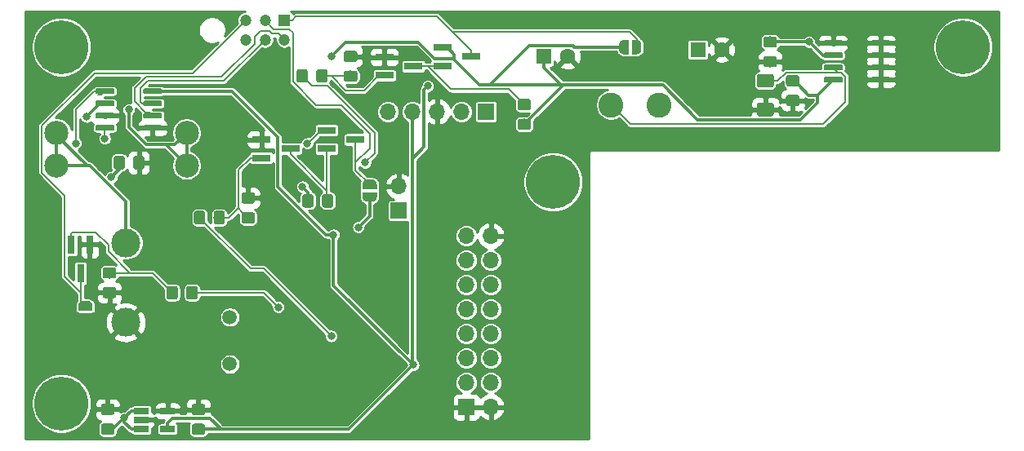
<source format=gbr>
G04 #@! TF.GenerationSoftware,KiCad,Pcbnew,(5.1.2)-1*
G04 #@! TF.CreationDate,2021-12-05T16:13:35-08:00*
G04 #@! TF.ProjectId,telemetry_transmitter,74656c65-6d65-4747-9279-5f7472616e73,rev?*
G04 #@! TF.SameCoordinates,Original*
G04 #@! TF.FileFunction,Copper,L2,Bot*
G04 #@! TF.FilePolarity,Positive*
%FSLAX46Y46*%
G04 Gerber Fmt 4.6, Leading zero omitted, Abs format (unit mm)*
G04 Created by KiCad (PCBNEW (5.1.2)-1) date 2021-12-05 16:13:35*
%MOMM*%
%LPD*%
G04 APERTURE LIST*
%ADD10O,1.700000X1.700000*%
%ADD11R,1.700000X1.700000*%
%ADD12C,0.500000*%
%ADD13C,0.100000*%
%ADD14C,2.500000*%
%ADD15C,1.150000*%
%ADD16C,0.600000*%
%ADD17C,5.600000*%
%ADD18C,3.000000*%
%ADD19C,1.500000*%
%ADD20R,1.560000X0.650000*%
%ADD21R,0.800000X1.900000*%
%ADD22R,1.900000X0.800000*%
%ADD23C,2.600000*%
%ADD24C,1.200000*%
%ADD25R,1.200000X1.200000*%
%ADD26C,1.425000*%
%ADD27C,1.600000*%
%ADD28R,1.600000X1.600000*%
%ADD29C,0.800000*%
%ADD30C,0.304800*%
%ADD31C,0.203200*%
%ADD32C,0.254000*%
G04 APERTURE END LIST*
D10*
X158540000Y-90601800D03*
X156000000Y-90601800D03*
X158540000Y-93141800D03*
X156000000Y-93141800D03*
X158540000Y-95681800D03*
X156000000Y-95681800D03*
X158540000Y-98221800D03*
X156000000Y-98221800D03*
X158540000Y-100761800D03*
X156000000Y-100761800D03*
X158540000Y-103301800D03*
X156000000Y-103301800D03*
X158540000Y-105841800D03*
X156000000Y-105841800D03*
X158540000Y-108381800D03*
D11*
X156000000Y-108381800D03*
D12*
X173650000Y-71000000D03*
D13*
G36*
X173650000Y-70250602D02*
G01*
X173674534Y-70250602D01*
X173723365Y-70255412D01*
X173771490Y-70264984D01*
X173818445Y-70279228D01*
X173863778Y-70298005D01*
X173907051Y-70321136D01*
X173947850Y-70348396D01*
X173985779Y-70379524D01*
X174020476Y-70414221D01*
X174051604Y-70452150D01*
X174078864Y-70492949D01*
X174101995Y-70536222D01*
X174120772Y-70581555D01*
X174135016Y-70628510D01*
X174144588Y-70676635D01*
X174149398Y-70725466D01*
X174149398Y-70750000D01*
X174150000Y-70750000D01*
X174150000Y-71250000D01*
X174149398Y-71250000D01*
X174149398Y-71274534D01*
X174144588Y-71323365D01*
X174135016Y-71371490D01*
X174120772Y-71418445D01*
X174101995Y-71463778D01*
X174078864Y-71507051D01*
X174051604Y-71547850D01*
X174020476Y-71585779D01*
X173985779Y-71620476D01*
X173947850Y-71651604D01*
X173907051Y-71678864D01*
X173863778Y-71701995D01*
X173818445Y-71720772D01*
X173771490Y-71735016D01*
X173723365Y-71744588D01*
X173674534Y-71749398D01*
X173650000Y-71749398D01*
X173650000Y-71750000D01*
X173150000Y-71750000D01*
X173150000Y-70250000D01*
X173650000Y-70250000D01*
X173650000Y-70250602D01*
X173650000Y-70250602D01*
G37*
D12*
X172350000Y-71000000D03*
D13*
G36*
X172850000Y-71750000D02*
G01*
X172350000Y-71750000D01*
X172350000Y-71749398D01*
X172325466Y-71749398D01*
X172276635Y-71744588D01*
X172228510Y-71735016D01*
X172181555Y-71720772D01*
X172136222Y-71701995D01*
X172092949Y-71678864D01*
X172052150Y-71651604D01*
X172014221Y-71620476D01*
X171979524Y-71585779D01*
X171948396Y-71547850D01*
X171921136Y-71507051D01*
X171898005Y-71463778D01*
X171879228Y-71418445D01*
X171864984Y-71371490D01*
X171855412Y-71323365D01*
X171850602Y-71274534D01*
X171850602Y-71250000D01*
X171850000Y-71250000D01*
X171850000Y-70750000D01*
X171850602Y-70750000D01*
X171850602Y-70725466D01*
X171855412Y-70676635D01*
X171864984Y-70628510D01*
X171879228Y-70581555D01*
X171898005Y-70536222D01*
X171921136Y-70492949D01*
X171948396Y-70452150D01*
X171979524Y-70414221D01*
X172014221Y-70379524D01*
X172052150Y-70348396D01*
X172092949Y-70321136D01*
X172136222Y-70298005D01*
X172181555Y-70279228D01*
X172228510Y-70264984D01*
X172276635Y-70255412D01*
X172325466Y-70250602D01*
X172350000Y-70250602D01*
X172350000Y-70250000D01*
X172850000Y-70250000D01*
X172850000Y-71750000D01*
X172850000Y-71750000D01*
G37*
D14*
X113528920Y-83294960D03*
X113528920Y-79894960D03*
X126998920Y-79894960D03*
X126998920Y-83294960D03*
D13*
G36*
X133844825Y-86098404D02*
G01*
X133869093Y-86102004D01*
X133892892Y-86107965D01*
X133915991Y-86116230D01*
X133938170Y-86126720D01*
X133959213Y-86139332D01*
X133978919Y-86153947D01*
X133997097Y-86170423D01*
X134013573Y-86188601D01*
X134028188Y-86208307D01*
X134040800Y-86229350D01*
X134051290Y-86251529D01*
X134059555Y-86274628D01*
X134065516Y-86298427D01*
X134069116Y-86322695D01*
X134070320Y-86347199D01*
X134070320Y-86997201D01*
X134069116Y-87021705D01*
X134065516Y-87045973D01*
X134059555Y-87069772D01*
X134051290Y-87092871D01*
X134040800Y-87115050D01*
X134028188Y-87136093D01*
X134013573Y-87155799D01*
X133997097Y-87173977D01*
X133978919Y-87190453D01*
X133959213Y-87205068D01*
X133938170Y-87217680D01*
X133915991Y-87228170D01*
X133892892Y-87236435D01*
X133869093Y-87242396D01*
X133844825Y-87245996D01*
X133820321Y-87247200D01*
X132920319Y-87247200D01*
X132895815Y-87245996D01*
X132871547Y-87242396D01*
X132847748Y-87236435D01*
X132824649Y-87228170D01*
X132802470Y-87217680D01*
X132781427Y-87205068D01*
X132761721Y-87190453D01*
X132743543Y-87173977D01*
X132727067Y-87155799D01*
X132712452Y-87136093D01*
X132699840Y-87115050D01*
X132689350Y-87092871D01*
X132681085Y-87069772D01*
X132675124Y-87045973D01*
X132671524Y-87021705D01*
X132670320Y-86997201D01*
X132670320Y-86347199D01*
X132671524Y-86322695D01*
X132675124Y-86298427D01*
X132681085Y-86274628D01*
X132689350Y-86251529D01*
X132699840Y-86229350D01*
X132712452Y-86208307D01*
X132727067Y-86188601D01*
X132743543Y-86170423D01*
X132761721Y-86153947D01*
X132781427Y-86139332D01*
X132802470Y-86126720D01*
X132824649Y-86116230D01*
X132847748Y-86107965D01*
X132871547Y-86102004D01*
X132895815Y-86098404D01*
X132920319Y-86097200D01*
X133820321Y-86097200D01*
X133844825Y-86098404D01*
X133844825Y-86098404D01*
G37*
D15*
X133370320Y-86672200D03*
D13*
G36*
X133844825Y-88148404D02*
G01*
X133869093Y-88152004D01*
X133892892Y-88157965D01*
X133915991Y-88166230D01*
X133938170Y-88176720D01*
X133959213Y-88189332D01*
X133978919Y-88203947D01*
X133997097Y-88220423D01*
X134013573Y-88238601D01*
X134028188Y-88258307D01*
X134040800Y-88279350D01*
X134051290Y-88301529D01*
X134059555Y-88324628D01*
X134065516Y-88348427D01*
X134069116Y-88372695D01*
X134070320Y-88397199D01*
X134070320Y-89047201D01*
X134069116Y-89071705D01*
X134065516Y-89095973D01*
X134059555Y-89119772D01*
X134051290Y-89142871D01*
X134040800Y-89165050D01*
X134028188Y-89186093D01*
X134013573Y-89205799D01*
X133997097Y-89223977D01*
X133978919Y-89240453D01*
X133959213Y-89255068D01*
X133938170Y-89267680D01*
X133915991Y-89278170D01*
X133892892Y-89286435D01*
X133869093Y-89292396D01*
X133844825Y-89295996D01*
X133820321Y-89297200D01*
X132920319Y-89297200D01*
X132895815Y-89295996D01*
X132871547Y-89292396D01*
X132847748Y-89286435D01*
X132824649Y-89278170D01*
X132802470Y-89267680D01*
X132781427Y-89255068D01*
X132761721Y-89240453D01*
X132743543Y-89223977D01*
X132727067Y-89205799D01*
X132712452Y-89186093D01*
X132699840Y-89165050D01*
X132689350Y-89142871D01*
X132681085Y-89119772D01*
X132675124Y-89095973D01*
X132671524Y-89071705D01*
X132670320Y-89047201D01*
X132670320Y-88397199D01*
X132671524Y-88372695D01*
X132675124Y-88348427D01*
X132681085Y-88324628D01*
X132689350Y-88301529D01*
X132699840Y-88279350D01*
X132712452Y-88258307D01*
X132727067Y-88238601D01*
X132743543Y-88220423D01*
X132761721Y-88203947D01*
X132781427Y-88189332D01*
X132802470Y-88176720D01*
X132824649Y-88166230D01*
X132847748Y-88157965D01*
X132871547Y-88152004D01*
X132895815Y-88148404D01*
X132920319Y-88147200D01*
X133820321Y-88147200D01*
X133844825Y-88148404D01*
X133844825Y-88148404D01*
G37*
D15*
X133370320Y-88722200D03*
D10*
X147868640Y-77708760D03*
X150408640Y-77708760D03*
X152948640Y-77708760D03*
X155488640Y-77708760D03*
D11*
X158028640Y-77708760D03*
D13*
G36*
X124314703Y-79105722D02*
G01*
X124329264Y-79107882D01*
X124343543Y-79111459D01*
X124357403Y-79116418D01*
X124370710Y-79122712D01*
X124383336Y-79130280D01*
X124395159Y-79139048D01*
X124406066Y-79148934D01*
X124415952Y-79159841D01*
X124424720Y-79171664D01*
X124432288Y-79184290D01*
X124438582Y-79197597D01*
X124443541Y-79211457D01*
X124447118Y-79225736D01*
X124449278Y-79240297D01*
X124450000Y-79255000D01*
X124450000Y-79555000D01*
X124449278Y-79569703D01*
X124447118Y-79584264D01*
X124443541Y-79598543D01*
X124438582Y-79612403D01*
X124432288Y-79625710D01*
X124424720Y-79638336D01*
X124415952Y-79650159D01*
X124406066Y-79661066D01*
X124395159Y-79670952D01*
X124383336Y-79679720D01*
X124370710Y-79687288D01*
X124357403Y-79693582D01*
X124343543Y-79698541D01*
X124329264Y-79702118D01*
X124314703Y-79704278D01*
X124300000Y-79705000D01*
X122650000Y-79705000D01*
X122635297Y-79704278D01*
X122620736Y-79702118D01*
X122606457Y-79698541D01*
X122592597Y-79693582D01*
X122579290Y-79687288D01*
X122566664Y-79679720D01*
X122554841Y-79670952D01*
X122543934Y-79661066D01*
X122534048Y-79650159D01*
X122525280Y-79638336D01*
X122517712Y-79625710D01*
X122511418Y-79612403D01*
X122506459Y-79598543D01*
X122502882Y-79584264D01*
X122500722Y-79569703D01*
X122500000Y-79555000D01*
X122500000Y-79255000D01*
X122500722Y-79240297D01*
X122502882Y-79225736D01*
X122506459Y-79211457D01*
X122511418Y-79197597D01*
X122517712Y-79184290D01*
X122525280Y-79171664D01*
X122534048Y-79159841D01*
X122543934Y-79148934D01*
X122554841Y-79139048D01*
X122566664Y-79130280D01*
X122579290Y-79122712D01*
X122592597Y-79116418D01*
X122606457Y-79111459D01*
X122620736Y-79107882D01*
X122635297Y-79105722D01*
X122650000Y-79105000D01*
X124300000Y-79105000D01*
X124314703Y-79105722D01*
X124314703Y-79105722D01*
G37*
D16*
X123475000Y-79405000D03*
D13*
G36*
X124314703Y-77835722D02*
G01*
X124329264Y-77837882D01*
X124343543Y-77841459D01*
X124357403Y-77846418D01*
X124370710Y-77852712D01*
X124383336Y-77860280D01*
X124395159Y-77869048D01*
X124406066Y-77878934D01*
X124415952Y-77889841D01*
X124424720Y-77901664D01*
X124432288Y-77914290D01*
X124438582Y-77927597D01*
X124443541Y-77941457D01*
X124447118Y-77955736D01*
X124449278Y-77970297D01*
X124450000Y-77985000D01*
X124450000Y-78285000D01*
X124449278Y-78299703D01*
X124447118Y-78314264D01*
X124443541Y-78328543D01*
X124438582Y-78342403D01*
X124432288Y-78355710D01*
X124424720Y-78368336D01*
X124415952Y-78380159D01*
X124406066Y-78391066D01*
X124395159Y-78400952D01*
X124383336Y-78409720D01*
X124370710Y-78417288D01*
X124357403Y-78423582D01*
X124343543Y-78428541D01*
X124329264Y-78432118D01*
X124314703Y-78434278D01*
X124300000Y-78435000D01*
X122650000Y-78435000D01*
X122635297Y-78434278D01*
X122620736Y-78432118D01*
X122606457Y-78428541D01*
X122592597Y-78423582D01*
X122579290Y-78417288D01*
X122566664Y-78409720D01*
X122554841Y-78400952D01*
X122543934Y-78391066D01*
X122534048Y-78380159D01*
X122525280Y-78368336D01*
X122517712Y-78355710D01*
X122511418Y-78342403D01*
X122506459Y-78328543D01*
X122502882Y-78314264D01*
X122500722Y-78299703D01*
X122500000Y-78285000D01*
X122500000Y-77985000D01*
X122500722Y-77970297D01*
X122502882Y-77955736D01*
X122506459Y-77941457D01*
X122511418Y-77927597D01*
X122517712Y-77914290D01*
X122525280Y-77901664D01*
X122534048Y-77889841D01*
X122543934Y-77878934D01*
X122554841Y-77869048D01*
X122566664Y-77860280D01*
X122579290Y-77852712D01*
X122592597Y-77846418D01*
X122606457Y-77841459D01*
X122620736Y-77837882D01*
X122635297Y-77835722D01*
X122650000Y-77835000D01*
X124300000Y-77835000D01*
X124314703Y-77835722D01*
X124314703Y-77835722D01*
G37*
D16*
X123475000Y-78135000D03*
D13*
G36*
X124314703Y-76565722D02*
G01*
X124329264Y-76567882D01*
X124343543Y-76571459D01*
X124357403Y-76576418D01*
X124370710Y-76582712D01*
X124383336Y-76590280D01*
X124395159Y-76599048D01*
X124406066Y-76608934D01*
X124415952Y-76619841D01*
X124424720Y-76631664D01*
X124432288Y-76644290D01*
X124438582Y-76657597D01*
X124443541Y-76671457D01*
X124447118Y-76685736D01*
X124449278Y-76700297D01*
X124450000Y-76715000D01*
X124450000Y-77015000D01*
X124449278Y-77029703D01*
X124447118Y-77044264D01*
X124443541Y-77058543D01*
X124438582Y-77072403D01*
X124432288Y-77085710D01*
X124424720Y-77098336D01*
X124415952Y-77110159D01*
X124406066Y-77121066D01*
X124395159Y-77130952D01*
X124383336Y-77139720D01*
X124370710Y-77147288D01*
X124357403Y-77153582D01*
X124343543Y-77158541D01*
X124329264Y-77162118D01*
X124314703Y-77164278D01*
X124300000Y-77165000D01*
X122650000Y-77165000D01*
X122635297Y-77164278D01*
X122620736Y-77162118D01*
X122606457Y-77158541D01*
X122592597Y-77153582D01*
X122579290Y-77147288D01*
X122566664Y-77139720D01*
X122554841Y-77130952D01*
X122543934Y-77121066D01*
X122534048Y-77110159D01*
X122525280Y-77098336D01*
X122517712Y-77085710D01*
X122511418Y-77072403D01*
X122506459Y-77058543D01*
X122502882Y-77044264D01*
X122500722Y-77029703D01*
X122500000Y-77015000D01*
X122500000Y-76715000D01*
X122500722Y-76700297D01*
X122502882Y-76685736D01*
X122506459Y-76671457D01*
X122511418Y-76657597D01*
X122517712Y-76644290D01*
X122525280Y-76631664D01*
X122534048Y-76619841D01*
X122543934Y-76608934D01*
X122554841Y-76599048D01*
X122566664Y-76590280D01*
X122579290Y-76582712D01*
X122592597Y-76576418D01*
X122606457Y-76571459D01*
X122620736Y-76567882D01*
X122635297Y-76565722D01*
X122650000Y-76565000D01*
X124300000Y-76565000D01*
X124314703Y-76565722D01*
X124314703Y-76565722D01*
G37*
D16*
X123475000Y-76865000D03*
D13*
G36*
X124314703Y-75295722D02*
G01*
X124329264Y-75297882D01*
X124343543Y-75301459D01*
X124357403Y-75306418D01*
X124370710Y-75312712D01*
X124383336Y-75320280D01*
X124395159Y-75329048D01*
X124406066Y-75338934D01*
X124415952Y-75349841D01*
X124424720Y-75361664D01*
X124432288Y-75374290D01*
X124438582Y-75387597D01*
X124443541Y-75401457D01*
X124447118Y-75415736D01*
X124449278Y-75430297D01*
X124450000Y-75445000D01*
X124450000Y-75745000D01*
X124449278Y-75759703D01*
X124447118Y-75774264D01*
X124443541Y-75788543D01*
X124438582Y-75802403D01*
X124432288Y-75815710D01*
X124424720Y-75828336D01*
X124415952Y-75840159D01*
X124406066Y-75851066D01*
X124395159Y-75860952D01*
X124383336Y-75869720D01*
X124370710Y-75877288D01*
X124357403Y-75883582D01*
X124343543Y-75888541D01*
X124329264Y-75892118D01*
X124314703Y-75894278D01*
X124300000Y-75895000D01*
X122650000Y-75895000D01*
X122635297Y-75894278D01*
X122620736Y-75892118D01*
X122606457Y-75888541D01*
X122592597Y-75883582D01*
X122579290Y-75877288D01*
X122566664Y-75869720D01*
X122554841Y-75860952D01*
X122543934Y-75851066D01*
X122534048Y-75840159D01*
X122525280Y-75828336D01*
X122517712Y-75815710D01*
X122511418Y-75802403D01*
X122506459Y-75788543D01*
X122502882Y-75774264D01*
X122500722Y-75759703D01*
X122500000Y-75745000D01*
X122500000Y-75445000D01*
X122500722Y-75430297D01*
X122502882Y-75415736D01*
X122506459Y-75401457D01*
X122511418Y-75387597D01*
X122517712Y-75374290D01*
X122525280Y-75361664D01*
X122534048Y-75349841D01*
X122543934Y-75338934D01*
X122554841Y-75329048D01*
X122566664Y-75320280D01*
X122579290Y-75312712D01*
X122592597Y-75306418D01*
X122606457Y-75301459D01*
X122620736Y-75297882D01*
X122635297Y-75295722D01*
X122650000Y-75295000D01*
X124300000Y-75295000D01*
X124314703Y-75295722D01*
X124314703Y-75295722D01*
G37*
D16*
X123475000Y-75595000D03*
D13*
G36*
X119364703Y-75295722D02*
G01*
X119379264Y-75297882D01*
X119393543Y-75301459D01*
X119407403Y-75306418D01*
X119420710Y-75312712D01*
X119433336Y-75320280D01*
X119445159Y-75329048D01*
X119456066Y-75338934D01*
X119465952Y-75349841D01*
X119474720Y-75361664D01*
X119482288Y-75374290D01*
X119488582Y-75387597D01*
X119493541Y-75401457D01*
X119497118Y-75415736D01*
X119499278Y-75430297D01*
X119500000Y-75445000D01*
X119500000Y-75745000D01*
X119499278Y-75759703D01*
X119497118Y-75774264D01*
X119493541Y-75788543D01*
X119488582Y-75802403D01*
X119482288Y-75815710D01*
X119474720Y-75828336D01*
X119465952Y-75840159D01*
X119456066Y-75851066D01*
X119445159Y-75860952D01*
X119433336Y-75869720D01*
X119420710Y-75877288D01*
X119407403Y-75883582D01*
X119393543Y-75888541D01*
X119379264Y-75892118D01*
X119364703Y-75894278D01*
X119350000Y-75895000D01*
X117700000Y-75895000D01*
X117685297Y-75894278D01*
X117670736Y-75892118D01*
X117656457Y-75888541D01*
X117642597Y-75883582D01*
X117629290Y-75877288D01*
X117616664Y-75869720D01*
X117604841Y-75860952D01*
X117593934Y-75851066D01*
X117584048Y-75840159D01*
X117575280Y-75828336D01*
X117567712Y-75815710D01*
X117561418Y-75802403D01*
X117556459Y-75788543D01*
X117552882Y-75774264D01*
X117550722Y-75759703D01*
X117550000Y-75745000D01*
X117550000Y-75445000D01*
X117550722Y-75430297D01*
X117552882Y-75415736D01*
X117556459Y-75401457D01*
X117561418Y-75387597D01*
X117567712Y-75374290D01*
X117575280Y-75361664D01*
X117584048Y-75349841D01*
X117593934Y-75338934D01*
X117604841Y-75329048D01*
X117616664Y-75320280D01*
X117629290Y-75312712D01*
X117642597Y-75306418D01*
X117656457Y-75301459D01*
X117670736Y-75297882D01*
X117685297Y-75295722D01*
X117700000Y-75295000D01*
X119350000Y-75295000D01*
X119364703Y-75295722D01*
X119364703Y-75295722D01*
G37*
D16*
X118525000Y-75595000D03*
D13*
G36*
X119364703Y-76565722D02*
G01*
X119379264Y-76567882D01*
X119393543Y-76571459D01*
X119407403Y-76576418D01*
X119420710Y-76582712D01*
X119433336Y-76590280D01*
X119445159Y-76599048D01*
X119456066Y-76608934D01*
X119465952Y-76619841D01*
X119474720Y-76631664D01*
X119482288Y-76644290D01*
X119488582Y-76657597D01*
X119493541Y-76671457D01*
X119497118Y-76685736D01*
X119499278Y-76700297D01*
X119500000Y-76715000D01*
X119500000Y-77015000D01*
X119499278Y-77029703D01*
X119497118Y-77044264D01*
X119493541Y-77058543D01*
X119488582Y-77072403D01*
X119482288Y-77085710D01*
X119474720Y-77098336D01*
X119465952Y-77110159D01*
X119456066Y-77121066D01*
X119445159Y-77130952D01*
X119433336Y-77139720D01*
X119420710Y-77147288D01*
X119407403Y-77153582D01*
X119393543Y-77158541D01*
X119379264Y-77162118D01*
X119364703Y-77164278D01*
X119350000Y-77165000D01*
X117700000Y-77165000D01*
X117685297Y-77164278D01*
X117670736Y-77162118D01*
X117656457Y-77158541D01*
X117642597Y-77153582D01*
X117629290Y-77147288D01*
X117616664Y-77139720D01*
X117604841Y-77130952D01*
X117593934Y-77121066D01*
X117584048Y-77110159D01*
X117575280Y-77098336D01*
X117567712Y-77085710D01*
X117561418Y-77072403D01*
X117556459Y-77058543D01*
X117552882Y-77044264D01*
X117550722Y-77029703D01*
X117550000Y-77015000D01*
X117550000Y-76715000D01*
X117550722Y-76700297D01*
X117552882Y-76685736D01*
X117556459Y-76671457D01*
X117561418Y-76657597D01*
X117567712Y-76644290D01*
X117575280Y-76631664D01*
X117584048Y-76619841D01*
X117593934Y-76608934D01*
X117604841Y-76599048D01*
X117616664Y-76590280D01*
X117629290Y-76582712D01*
X117642597Y-76576418D01*
X117656457Y-76571459D01*
X117670736Y-76567882D01*
X117685297Y-76565722D01*
X117700000Y-76565000D01*
X119350000Y-76565000D01*
X119364703Y-76565722D01*
X119364703Y-76565722D01*
G37*
D16*
X118525000Y-76865000D03*
D13*
G36*
X119364703Y-77835722D02*
G01*
X119379264Y-77837882D01*
X119393543Y-77841459D01*
X119407403Y-77846418D01*
X119420710Y-77852712D01*
X119433336Y-77860280D01*
X119445159Y-77869048D01*
X119456066Y-77878934D01*
X119465952Y-77889841D01*
X119474720Y-77901664D01*
X119482288Y-77914290D01*
X119488582Y-77927597D01*
X119493541Y-77941457D01*
X119497118Y-77955736D01*
X119499278Y-77970297D01*
X119500000Y-77985000D01*
X119500000Y-78285000D01*
X119499278Y-78299703D01*
X119497118Y-78314264D01*
X119493541Y-78328543D01*
X119488582Y-78342403D01*
X119482288Y-78355710D01*
X119474720Y-78368336D01*
X119465952Y-78380159D01*
X119456066Y-78391066D01*
X119445159Y-78400952D01*
X119433336Y-78409720D01*
X119420710Y-78417288D01*
X119407403Y-78423582D01*
X119393543Y-78428541D01*
X119379264Y-78432118D01*
X119364703Y-78434278D01*
X119350000Y-78435000D01*
X117700000Y-78435000D01*
X117685297Y-78434278D01*
X117670736Y-78432118D01*
X117656457Y-78428541D01*
X117642597Y-78423582D01*
X117629290Y-78417288D01*
X117616664Y-78409720D01*
X117604841Y-78400952D01*
X117593934Y-78391066D01*
X117584048Y-78380159D01*
X117575280Y-78368336D01*
X117567712Y-78355710D01*
X117561418Y-78342403D01*
X117556459Y-78328543D01*
X117552882Y-78314264D01*
X117550722Y-78299703D01*
X117550000Y-78285000D01*
X117550000Y-77985000D01*
X117550722Y-77970297D01*
X117552882Y-77955736D01*
X117556459Y-77941457D01*
X117561418Y-77927597D01*
X117567712Y-77914290D01*
X117575280Y-77901664D01*
X117584048Y-77889841D01*
X117593934Y-77878934D01*
X117604841Y-77869048D01*
X117616664Y-77860280D01*
X117629290Y-77852712D01*
X117642597Y-77846418D01*
X117656457Y-77841459D01*
X117670736Y-77837882D01*
X117685297Y-77835722D01*
X117700000Y-77835000D01*
X119350000Y-77835000D01*
X119364703Y-77835722D01*
X119364703Y-77835722D01*
G37*
D16*
X118525000Y-78135000D03*
D13*
G36*
X119364703Y-79105722D02*
G01*
X119379264Y-79107882D01*
X119393543Y-79111459D01*
X119407403Y-79116418D01*
X119420710Y-79122712D01*
X119433336Y-79130280D01*
X119445159Y-79139048D01*
X119456066Y-79148934D01*
X119465952Y-79159841D01*
X119474720Y-79171664D01*
X119482288Y-79184290D01*
X119488582Y-79197597D01*
X119493541Y-79211457D01*
X119497118Y-79225736D01*
X119499278Y-79240297D01*
X119500000Y-79255000D01*
X119500000Y-79555000D01*
X119499278Y-79569703D01*
X119497118Y-79584264D01*
X119493541Y-79598543D01*
X119488582Y-79612403D01*
X119482288Y-79625710D01*
X119474720Y-79638336D01*
X119465952Y-79650159D01*
X119456066Y-79661066D01*
X119445159Y-79670952D01*
X119433336Y-79679720D01*
X119420710Y-79687288D01*
X119407403Y-79693582D01*
X119393543Y-79698541D01*
X119379264Y-79702118D01*
X119364703Y-79704278D01*
X119350000Y-79705000D01*
X117700000Y-79705000D01*
X117685297Y-79704278D01*
X117670736Y-79702118D01*
X117656457Y-79698541D01*
X117642597Y-79693582D01*
X117629290Y-79687288D01*
X117616664Y-79679720D01*
X117604841Y-79670952D01*
X117593934Y-79661066D01*
X117584048Y-79650159D01*
X117575280Y-79638336D01*
X117567712Y-79625710D01*
X117561418Y-79612403D01*
X117556459Y-79598543D01*
X117552882Y-79584264D01*
X117550722Y-79569703D01*
X117550000Y-79555000D01*
X117550000Y-79255000D01*
X117550722Y-79240297D01*
X117552882Y-79225736D01*
X117556459Y-79211457D01*
X117561418Y-79197597D01*
X117567712Y-79184290D01*
X117575280Y-79171664D01*
X117584048Y-79159841D01*
X117593934Y-79148934D01*
X117604841Y-79139048D01*
X117616664Y-79130280D01*
X117629290Y-79122712D01*
X117642597Y-79116418D01*
X117656457Y-79111459D01*
X117670736Y-79107882D01*
X117685297Y-79105722D01*
X117700000Y-79105000D01*
X119350000Y-79105000D01*
X119364703Y-79105722D01*
X119364703Y-79105722D01*
G37*
D16*
X118525000Y-79405000D03*
D17*
X114000000Y-71000000D03*
X114000000Y-108000000D03*
X165000000Y-85000000D03*
X207500000Y-71000000D03*
D13*
G36*
X119474505Y-93876204D02*
G01*
X119498773Y-93879804D01*
X119522572Y-93885765D01*
X119545671Y-93894030D01*
X119567850Y-93904520D01*
X119588893Y-93917132D01*
X119608599Y-93931747D01*
X119626777Y-93948223D01*
X119643253Y-93966401D01*
X119657868Y-93986107D01*
X119670480Y-94007150D01*
X119680970Y-94029329D01*
X119689235Y-94052428D01*
X119695196Y-94076227D01*
X119698796Y-94100495D01*
X119700000Y-94124999D01*
X119700000Y-94775001D01*
X119698796Y-94799505D01*
X119695196Y-94823773D01*
X119689235Y-94847572D01*
X119680970Y-94870671D01*
X119670480Y-94892850D01*
X119657868Y-94913893D01*
X119643253Y-94933599D01*
X119626777Y-94951777D01*
X119608599Y-94968253D01*
X119588893Y-94982868D01*
X119567850Y-94995480D01*
X119545671Y-95005970D01*
X119522572Y-95014235D01*
X119498773Y-95020196D01*
X119474505Y-95023796D01*
X119450001Y-95025000D01*
X118549999Y-95025000D01*
X118525495Y-95023796D01*
X118501227Y-95020196D01*
X118477428Y-95014235D01*
X118454329Y-95005970D01*
X118432150Y-94995480D01*
X118411107Y-94982868D01*
X118391401Y-94968253D01*
X118373223Y-94951777D01*
X118356747Y-94933599D01*
X118342132Y-94913893D01*
X118329520Y-94892850D01*
X118319030Y-94870671D01*
X118310765Y-94847572D01*
X118304804Y-94823773D01*
X118301204Y-94799505D01*
X118300000Y-94775001D01*
X118300000Y-94124999D01*
X118301204Y-94100495D01*
X118304804Y-94076227D01*
X118310765Y-94052428D01*
X118319030Y-94029329D01*
X118329520Y-94007150D01*
X118342132Y-93986107D01*
X118356747Y-93966401D01*
X118373223Y-93948223D01*
X118391401Y-93931747D01*
X118411107Y-93917132D01*
X118432150Y-93904520D01*
X118454329Y-93894030D01*
X118477428Y-93885765D01*
X118501227Y-93879804D01*
X118525495Y-93876204D01*
X118549999Y-93875000D01*
X119450001Y-93875000D01*
X119474505Y-93876204D01*
X119474505Y-93876204D01*
G37*
D15*
X119000000Y-94450000D03*
D13*
G36*
X119474505Y-95926204D02*
G01*
X119498773Y-95929804D01*
X119522572Y-95935765D01*
X119545671Y-95944030D01*
X119567850Y-95954520D01*
X119588893Y-95967132D01*
X119608599Y-95981747D01*
X119626777Y-95998223D01*
X119643253Y-96016401D01*
X119657868Y-96036107D01*
X119670480Y-96057150D01*
X119680970Y-96079329D01*
X119689235Y-96102428D01*
X119695196Y-96126227D01*
X119698796Y-96150495D01*
X119700000Y-96174999D01*
X119700000Y-96825001D01*
X119698796Y-96849505D01*
X119695196Y-96873773D01*
X119689235Y-96897572D01*
X119680970Y-96920671D01*
X119670480Y-96942850D01*
X119657868Y-96963893D01*
X119643253Y-96983599D01*
X119626777Y-97001777D01*
X119608599Y-97018253D01*
X119588893Y-97032868D01*
X119567850Y-97045480D01*
X119545671Y-97055970D01*
X119522572Y-97064235D01*
X119498773Y-97070196D01*
X119474505Y-97073796D01*
X119450001Y-97075000D01*
X118549999Y-97075000D01*
X118525495Y-97073796D01*
X118501227Y-97070196D01*
X118477428Y-97064235D01*
X118454329Y-97055970D01*
X118432150Y-97045480D01*
X118411107Y-97032868D01*
X118391401Y-97018253D01*
X118373223Y-97001777D01*
X118356747Y-96983599D01*
X118342132Y-96963893D01*
X118329520Y-96942850D01*
X118319030Y-96920671D01*
X118310765Y-96897572D01*
X118304804Y-96873773D01*
X118301204Y-96849505D01*
X118300000Y-96825001D01*
X118300000Y-96174999D01*
X118301204Y-96150495D01*
X118304804Y-96126227D01*
X118310765Y-96102428D01*
X118319030Y-96079329D01*
X118329520Y-96057150D01*
X118342132Y-96036107D01*
X118356747Y-96016401D01*
X118373223Y-95998223D01*
X118391401Y-95981747D01*
X118411107Y-95967132D01*
X118432150Y-95954520D01*
X118454329Y-95944030D01*
X118477428Y-95935765D01*
X118501227Y-95929804D01*
X118525495Y-95926204D01*
X118549999Y-95925000D01*
X119450001Y-95925000D01*
X119474505Y-95926204D01*
X119474505Y-95926204D01*
G37*
D15*
X119000000Y-96500000D03*
D18*
X120685560Y-91328160D03*
X120685560Y-99578160D03*
D13*
G36*
X125849505Y-95801204D02*
G01*
X125873773Y-95804804D01*
X125897572Y-95810765D01*
X125920671Y-95819030D01*
X125942850Y-95829520D01*
X125963893Y-95842132D01*
X125983599Y-95856747D01*
X126001777Y-95873223D01*
X126018253Y-95891401D01*
X126032868Y-95911107D01*
X126045480Y-95932150D01*
X126055970Y-95954329D01*
X126064235Y-95977428D01*
X126070196Y-96001227D01*
X126073796Y-96025495D01*
X126075000Y-96049999D01*
X126075000Y-96950001D01*
X126073796Y-96974505D01*
X126070196Y-96998773D01*
X126064235Y-97022572D01*
X126055970Y-97045671D01*
X126045480Y-97067850D01*
X126032868Y-97088893D01*
X126018253Y-97108599D01*
X126001777Y-97126777D01*
X125983599Y-97143253D01*
X125963893Y-97157868D01*
X125942850Y-97170480D01*
X125920671Y-97180970D01*
X125897572Y-97189235D01*
X125873773Y-97195196D01*
X125849505Y-97198796D01*
X125825001Y-97200000D01*
X125174999Y-97200000D01*
X125150495Y-97198796D01*
X125126227Y-97195196D01*
X125102428Y-97189235D01*
X125079329Y-97180970D01*
X125057150Y-97170480D01*
X125036107Y-97157868D01*
X125016401Y-97143253D01*
X124998223Y-97126777D01*
X124981747Y-97108599D01*
X124967132Y-97088893D01*
X124954520Y-97067850D01*
X124944030Y-97045671D01*
X124935765Y-97022572D01*
X124929804Y-96998773D01*
X124926204Y-96974505D01*
X124925000Y-96950001D01*
X124925000Y-96049999D01*
X124926204Y-96025495D01*
X124929804Y-96001227D01*
X124935765Y-95977428D01*
X124944030Y-95954329D01*
X124954520Y-95932150D01*
X124967132Y-95911107D01*
X124981747Y-95891401D01*
X124998223Y-95873223D01*
X125016401Y-95856747D01*
X125036107Y-95842132D01*
X125057150Y-95829520D01*
X125079329Y-95819030D01*
X125102428Y-95810765D01*
X125126227Y-95804804D01*
X125150495Y-95801204D01*
X125174999Y-95800000D01*
X125825001Y-95800000D01*
X125849505Y-95801204D01*
X125849505Y-95801204D01*
G37*
D15*
X125500000Y-96500000D03*
D13*
G36*
X127899505Y-95801204D02*
G01*
X127923773Y-95804804D01*
X127947572Y-95810765D01*
X127970671Y-95819030D01*
X127992850Y-95829520D01*
X128013893Y-95842132D01*
X128033599Y-95856747D01*
X128051777Y-95873223D01*
X128068253Y-95891401D01*
X128082868Y-95911107D01*
X128095480Y-95932150D01*
X128105970Y-95954329D01*
X128114235Y-95977428D01*
X128120196Y-96001227D01*
X128123796Y-96025495D01*
X128125000Y-96049999D01*
X128125000Y-96950001D01*
X128123796Y-96974505D01*
X128120196Y-96998773D01*
X128114235Y-97022572D01*
X128105970Y-97045671D01*
X128095480Y-97067850D01*
X128082868Y-97088893D01*
X128068253Y-97108599D01*
X128051777Y-97126777D01*
X128033599Y-97143253D01*
X128013893Y-97157868D01*
X127992850Y-97170480D01*
X127970671Y-97180970D01*
X127947572Y-97189235D01*
X127923773Y-97195196D01*
X127899505Y-97198796D01*
X127875001Y-97200000D01*
X127224999Y-97200000D01*
X127200495Y-97198796D01*
X127176227Y-97195196D01*
X127152428Y-97189235D01*
X127129329Y-97180970D01*
X127107150Y-97170480D01*
X127086107Y-97157868D01*
X127066401Y-97143253D01*
X127048223Y-97126777D01*
X127031747Y-97108599D01*
X127017132Y-97088893D01*
X127004520Y-97067850D01*
X126994030Y-97045671D01*
X126985765Y-97022572D01*
X126979804Y-96998773D01*
X126976204Y-96974505D01*
X126975000Y-96950001D01*
X126975000Y-96049999D01*
X126976204Y-96025495D01*
X126979804Y-96001227D01*
X126985765Y-95977428D01*
X126994030Y-95954329D01*
X127004520Y-95932150D01*
X127017132Y-95911107D01*
X127031747Y-95891401D01*
X127048223Y-95873223D01*
X127066401Y-95856747D01*
X127086107Y-95842132D01*
X127107150Y-95829520D01*
X127129329Y-95819030D01*
X127152428Y-95810765D01*
X127176227Y-95804804D01*
X127200495Y-95801204D01*
X127224999Y-95800000D01*
X127875001Y-95800000D01*
X127899505Y-95801204D01*
X127899505Y-95801204D01*
G37*
D15*
X127550000Y-96500000D03*
D19*
X131480560Y-103914600D03*
X131480560Y-99034600D03*
D13*
G36*
X199814703Y-74105722D02*
G01*
X199829264Y-74107882D01*
X199843543Y-74111459D01*
X199857403Y-74116418D01*
X199870710Y-74122712D01*
X199883336Y-74130280D01*
X199895159Y-74139048D01*
X199906066Y-74148934D01*
X199915952Y-74159841D01*
X199924720Y-74171664D01*
X199932288Y-74184290D01*
X199938582Y-74197597D01*
X199943541Y-74211457D01*
X199947118Y-74225736D01*
X199949278Y-74240297D01*
X199950000Y-74255000D01*
X199950000Y-74555000D01*
X199949278Y-74569703D01*
X199947118Y-74584264D01*
X199943541Y-74598543D01*
X199938582Y-74612403D01*
X199932288Y-74625710D01*
X199924720Y-74638336D01*
X199915952Y-74650159D01*
X199906066Y-74661066D01*
X199895159Y-74670952D01*
X199883336Y-74679720D01*
X199870710Y-74687288D01*
X199857403Y-74693582D01*
X199843543Y-74698541D01*
X199829264Y-74702118D01*
X199814703Y-74704278D01*
X199800000Y-74705000D01*
X198150000Y-74705000D01*
X198135297Y-74704278D01*
X198120736Y-74702118D01*
X198106457Y-74698541D01*
X198092597Y-74693582D01*
X198079290Y-74687288D01*
X198066664Y-74679720D01*
X198054841Y-74670952D01*
X198043934Y-74661066D01*
X198034048Y-74650159D01*
X198025280Y-74638336D01*
X198017712Y-74625710D01*
X198011418Y-74612403D01*
X198006459Y-74598543D01*
X198002882Y-74584264D01*
X198000722Y-74569703D01*
X198000000Y-74555000D01*
X198000000Y-74255000D01*
X198000722Y-74240297D01*
X198002882Y-74225736D01*
X198006459Y-74211457D01*
X198011418Y-74197597D01*
X198017712Y-74184290D01*
X198025280Y-74171664D01*
X198034048Y-74159841D01*
X198043934Y-74148934D01*
X198054841Y-74139048D01*
X198066664Y-74130280D01*
X198079290Y-74122712D01*
X198092597Y-74116418D01*
X198106457Y-74111459D01*
X198120736Y-74107882D01*
X198135297Y-74105722D01*
X198150000Y-74105000D01*
X199800000Y-74105000D01*
X199814703Y-74105722D01*
X199814703Y-74105722D01*
G37*
D16*
X198975000Y-74405000D03*
D13*
G36*
X199814703Y-72835722D02*
G01*
X199829264Y-72837882D01*
X199843543Y-72841459D01*
X199857403Y-72846418D01*
X199870710Y-72852712D01*
X199883336Y-72860280D01*
X199895159Y-72869048D01*
X199906066Y-72878934D01*
X199915952Y-72889841D01*
X199924720Y-72901664D01*
X199932288Y-72914290D01*
X199938582Y-72927597D01*
X199943541Y-72941457D01*
X199947118Y-72955736D01*
X199949278Y-72970297D01*
X199950000Y-72985000D01*
X199950000Y-73285000D01*
X199949278Y-73299703D01*
X199947118Y-73314264D01*
X199943541Y-73328543D01*
X199938582Y-73342403D01*
X199932288Y-73355710D01*
X199924720Y-73368336D01*
X199915952Y-73380159D01*
X199906066Y-73391066D01*
X199895159Y-73400952D01*
X199883336Y-73409720D01*
X199870710Y-73417288D01*
X199857403Y-73423582D01*
X199843543Y-73428541D01*
X199829264Y-73432118D01*
X199814703Y-73434278D01*
X199800000Y-73435000D01*
X198150000Y-73435000D01*
X198135297Y-73434278D01*
X198120736Y-73432118D01*
X198106457Y-73428541D01*
X198092597Y-73423582D01*
X198079290Y-73417288D01*
X198066664Y-73409720D01*
X198054841Y-73400952D01*
X198043934Y-73391066D01*
X198034048Y-73380159D01*
X198025280Y-73368336D01*
X198017712Y-73355710D01*
X198011418Y-73342403D01*
X198006459Y-73328543D01*
X198002882Y-73314264D01*
X198000722Y-73299703D01*
X198000000Y-73285000D01*
X198000000Y-72985000D01*
X198000722Y-72970297D01*
X198002882Y-72955736D01*
X198006459Y-72941457D01*
X198011418Y-72927597D01*
X198017712Y-72914290D01*
X198025280Y-72901664D01*
X198034048Y-72889841D01*
X198043934Y-72878934D01*
X198054841Y-72869048D01*
X198066664Y-72860280D01*
X198079290Y-72852712D01*
X198092597Y-72846418D01*
X198106457Y-72841459D01*
X198120736Y-72837882D01*
X198135297Y-72835722D01*
X198150000Y-72835000D01*
X199800000Y-72835000D01*
X199814703Y-72835722D01*
X199814703Y-72835722D01*
G37*
D16*
X198975000Y-73135000D03*
D13*
G36*
X199814703Y-71565722D02*
G01*
X199829264Y-71567882D01*
X199843543Y-71571459D01*
X199857403Y-71576418D01*
X199870710Y-71582712D01*
X199883336Y-71590280D01*
X199895159Y-71599048D01*
X199906066Y-71608934D01*
X199915952Y-71619841D01*
X199924720Y-71631664D01*
X199932288Y-71644290D01*
X199938582Y-71657597D01*
X199943541Y-71671457D01*
X199947118Y-71685736D01*
X199949278Y-71700297D01*
X199950000Y-71715000D01*
X199950000Y-72015000D01*
X199949278Y-72029703D01*
X199947118Y-72044264D01*
X199943541Y-72058543D01*
X199938582Y-72072403D01*
X199932288Y-72085710D01*
X199924720Y-72098336D01*
X199915952Y-72110159D01*
X199906066Y-72121066D01*
X199895159Y-72130952D01*
X199883336Y-72139720D01*
X199870710Y-72147288D01*
X199857403Y-72153582D01*
X199843543Y-72158541D01*
X199829264Y-72162118D01*
X199814703Y-72164278D01*
X199800000Y-72165000D01*
X198150000Y-72165000D01*
X198135297Y-72164278D01*
X198120736Y-72162118D01*
X198106457Y-72158541D01*
X198092597Y-72153582D01*
X198079290Y-72147288D01*
X198066664Y-72139720D01*
X198054841Y-72130952D01*
X198043934Y-72121066D01*
X198034048Y-72110159D01*
X198025280Y-72098336D01*
X198017712Y-72085710D01*
X198011418Y-72072403D01*
X198006459Y-72058543D01*
X198002882Y-72044264D01*
X198000722Y-72029703D01*
X198000000Y-72015000D01*
X198000000Y-71715000D01*
X198000722Y-71700297D01*
X198002882Y-71685736D01*
X198006459Y-71671457D01*
X198011418Y-71657597D01*
X198017712Y-71644290D01*
X198025280Y-71631664D01*
X198034048Y-71619841D01*
X198043934Y-71608934D01*
X198054841Y-71599048D01*
X198066664Y-71590280D01*
X198079290Y-71582712D01*
X198092597Y-71576418D01*
X198106457Y-71571459D01*
X198120736Y-71567882D01*
X198135297Y-71565722D01*
X198150000Y-71565000D01*
X199800000Y-71565000D01*
X199814703Y-71565722D01*
X199814703Y-71565722D01*
G37*
D16*
X198975000Y-71865000D03*
D13*
G36*
X199814703Y-70295722D02*
G01*
X199829264Y-70297882D01*
X199843543Y-70301459D01*
X199857403Y-70306418D01*
X199870710Y-70312712D01*
X199883336Y-70320280D01*
X199895159Y-70329048D01*
X199906066Y-70338934D01*
X199915952Y-70349841D01*
X199924720Y-70361664D01*
X199932288Y-70374290D01*
X199938582Y-70387597D01*
X199943541Y-70401457D01*
X199947118Y-70415736D01*
X199949278Y-70430297D01*
X199950000Y-70445000D01*
X199950000Y-70745000D01*
X199949278Y-70759703D01*
X199947118Y-70774264D01*
X199943541Y-70788543D01*
X199938582Y-70802403D01*
X199932288Y-70815710D01*
X199924720Y-70828336D01*
X199915952Y-70840159D01*
X199906066Y-70851066D01*
X199895159Y-70860952D01*
X199883336Y-70869720D01*
X199870710Y-70877288D01*
X199857403Y-70883582D01*
X199843543Y-70888541D01*
X199829264Y-70892118D01*
X199814703Y-70894278D01*
X199800000Y-70895000D01*
X198150000Y-70895000D01*
X198135297Y-70894278D01*
X198120736Y-70892118D01*
X198106457Y-70888541D01*
X198092597Y-70883582D01*
X198079290Y-70877288D01*
X198066664Y-70869720D01*
X198054841Y-70860952D01*
X198043934Y-70851066D01*
X198034048Y-70840159D01*
X198025280Y-70828336D01*
X198017712Y-70815710D01*
X198011418Y-70802403D01*
X198006459Y-70788543D01*
X198002882Y-70774264D01*
X198000722Y-70759703D01*
X198000000Y-70745000D01*
X198000000Y-70445000D01*
X198000722Y-70430297D01*
X198002882Y-70415736D01*
X198006459Y-70401457D01*
X198011418Y-70387597D01*
X198017712Y-70374290D01*
X198025280Y-70361664D01*
X198034048Y-70349841D01*
X198043934Y-70338934D01*
X198054841Y-70329048D01*
X198066664Y-70320280D01*
X198079290Y-70312712D01*
X198092597Y-70306418D01*
X198106457Y-70301459D01*
X198120736Y-70297882D01*
X198135297Y-70295722D01*
X198150000Y-70295000D01*
X199800000Y-70295000D01*
X199814703Y-70295722D01*
X199814703Y-70295722D01*
G37*
D16*
X198975000Y-70595000D03*
D13*
G36*
X194864703Y-70295722D02*
G01*
X194879264Y-70297882D01*
X194893543Y-70301459D01*
X194907403Y-70306418D01*
X194920710Y-70312712D01*
X194933336Y-70320280D01*
X194945159Y-70329048D01*
X194956066Y-70338934D01*
X194965952Y-70349841D01*
X194974720Y-70361664D01*
X194982288Y-70374290D01*
X194988582Y-70387597D01*
X194993541Y-70401457D01*
X194997118Y-70415736D01*
X194999278Y-70430297D01*
X195000000Y-70445000D01*
X195000000Y-70745000D01*
X194999278Y-70759703D01*
X194997118Y-70774264D01*
X194993541Y-70788543D01*
X194988582Y-70802403D01*
X194982288Y-70815710D01*
X194974720Y-70828336D01*
X194965952Y-70840159D01*
X194956066Y-70851066D01*
X194945159Y-70860952D01*
X194933336Y-70869720D01*
X194920710Y-70877288D01*
X194907403Y-70883582D01*
X194893543Y-70888541D01*
X194879264Y-70892118D01*
X194864703Y-70894278D01*
X194850000Y-70895000D01*
X193200000Y-70895000D01*
X193185297Y-70894278D01*
X193170736Y-70892118D01*
X193156457Y-70888541D01*
X193142597Y-70883582D01*
X193129290Y-70877288D01*
X193116664Y-70869720D01*
X193104841Y-70860952D01*
X193093934Y-70851066D01*
X193084048Y-70840159D01*
X193075280Y-70828336D01*
X193067712Y-70815710D01*
X193061418Y-70802403D01*
X193056459Y-70788543D01*
X193052882Y-70774264D01*
X193050722Y-70759703D01*
X193050000Y-70745000D01*
X193050000Y-70445000D01*
X193050722Y-70430297D01*
X193052882Y-70415736D01*
X193056459Y-70401457D01*
X193061418Y-70387597D01*
X193067712Y-70374290D01*
X193075280Y-70361664D01*
X193084048Y-70349841D01*
X193093934Y-70338934D01*
X193104841Y-70329048D01*
X193116664Y-70320280D01*
X193129290Y-70312712D01*
X193142597Y-70306418D01*
X193156457Y-70301459D01*
X193170736Y-70297882D01*
X193185297Y-70295722D01*
X193200000Y-70295000D01*
X194850000Y-70295000D01*
X194864703Y-70295722D01*
X194864703Y-70295722D01*
G37*
D16*
X194025000Y-70595000D03*
D13*
G36*
X194864703Y-71565722D02*
G01*
X194879264Y-71567882D01*
X194893543Y-71571459D01*
X194907403Y-71576418D01*
X194920710Y-71582712D01*
X194933336Y-71590280D01*
X194945159Y-71599048D01*
X194956066Y-71608934D01*
X194965952Y-71619841D01*
X194974720Y-71631664D01*
X194982288Y-71644290D01*
X194988582Y-71657597D01*
X194993541Y-71671457D01*
X194997118Y-71685736D01*
X194999278Y-71700297D01*
X195000000Y-71715000D01*
X195000000Y-72015000D01*
X194999278Y-72029703D01*
X194997118Y-72044264D01*
X194993541Y-72058543D01*
X194988582Y-72072403D01*
X194982288Y-72085710D01*
X194974720Y-72098336D01*
X194965952Y-72110159D01*
X194956066Y-72121066D01*
X194945159Y-72130952D01*
X194933336Y-72139720D01*
X194920710Y-72147288D01*
X194907403Y-72153582D01*
X194893543Y-72158541D01*
X194879264Y-72162118D01*
X194864703Y-72164278D01*
X194850000Y-72165000D01*
X193200000Y-72165000D01*
X193185297Y-72164278D01*
X193170736Y-72162118D01*
X193156457Y-72158541D01*
X193142597Y-72153582D01*
X193129290Y-72147288D01*
X193116664Y-72139720D01*
X193104841Y-72130952D01*
X193093934Y-72121066D01*
X193084048Y-72110159D01*
X193075280Y-72098336D01*
X193067712Y-72085710D01*
X193061418Y-72072403D01*
X193056459Y-72058543D01*
X193052882Y-72044264D01*
X193050722Y-72029703D01*
X193050000Y-72015000D01*
X193050000Y-71715000D01*
X193050722Y-71700297D01*
X193052882Y-71685736D01*
X193056459Y-71671457D01*
X193061418Y-71657597D01*
X193067712Y-71644290D01*
X193075280Y-71631664D01*
X193084048Y-71619841D01*
X193093934Y-71608934D01*
X193104841Y-71599048D01*
X193116664Y-71590280D01*
X193129290Y-71582712D01*
X193142597Y-71576418D01*
X193156457Y-71571459D01*
X193170736Y-71567882D01*
X193185297Y-71565722D01*
X193200000Y-71565000D01*
X194850000Y-71565000D01*
X194864703Y-71565722D01*
X194864703Y-71565722D01*
G37*
D16*
X194025000Y-71865000D03*
D13*
G36*
X194864703Y-72835722D02*
G01*
X194879264Y-72837882D01*
X194893543Y-72841459D01*
X194907403Y-72846418D01*
X194920710Y-72852712D01*
X194933336Y-72860280D01*
X194945159Y-72869048D01*
X194956066Y-72878934D01*
X194965952Y-72889841D01*
X194974720Y-72901664D01*
X194982288Y-72914290D01*
X194988582Y-72927597D01*
X194993541Y-72941457D01*
X194997118Y-72955736D01*
X194999278Y-72970297D01*
X195000000Y-72985000D01*
X195000000Y-73285000D01*
X194999278Y-73299703D01*
X194997118Y-73314264D01*
X194993541Y-73328543D01*
X194988582Y-73342403D01*
X194982288Y-73355710D01*
X194974720Y-73368336D01*
X194965952Y-73380159D01*
X194956066Y-73391066D01*
X194945159Y-73400952D01*
X194933336Y-73409720D01*
X194920710Y-73417288D01*
X194907403Y-73423582D01*
X194893543Y-73428541D01*
X194879264Y-73432118D01*
X194864703Y-73434278D01*
X194850000Y-73435000D01*
X193200000Y-73435000D01*
X193185297Y-73434278D01*
X193170736Y-73432118D01*
X193156457Y-73428541D01*
X193142597Y-73423582D01*
X193129290Y-73417288D01*
X193116664Y-73409720D01*
X193104841Y-73400952D01*
X193093934Y-73391066D01*
X193084048Y-73380159D01*
X193075280Y-73368336D01*
X193067712Y-73355710D01*
X193061418Y-73342403D01*
X193056459Y-73328543D01*
X193052882Y-73314264D01*
X193050722Y-73299703D01*
X193050000Y-73285000D01*
X193050000Y-72985000D01*
X193050722Y-72970297D01*
X193052882Y-72955736D01*
X193056459Y-72941457D01*
X193061418Y-72927597D01*
X193067712Y-72914290D01*
X193075280Y-72901664D01*
X193084048Y-72889841D01*
X193093934Y-72878934D01*
X193104841Y-72869048D01*
X193116664Y-72860280D01*
X193129290Y-72852712D01*
X193142597Y-72846418D01*
X193156457Y-72841459D01*
X193170736Y-72837882D01*
X193185297Y-72835722D01*
X193200000Y-72835000D01*
X194850000Y-72835000D01*
X194864703Y-72835722D01*
X194864703Y-72835722D01*
G37*
D16*
X194025000Y-73135000D03*
D13*
G36*
X194864703Y-74105722D02*
G01*
X194879264Y-74107882D01*
X194893543Y-74111459D01*
X194907403Y-74116418D01*
X194920710Y-74122712D01*
X194933336Y-74130280D01*
X194945159Y-74139048D01*
X194956066Y-74148934D01*
X194965952Y-74159841D01*
X194974720Y-74171664D01*
X194982288Y-74184290D01*
X194988582Y-74197597D01*
X194993541Y-74211457D01*
X194997118Y-74225736D01*
X194999278Y-74240297D01*
X195000000Y-74255000D01*
X195000000Y-74555000D01*
X194999278Y-74569703D01*
X194997118Y-74584264D01*
X194993541Y-74598543D01*
X194988582Y-74612403D01*
X194982288Y-74625710D01*
X194974720Y-74638336D01*
X194965952Y-74650159D01*
X194956066Y-74661066D01*
X194945159Y-74670952D01*
X194933336Y-74679720D01*
X194920710Y-74687288D01*
X194907403Y-74693582D01*
X194893543Y-74698541D01*
X194879264Y-74702118D01*
X194864703Y-74704278D01*
X194850000Y-74705000D01*
X193200000Y-74705000D01*
X193185297Y-74704278D01*
X193170736Y-74702118D01*
X193156457Y-74698541D01*
X193142597Y-74693582D01*
X193129290Y-74687288D01*
X193116664Y-74679720D01*
X193104841Y-74670952D01*
X193093934Y-74661066D01*
X193084048Y-74650159D01*
X193075280Y-74638336D01*
X193067712Y-74625710D01*
X193061418Y-74612403D01*
X193056459Y-74598543D01*
X193052882Y-74584264D01*
X193050722Y-74569703D01*
X193050000Y-74555000D01*
X193050000Y-74255000D01*
X193050722Y-74240297D01*
X193052882Y-74225736D01*
X193056459Y-74211457D01*
X193061418Y-74197597D01*
X193067712Y-74184290D01*
X193075280Y-74171664D01*
X193084048Y-74159841D01*
X193093934Y-74148934D01*
X193104841Y-74139048D01*
X193116664Y-74130280D01*
X193129290Y-74122712D01*
X193142597Y-74116418D01*
X193156457Y-74111459D01*
X193170736Y-74107882D01*
X193185297Y-74105722D01*
X193200000Y-74105000D01*
X194850000Y-74105000D01*
X194864703Y-74105722D01*
X194864703Y-74105722D01*
G37*
D16*
X194025000Y-74405000D03*
D20*
X125023440Y-110669240D03*
X125023440Y-108769240D03*
X122323440Y-108769240D03*
X122323440Y-109719240D03*
X122323440Y-110669240D03*
D13*
G36*
X141963505Y-86270804D02*
G01*
X141987773Y-86274404D01*
X142011572Y-86280365D01*
X142034671Y-86288630D01*
X142056850Y-86299120D01*
X142077893Y-86311732D01*
X142097599Y-86326347D01*
X142115777Y-86342823D01*
X142132253Y-86361001D01*
X142146868Y-86380707D01*
X142159480Y-86401750D01*
X142169970Y-86423929D01*
X142178235Y-86447028D01*
X142184196Y-86470827D01*
X142187796Y-86495095D01*
X142189000Y-86519599D01*
X142189000Y-87419601D01*
X142187796Y-87444105D01*
X142184196Y-87468373D01*
X142178235Y-87492172D01*
X142169970Y-87515271D01*
X142159480Y-87537450D01*
X142146868Y-87558493D01*
X142132253Y-87578199D01*
X142115777Y-87596377D01*
X142097599Y-87612853D01*
X142077893Y-87627468D01*
X142056850Y-87640080D01*
X142034671Y-87650570D01*
X142011572Y-87658835D01*
X141987773Y-87664796D01*
X141963505Y-87668396D01*
X141939001Y-87669600D01*
X141288999Y-87669600D01*
X141264495Y-87668396D01*
X141240227Y-87664796D01*
X141216428Y-87658835D01*
X141193329Y-87650570D01*
X141171150Y-87640080D01*
X141150107Y-87627468D01*
X141130401Y-87612853D01*
X141112223Y-87596377D01*
X141095747Y-87578199D01*
X141081132Y-87558493D01*
X141068520Y-87537450D01*
X141058030Y-87515271D01*
X141049765Y-87492172D01*
X141043804Y-87468373D01*
X141040204Y-87444105D01*
X141039000Y-87419601D01*
X141039000Y-86519599D01*
X141040204Y-86495095D01*
X141043804Y-86470827D01*
X141049765Y-86447028D01*
X141058030Y-86423929D01*
X141068520Y-86401750D01*
X141081132Y-86380707D01*
X141095747Y-86361001D01*
X141112223Y-86342823D01*
X141130401Y-86326347D01*
X141150107Y-86311732D01*
X141171150Y-86299120D01*
X141193329Y-86288630D01*
X141216428Y-86280365D01*
X141240227Y-86274404D01*
X141264495Y-86270804D01*
X141288999Y-86269600D01*
X141939001Y-86269600D01*
X141963505Y-86270804D01*
X141963505Y-86270804D01*
G37*
D15*
X141614000Y-86969600D03*
D13*
G36*
X139913505Y-86270804D02*
G01*
X139937773Y-86274404D01*
X139961572Y-86280365D01*
X139984671Y-86288630D01*
X140006850Y-86299120D01*
X140027893Y-86311732D01*
X140047599Y-86326347D01*
X140065777Y-86342823D01*
X140082253Y-86361001D01*
X140096868Y-86380707D01*
X140109480Y-86401750D01*
X140119970Y-86423929D01*
X140128235Y-86447028D01*
X140134196Y-86470827D01*
X140137796Y-86495095D01*
X140139000Y-86519599D01*
X140139000Y-87419601D01*
X140137796Y-87444105D01*
X140134196Y-87468373D01*
X140128235Y-87492172D01*
X140119970Y-87515271D01*
X140109480Y-87537450D01*
X140096868Y-87558493D01*
X140082253Y-87578199D01*
X140065777Y-87596377D01*
X140047599Y-87612853D01*
X140027893Y-87627468D01*
X140006850Y-87640080D01*
X139984671Y-87650570D01*
X139961572Y-87658835D01*
X139937773Y-87664796D01*
X139913505Y-87668396D01*
X139889001Y-87669600D01*
X139238999Y-87669600D01*
X139214495Y-87668396D01*
X139190227Y-87664796D01*
X139166428Y-87658835D01*
X139143329Y-87650570D01*
X139121150Y-87640080D01*
X139100107Y-87627468D01*
X139080401Y-87612853D01*
X139062223Y-87596377D01*
X139045747Y-87578199D01*
X139031132Y-87558493D01*
X139018520Y-87537450D01*
X139008030Y-87515271D01*
X138999765Y-87492172D01*
X138993804Y-87468373D01*
X138990204Y-87444105D01*
X138989000Y-87419601D01*
X138989000Y-86519599D01*
X138990204Y-86495095D01*
X138993804Y-86470827D01*
X138999765Y-86447028D01*
X139008030Y-86423929D01*
X139018520Y-86401750D01*
X139031132Y-86380707D01*
X139045747Y-86361001D01*
X139062223Y-86342823D01*
X139080401Y-86326347D01*
X139100107Y-86311732D01*
X139121150Y-86299120D01*
X139143329Y-86288630D01*
X139166428Y-86280365D01*
X139190227Y-86274404D01*
X139214495Y-86270804D01*
X139238999Y-86269600D01*
X139889001Y-86269600D01*
X139913505Y-86270804D01*
X139913505Y-86270804D01*
G37*
D15*
X139564000Y-86969600D03*
D13*
G36*
X162474505Y-76401204D02*
G01*
X162498773Y-76404804D01*
X162522572Y-76410765D01*
X162545671Y-76419030D01*
X162567850Y-76429520D01*
X162588893Y-76442132D01*
X162608599Y-76456747D01*
X162626777Y-76473223D01*
X162643253Y-76491401D01*
X162657868Y-76511107D01*
X162670480Y-76532150D01*
X162680970Y-76554329D01*
X162689235Y-76577428D01*
X162695196Y-76601227D01*
X162698796Y-76625495D01*
X162700000Y-76649999D01*
X162700000Y-77300001D01*
X162698796Y-77324505D01*
X162695196Y-77348773D01*
X162689235Y-77372572D01*
X162680970Y-77395671D01*
X162670480Y-77417850D01*
X162657868Y-77438893D01*
X162643253Y-77458599D01*
X162626777Y-77476777D01*
X162608599Y-77493253D01*
X162588893Y-77507868D01*
X162567850Y-77520480D01*
X162545671Y-77530970D01*
X162522572Y-77539235D01*
X162498773Y-77545196D01*
X162474505Y-77548796D01*
X162450001Y-77550000D01*
X161549999Y-77550000D01*
X161525495Y-77548796D01*
X161501227Y-77545196D01*
X161477428Y-77539235D01*
X161454329Y-77530970D01*
X161432150Y-77520480D01*
X161411107Y-77507868D01*
X161391401Y-77493253D01*
X161373223Y-77476777D01*
X161356747Y-77458599D01*
X161342132Y-77438893D01*
X161329520Y-77417850D01*
X161319030Y-77395671D01*
X161310765Y-77372572D01*
X161304804Y-77348773D01*
X161301204Y-77324505D01*
X161300000Y-77300001D01*
X161300000Y-76649999D01*
X161301204Y-76625495D01*
X161304804Y-76601227D01*
X161310765Y-76577428D01*
X161319030Y-76554329D01*
X161329520Y-76532150D01*
X161342132Y-76511107D01*
X161356747Y-76491401D01*
X161373223Y-76473223D01*
X161391401Y-76456747D01*
X161411107Y-76442132D01*
X161432150Y-76429520D01*
X161454329Y-76419030D01*
X161477428Y-76410765D01*
X161501227Y-76404804D01*
X161525495Y-76401204D01*
X161549999Y-76400000D01*
X162450001Y-76400000D01*
X162474505Y-76401204D01*
X162474505Y-76401204D01*
G37*
D15*
X162000000Y-76975000D03*
D13*
G36*
X162474505Y-78451204D02*
G01*
X162498773Y-78454804D01*
X162522572Y-78460765D01*
X162545671Y-78469030D01*
X162567850Y-78479520D01*
X162588893Y-78492132D01*
X162608599Y-78506747D01*
X162626777Y-78523223D01*
X162643253Y-78541401D01*
X162657868Y-78561107D01*
X162670480Y-78582150D01*
X162680970Y-78604329D01*
X162689235Y-78627428D01*
X162695196Y-78651227D01*
X162698796Y-78675495D01*
X162700000Y-78699999D01*
X162700000Y-79350001D01*
X162698796Y-79374505D01*
X162695196Y-79398773D01*
X162689235Y-79422572D01*
X162680970Y-79445671D01*
X162670480Y-79467850D01*
X162657868Y-79488893D01*
X162643253Y-79508599D01*
X162626777Y-79526777D01*
X162608599Y-79543253D01*
X162588893Y-79557868D01*
X162567850Y-79570480D01*
X162545671Y-79580970D01*
X162522572Y-79589235D01*
X162498773Y-79595196D01*
X162474505Y-79598796D01*
X162450001Y-79600000D01*
X161549999Y-79600000D01*
X161525495Y-79598796D01*
X161501227Y-79595196D01*
X161477428Y-79589235D01*
X161454329Y-79580970D01*
X161432150Y-79570480D01*
X161411107Y-79557868D01*
X161391401Y-79543253D01*
X161373223Y-79526777D01*
X161356747Y-79508599D01*
X161342132Y-79488893D01*
X161329520Y-79467850D01*
X161319030Y-79445671D01*
X161310765Y-79422572D01*
X161304804Y-79398773D01*
X161301204Y-79374505D01*
X161300000Y-79350001D01*
X161300000Y-78699999D01*
X161301204Y-78675495D01*
X161304804Y-78651227D01*
X161310765Y-78627428D01*
X161319030Y-78604329D01*
X161329520Y-78582150D01*
X161342132Y-78561107D01*
X161356747Y-78541401D01*
X161373223Y-78523223D01*
X161391401Y-78506747D01*
X161411107Y-78492132D01*
X161432150Y-78479520D01*
X161454329Y-78469030D01*
X161477428Y-78460765D01*
X161501227Y-78454804D01*
X161525495Y-78451204D01*
X161549999Y-78450000D01*
X162450001Y-78450000D01*
X162474505Y-78451204D01*
X162474505Y-78451204D01*
G37*
D15*
X162000000Y-79025000D03*
D13*
G36*
X144474505Y-71401204D02*
G01*
X144498773Y-71404804D01*
X144522572Y-71410765D01*
X144545671Y-71419030D01*
X144567850Y-71429520D01*
X144588893Y-71442132D01*
X144608599Y-71456747D01*
X144626777Y-71473223D01*
X144643253Y-71491401D01*
X144657868Y-71511107D01*
X144670480Y-71532150D01*
X144680970Y-71554329D01*
X144689235Y-71577428D01*
X144695196Y-71601227D01*
X144698796Y-71625495D01*
X144700000Y-71649999D01*
X144700000Y-72300001D01*
X144698796Y-72324505D01*
X144695196Y-72348773D01*
X144689235Y-72372572D01*
X144680970Y-72395671D01*
X144670480Y-72417850D01*
X144657868Y-72438893D01*
X144643253Y-72458599D01*
X144626777Y-72476777D01*
X144608599Y-72493253D01*
X144588893Y-72507868D01*
X144567850Y-72520480D01*
X144545671Y-72530970D01*
X144522572Y-72539235D01*
X144498773Y-72545196D01*
X144474505Y-72548796D01*
X144450001Y-72550000D01*
X143549999Y-72550000D01*
X143525495Y-72548796D01*
X143501227Y-72545196D01*
X143477428Y-72539235D01*
X143454329Y-72530970D01*
X143432150Y-72520480D01*
X143411107Y-72507868D01*
X143391401Y-72493253D01*
X143373223Y-72476777D01*
X143356747Y-72458599D01*
X143342132Y-72438893D01*
X143329520Y-72417850D01*
X143319030Y-72395671D01*
X143310765Y-72372572D01*
X143304804Y-72348773D01*
X143301204Y-72324505D01*
X143300000Y-72300001D01*
X143300000Y-71649999D01*
X143301204Y-71625495D01*
X143304804Y-71601227D01*
X143310765Y-71577428D01*
X143319030Y-71554329D01*
X143329520Y-71532150D01*
X143342132Y-71511107D01*
X143356747Y-71491401D01*
X143373223Y-71473223D01*
X143391401Y-71456747D01*
X143411107Y-71442132D01*
X143432150Y-71429520D01*
X143454329Y-71419030D01*
X143477428Y-71410765D01*
X143501227Y-71404804D01*
X143525495Y-71401204D01*
X143549999Y-71400000D01*
X144450001Y-71400000D01*
X144474505Y-71401204D01*
X144474505Y-71401204D01*
G37*
D15*
X144000000Y-71975000D03*
D13*
G36*
X144474505Y-73451204D02*
G01*
X144498773Y-73454804D01*
X144522572Y-73460765D01*
X144545671Y-73469030D01*
X144567850Y-73479520D01*
X144588893Y-73492132D01*
X144608599Y-73506747D01*
X144626777Y-73523223D01*
X144643253Y-73541401D01*
X144657868Y-73561107D01*
X144670480Y-73582150D01*
X144680970Y-73604329D01*
X144689235Y-73627428D01*
X144695196Y-73651227D01*
X144698796Y-73675495D01*
X144700000Y-73699999D01*
X144700000Y-74350001D01*
X144698796Y-74374505D01*
X144695196Y-74398773D01*
X144689235Y-74422572D01*
X144680970Y-74445671D01*
X144670480Y-74467850D01*
X144657868Y-74488893D01*
X144643253Y-74508599D01*
X144626777Y-74526777D01*
X144608599Y-74543253D01*
X144588893Y-74557868D01*
X144567850Y-74570480D01*
X144545671Y-74580970D01*
X144522572Y-74589235D01*
X144498773Y-74595196D01*
X144474505Y-74598796D01*
X144450001Y-74600000D01*
X143549999Y-74600000D01*
X143525495Y-74598796D01*
X143501227Y-74595196D01*
X143477428Y-74589235D01*
X143454329Y-74580970D01*
X143432150Y-74570480D01*
X143411107Y-74557868D01*
X143391401Y-74543253D01*
X143373223Y-74526777D01*
X143356747Y-74508599D01*
X143342132Y-74488893D01*
X143329520Y-74467850D01*
X143319030Y-74445671D01*
X143310765Y-74422572D01*
X143304804Y-74398773D01*
X143301204Y-74374505D01*
X143300000Y-74350001D01*
X143300000Y-73699999D01*
X143301204Y-73675495D01*
X143304804Y-73651227D01*
X143310765Y-73627428D01*
X143319030Y-73604329D01*
X143329520Y-73582150D01*
X143342132Y-73561107D01*
X143356747Y-73541401D01*
X143373223Y-73523223D01*
X143391401Y-73506747D01*
X143411107Y-73492132D01*
X143432150Y-73479520D01*
X143454329Y-73469030D01*
X143477428Y-73460765D01*
X143501227Y-73454804D01*
X143525495Y-73451204D01*
X143549999Y-73450000D01*
X144450001Y-73450000D01*
X144474505Y-73451204D01*
X144474505Y-73451204D01*
G37*
D15*
X144000000Y-74025000D03*
D13*
G36*
X128671465Y-87998004D02*
G01*
X128695733Y-88001604D01*
X128719532Y-88007565D01*
X128742631Y-88015830D01*
X128764810Y-88026320D01*
X128785853Y-88038932D01*
X128805559Y-88053547D01*
X128823737Y-88070023D01*
X128840213Y-88088201D01*
X128854828Y-88107907D01*
X128867440Y-88128950D01*
X128877930Y-88151129D01*
X128886195Y-88174228D01*
X128892156Y-88198027D01*
X128895756Y-88222295D01*
X128896960Y-88246799D01*
X128896960Y-89146801D01*
X128895756Y-89171305D01*
X128892156Y-89195573D01*
X128886195Y-89219372D01*
X128877930Y-89242471D01*
X128867440Y-89264650D01*
X128854828Y-89285693D01*
X128840213Y-89305399D01*
X128823737Y-89323577D01*
X128805559Y-89340053D01*
X128785853Y-89354668D01*
X128764810Y-89367280D01*
X128742631Y-89377770D01*
X128719532Y-89386035D01*
X128695733Y-89391996D01*
X128671465Y-89395596D01*
X128646961Y-89396800D01*
X127996959Y-89396800D01*
X127972455Y-89395596D01*
X127948187Y-89391996D01*
X127924388Y-89386035D01*
X127901289Y-89377770D01*
X127879110Y-89367280D01*
X127858067Y-89354668D01*
X127838361Y-89340053D01*
X127820183Y-89323577D01*
X127803707Y-89305399D01*
X127789092Y-89285693D01*
X127776480Y-89264650D01*
X127765990Y-89242471D01*
X127757725Y-89219372D01*
X127751764Y-89195573D01*
X127748164Y-89171305D01*
X127746960Y-89146801D01*
X127746960Y-88246799D01*
X127748164Y-88222295D01*
X127751764Y-88198027D01*
X127757725Y-88174228D01*
X127765990Y-88151129D01*
X127776480Y-88128950D01*
X127789092Y-88107907D01*
X127803707Y-88088201D01*
X127820183Y-88070023D01*
X127838361Y-88053547D01*
X127858067Y-88038932D01*
X127879110Y-88026320D01*
X127901289Y-88015830D01*
X127924388Y-88007565D01*
X127948187Y-88001604D01*
X127972455Y-87998004D01*
X127996959Y-87996800D01*
X128646961Y-87996800D01*
X128671465Y-87998004D01*
X128671465Y-87998004D01*
G37*
D15*
X128321960Y-88696800D03*
D13*
G36*
X130721465Y-87998004D02*
G01*
X130745733Y-88001604D01*
X130769532Y-88007565D01*
X130792631Y-88015830D01*
X130814810Y-88026320D01*
X130835853Y-88038932D01*
X130855559Y-88053547D01*
X130873737Y-88070023D01*
X130890213Y-88088201D01*
X130904828Y-88107907D01*
X130917440Y-88128950D01*
X130927930Y-88151129D01*
X130936195Y-88174228D01*
X130942156Y-88198027D01*
X130945756Y-88222295D01*
X130946960Y-88246799D01*
X130946960Y-89146801D01*
X130945756Y-89171305D01*
X130942156Y-89195573D01*
X130936195Y-89219372D01*
X130927930Y-89242471D01*
X130917440Y-89264650D01*
X130904828Y-89285693D01*
X130890213Y-89305399D01*
X130873737Y-89323577D01*
X130855559Y-89340053D01*
X130835853Y-89354668D01*
X130814810Y-89367280D01*
X130792631Y-89377770D01*
X130769532Y-89386035D01*
X130745733Y-89391996D01*
X130721465Y-89395596D01*
X130696961Y-89396800D01*
X130046959Y-89396800D01*
X130022455Y-89395596D01*
X129998187Y-89391996D01*
X129974388Y-89386035D01*
X129951289Y-89377770D01*
X129929110Y-89367280D01*
X129908067Y-89354668D01*
X129888361Y-89340053D01*
X129870183Y-89323577D01*
X129853707Y-89305399D01*
X129839092Y-89285693D01*
X129826480Y-89264650D01*
X129815990Y-89242471D01*
X129807725Y-89219372D01*
X129801764Y-89195573D01*
X129798164Y-89171305D01*
X129796960Y-89146801D01*
X129796960Y-88246799D01*
X129798164Y-88222295D01*
X129801764Y-88198027D01*
X129807725Y-88174228D01*
X129815990Y-88151129D01*
X129826480Y-88128950D01*
X129839092Y-88107907D01*
X129853707Y-88088201D01*
X129870183Y-88070023D01*
X129888361Y-88053547D01*
X129908067Y-88038932D01*
X129929110Y-88026320D01*
X129951289Y-88015830D01*
X129974388Y-88007565D01*
X129998187Y-88001604D01*
X130022455Y-87998004D01*
X130046959Y-87996800D01*
X130696961Y-87996800D01*
X130721465Y-87998004D01*
X130721465Y-87998004D01*
G37*
D15*
X130371960Y-88696800D03*
D13*
G36*
X139324505Y-73301204D02*
G01*
X139348773Y-73304804D01*
X139372572Y-73310765D01*
X139395671Y-73319030D01*
X139417850Y-73329520D01*
X139438893Y-73342132D01*
X139458599Y-73356747D01*
X139476777Y-73373223D01*
X139493253Y-73391401D01*
X139507868Y-73411107D01*
X139520480Y-73432150D01*
X139530970Y-73454329D01*
X139539235Y-73477428D01*
X139545196Y-73501227D01*
X139548796Y-73525495D01*
X139550000Y-73549999D01*
X139550000Y-74450001D01*
X139548796Y-74474505D01*
X139545196Y-74498773D01*
X139539235Y-74522572D01*
X139530970Y-74545671D01*
X139520480Y-74567850D01*
X139507868Y-74588893D01*
X139493253Y-74608599D01*
X139476777Y-74626777D01*
X139458599Y-74643253D01*
X139438893Y-74657868D01*
X139417850Y-74670480D01*
X139395671Y-74680970D01*
X139372572Y-74689235D01*
X139348773Y-74695196D01*
X139324505Y-74698796D01*
X139300001Y-74700000D01*
X138649999Y-74700000D01*
X138625495Y-74698796D01*
X138601227Y-74695196D01*
X138577428Y-74689235D01*
X138554329Y-74680970D01*
X138532150Y-74670480D01*
X138511107Y-74657868D01*
X138491401Y-74643253D01*
X138473223Y-74626777D01*
X138456747Y-74608599D01*
X138442132Y-74588893D01*
X138429520Y-74567850D01*
X138419030Y-74545671D01*
X138410765Y-74522572D01*
X138404804Y-74498773D01*
X138401204Y-74474505D01*
X138400000Y-74450001D01*
X138400000Y-73549999D01*
X138401204Y-73525495D01*
X138404804Y-73501227D01*
X138410765Y-73477428D01*
X138419030Y-73454329D01*
X138429520Y-73432150D01*
X138442132Y-73411107D01*
X138456747Y-73391401D01*
X138473223Y-73373223D01*
X138491401Y-73356747D01*
X138511107Y-73342132D01*
X138532150Y-73329520D01*
X138554329Y-73319030D01*
X138577428Y-73310765D01*
X138601227Y-73304804D01*
X138625495Y-73301204D01*
X138649999Y-73300000D01*
X139300001Y-73300000D01*
X139324505Y-73301204D01*
X139324505Y-73301204D01*
G37*
D15*
X138975000Y-74000000D03*
D13*
G36*
X141374505Y-73301204D02*
G01*
X141398773Y-73304804D01*
X141422572Y-73310765D01*
X141445671Y-73319030D01*
X141467850Y-73329520D01*
X141488893Y-73342132D01*
X141508599Y-73356747D01*
X141526777Y-73373223D01*
X141543253Y-73391401D01*
X141557868Y-73411107D01*
X141570480Y-73432150D01*
X141580970Y-73454329D01*
X141589235Y-73477428D01*
X141595196Y-73501227D01*
X141598796Y-73525495D01*
X141600000Y-73549999D01*
X141600000Y-74450001D01*
X141598796Y-74474505D01*
X141595196Y-74498773D01*
X141589235Y-74522572D01*
X141580970Y-74545671D01*
X141570480Y-74567850D01*
X141557868Y-74588893D01*
X141543253Y-74608599D01*
X141526777Y-74626777D01*
X141508599Y-74643253D01*
X141488893Y-74657868D01*
X141467850Y-74670480D01*
X141445671Y-74680970D01*
X141422572Y-74689235D01*
X141398773Y-74695196D01*
X141374505Y-74698796D01*
X141350001Y-74700000D01*
X140699999Y-74700000D01*
X140675495Y-74698796D01*
X140651227Y-74695196D01*
X140627428Y-74689235D01*
X140604329Y-74680970D01*
X140582150Y-74670480D01*
X140561107Y-74657868D01*
X140541401Y-74643253D01*
X140523223Y-74626777D01*
X140506747Y-74608599D01*
X140492132Y-74588893D01*
X140479520Y-74567850D01*
X140469030Y-74545671D01*
X140460765Y-74522572D01*
X140454804Y-74498773D01*
X140451204Y-74474505D01*
X140450000Y-74450001D01*
X140450000Y-73549999D01*
X140451204Y-73525495D01*
X140454804Y-73501227D01*
X140460765Y-73477428D01*
X140469030Y-73454329D01*
X140479520Y-73432150D01*
X140492132Y-73411107D01*
X140506747Y-73391401D01*
X140523223Y-73373223D01*
X140541401Y-73356747D01*
X140561107Y-73342132D01*
X140582150Y-73329520D01*
X140604329Y-73319030D01*
X140627428Y-73310765D01*
X140651227Y-73304804D01*
X140675495Y-73301204D01*
X140699999Y-73300000D01*
X141350001Y-73300000D01*
X141374505Y-73301204D01*
X141374505Y-73301204D01*
G37*
D15*
X141025000Y-74000000D03*
D21*
X115050000Y-91500000D03*
X116950000Y-91500000D03*
X116000000Y-94500000D03*
D22*
X144500000Y-80604360D03*
X141500000Y-79654360D03*
X141500000Y-81554360D03*
X156500000Y-72000000D03*
X153500000Y-71050000D03*
X153500000Y-72950000D03*
X137755760Y-81554320D03*
X134755760Y-80604320D03*
X134755760Y-82504320D03*
X150500000Y-73000000D03*
X147500000Y-72050000D03*
X147500000Y-73950000D03*
D23*
X176000000Y-77000000D03*
X171000000Y-77000000D03*
D12*
X116500000Y-99150000D03*
D13*
G36*
X117249398Y-99150000D02*
G01*
X117249398Y-99174534D01*
X117244588Y-99223365D01*
X117235016Y-99271490D01*
X117220772Y-99318445D01*
X117201995Y-99363778D01*
X117178864Y-99407051D01*
X117151604Y-99447850D01*
X117120476Y-99485779D01*
X117085779Y-99520476D01*
X117047850Y-99551604D01*
X117007051Y-99578864D01*
X116963778Y-99601995D01*
X116918445Y-99620772D01*
X116871490Y-99635016D01*
X116823365Y-99644588D01*
X116774534Y-99649398D01*
X116750000Y-99649398D01*
X116750000Y-99650000D01*
X116250000Y-99650000D01*
X116250000Y-99649398D01*
X116225466Y-99649398D01*
X116176635Y-99644588D01*
X116128510Y-99635016D01*
X116081555Y-99620772D01*
X116036222Y-99601995D01*
X115992949Y-99578864D01*
X115952150Y-99551604D01*
X115914221Y-99520476D01*
X115879524Y-99485779D01*
X115848396Y-99447850D01*
X115821136Y-99407051D01*
X115798005Y-99363778D01*
X115779228Y-99318445D01*
X115764984Y-99271490D01*
X115755412Y-99223365D01*
X115750602Y-99174534D01*
X115750602Y-99150000D01*
X115750000Y-99150000D01*
X115750000Y-98650000D01*
X117250000Y-98650000D01*
X117250000Y-99150000D01*
X117249398Y-99150000D01*
X117249398Y-99150000D01*
G37*
D12*
X116500000Y-97850000D03*
D13*
G36*
X115750000Y-98350000D02*
G01*
X115750000Y-97850000D01*
X115750602Y-97850000D01*
X115750602Y-97825466D01*
X115755412Y-97776635D01*
X115764984Y-97728510D01*
X115779228Y-97681555D01*
X115798005Y-97636222D01*
X115821136Y-97592949D01*
X115848396Y-97552150D01*
X115879524Y-97514221D01*
X115914221Y-97479524D01*
X115952150Y-97448396D01*
X115992949Y-97421136D01*
X116036222Y-97398005D01*
X116081555Y-97379228D01*
X116128510Y-97364984D01*
X116176635Y-97355412D01*
X116225466Y-97350602D01*
X116250000Y-97350602D01*
X116250000Y-97350000D01*
X116750000Y-97350000D01*
X116750000Y-97350602D01*
X116774534Y-97350602D01*
X116823365Y-97355412D01*
X116871490Y-97364984D01*
X116918445Y-97379228D01*
X116963778Y-97398005D01*
X117007051Y-97421136D01*
X117047850Y-97448396D01*
X117085779Y-97479524D01*
X117120476Y-97514221D01*
X117151604Y-97552150D01*
X117178864Y-97592949D01*
X117201995Y-97636222D01*
X117220772Y-97681555D01*
X117235016Y-97728510D01*
X117244588Y-97776635D01*
X117249398Y-97825466D01*
X117249398Y-97850000D01*
X117250000Y-97850000D01*
X117250000Y-98350000D01*
X115750000Y-98350000D01*
X115750000Y-98350000D01*
G37*
D12*
X145975320Y-85257880D03*
D13*
G36*
X145225922Y-85257880D02*
G01*
X145225922Y-85233346D01*
X145230732Y-85184515D01*
X145240304Y-85136390D01*
X145254548Y-85089435D01*
X145273325Y-85044102D01*
X145296456Y-85000829D01*
X145323716Y-84960030D01*
X145354844Y-84922101D01*
X145389541Y-84887404D01*
X145427470Y-84856276D01*
X145468269Y-84829016D01*
X145511542Y-84805885D01*
X145556875Y-84787108D01*
X145603830Y-84772864D01*
X145651955Y-84763292D01*
X145700786Y-84758482D01*
X145725320Y-84758482D01*
X145725320Y-84757880D01*
X146225320Y-84757880D01*
X146225320Y-84758482D01*
X146249854Y-84758482D01*
X146298685Y-84763292D01*
X146346810Y-84772864D01*
X146393765Y-84787108D01*
X146439098Y-84805885D01*
X146482371Y-84829016D01*
X146523170Y-84856276D01*
X146561099Y-84887404D01*
X146595796Y-84922101D01*
X146626924Y-84960030D01*
X146654184Y-85000829D01*
X146677315Y-85044102D01*
X146696092Y-85089435D01*
X146710336Y-85136390D01*
X146719908Y-85184515D01*
X146724718Y-85233346D01*
X146724718Y-85257880D01*
X146725320Y-85257880D01*
X146725320Y-85757880D01*
X145225320Y-85757880D01*
X145225320Y-85257880D01*
X145225922Y-85257880D01*
X145225922Y-85257880D01*
G37*
D12*
X145975320Y-86557880D03*
D13*
G36*
X146725320Y-86057880D02*
G01*
X146725320Y-86557880D01*
X146724718Y-86557880D01*
X146724718Y-86582414D01*
X146719908Y-86631245D01*
X146710336Y-86679370D01*
X146696092Y-86726325D01*
X146677315Y-86771658D01*
X146654184Y-86814931D01*
X146626924Y-86855730D01*
X146595796Y-86893659D01*
X146561099Y-86928356D01*
X146523170Y-86959484D01*
X146482371Y-86986744D01*
X146439098Y-87009875D01*
X146393765Y-87028652D01*
X146346810Y-87042896D01*
X146298685Y-87052468D01*
X146249854Y-87057278D01*
X146225320Y-87057278D01*
X146225320Y-87057880D01*
X145725320Y-87057880D01*
X145725320Y-87057278D01*
X145700786Y-87057278D01*
X145651955Y-87052468D01*
X145603830Y-87042896D01*
X145556875Y-87028652D01*
X145511542Y-87009875D01*
X145468269Y-86986744D01*
X145427470Y-86959484D01*
X145389541Y-86928356D01*
X145354844Y-86893659D01*
X145323716Y-86855730D01*
X145296456Y-86814931D01*
X145273325Y-86771658D01*
X145254548Y-86726325D01*
X145240304Y-86679370D01*
X145230732Y-86631245D01*
X145225922Y-86582414D01*
X145225922Y-86557880D01*
X145225320Y-86557880D01*
X145225320Y-86057880D01*
X146725320Y-86057880D01*
X146725320Y-86057880D01*
G37*
D10*
X149000000Y-85460000D03*
D11*
X149000000Y-88000000D03*
D24*
X137133080Y-70230240D03*
X135133080Y-70230240D03*
X133133080Y-70230240D03*
X133133080Y-68230240D03*
D25*
X137133080Y-68230240D03*
D24*
X135133080Y-68230240D03*
D13*
G36*
X187649504Y-76763704D02*
G01*
X187673773Y-76767304D01*
X187697571Y-76773265D01*
X187720671Y-76781530D01*
X187742849Y-76792020D01*
X187763893Y-76804633D01*
X187783598Y-76819247D01*
X187801777Y-76835723D01*
X187818253Y-76853902D01*
X187832867Y-76873607D01*
X187845480Y-76894651D01*
X187855970Y-76916829D01*
X187864235Y-76939929D01*
X187870196Y-76963727D01*
X187873796Y-76987996D01*
X187875000Y-77012500D01*
X187875000Y-77937500D01*
X187873796Y-77962004D01*
X187870196Y-77986273D01*
X187864235Y-78010071D01*
X187855970Y-78033171D01*
X187845480Y-78055349D01*
X187832867Y-78076393D01*
X187818253Y-78096098D01*
X187801777Y-78114277D01*
X187783598Y-78130753D01*
X187763893Y-78145367D01*
X187742849Y-78157980D01*
X187720671Y-78168470D01*
X187697571Y-78176735D01*
X187673773Y-78182696D01*
X187649504Y-78186296D01*
X187625000Y-78187500D01*
X186375000Y-78187500D01*
X186350496Y-78186296D01*
X186326227Y-78182696D01*
X186302429Y-78176735D01*
X186279329Y-78168470D01*
X186257151Y-78157980D01*
X186236107Y-78145367D01*
X186216402Y-78130753D01*
X186198223Y-78114277D01*
X186181747Y-78096098D01*
X186167133Y-78076393D01*
X186154520Y-78055349D01*
X186144030Y-78033171D01*
X186135765Y-78010071D01*
X186129804Y-77986273D01*
X186126204Y-77962004D01*
X186125000Y-77937500D01*
X186125000Y-77012500D01*
X186126204Y-76987996D01*
X186129804Y-76963727D01*
X186135765Y-76939929D01*
X186144030Y-76916829D01*
X186154520Y-76894651D01*
X186167133Y-76873607D01*
X186181747Y-76853902D01*
X186198223Y-76835723D01*
X186216402Y-76819247D01*
X186236107Y-76804633D01*
X186257151Y-76792020D01*
X186279329Y-76781530D01*
X186302429Y-76773265D01*
X186326227Y-76767304D01*
X186350496Y-76763704D01*
X186375000Y-76762500D01*
X187625000Y-76762500D01*
X187649504Y-76763704D01*
X187649504Y-76763704D01*
G37*
D26*
X187000000Y-77475000D03*
D13*
G36*
X187649504Y-73788704D02*
G01*
X187673773Y-73792304D01*
X187697571Y-73798265D01*
X187720671Y-73806530D01*
X187742849Y-73817020D01*
X187763893Y-73829633D01*
X187783598Y-73844247D01*
X187801777Y-73860723D01*
X187818253Y-73878902D01*
X187832867Y-73898607D01*
X187845480Y-73919651D01*
X187855970Y-73941829D01*
X187864235Y-73964929D01*
X187870196Y-73988727D01*
X187873796Y-74012996D01*
X187875000Y-74037500D01*
X187875000Y-74962500D01*
X187873796Y-74987004D01*
X187870196Y-75011273D01*
X187864235Y-75035071D01*
X187855970Y-75058171D01*
X187845480Y-75080349D01*
X187832867Y-75101393D01*
X187818253Y-75121098D01*
X187801777Y-75139277D01*
X187783598Y-75155753D01*
X187763893Y-75170367D01*
X187742849Y-75182980D01*
X187720671Y-75193470D01*
X187697571Y-75201735D01*
X187673773Y-75207696D01*
X187649504Y-75211296D01*
X187625000Y-75212500D01*
X186375000Y-75212500D01*
X186350496Y-75211296D01*
X186326227Y-75207696D01*
X186302429Y-75201735D01*
X186279329Y-75193470D01*
X186257151Y-75182980D01*
X186236107Y-75170367D01*
X186216402Y-75155753D01*
X186198223Y-75139277D01*
X186181747Y-75121098D01*
X186167133Y-75101393D01*
X186154520Y-75080349D01*
X186144030Y-75058171D01*
X186135765Y-75035071D01*
X186129804Y-75011273D01*
X186126204Y-74987004D01*
X186125000Y-74962500D01*
X186125000Y-74037500D01*
X186126204Y-74012996D01*
X186129804Y-73988727D01*
X186135765Y-73964929D01*
X186144030Y-73941829D01*
X186154520Y-73919651D01*
X186167133Y-73898607D01*
X186181747Y-73878902D01*
X186198223Y-73860723D01*
X186216402Y-73844247D01*
X186236107Y-73829633D01*
X186257151Y-73817020D01*
X186279329Y-73806530D01*
X186302429Y-73798265D01*
X186326227Y-73792304D01*
X186350496Y-73788704D01*
X186375000Y-73787500D01*
X187625000Y-73787500D01*
X187649504Y-73788704D01*
X187649504Y-73788704D01*
G37*
D26*
X187000000Y-74500000D03*
D13*
G36*
X128689465Y-110103244D02*
G01*
X128713733Y-110106844D01*
X128737532Y-110112805D01*
X128760631Y-110121070D01*
X128782810Y-110131560D01*
X128803853Y-110144172D01*
X128823559Y-110158787D01*
X128841737Y-110175263D01*
X128858213Y-110193441D01*
X128872828Y-110213147D01*
X128885440Y-110234190D01*
X128895930Y-110256369D01*
X128904195Y-110279468D01*
X128910156Y-110303267D01*
X128913756Y-110327535D01*
X128914960Y-110352039D01*
X128914960Y-111002041D01*
X128913756Y-111026545D01*
X128910156Y-111050813D01*
X128904195Y-111074612D01*
X128895930Y-111097711D01*
X128885440Y-111119890D01*
X128872828Y-111140933D01*
X128858213Y-111160639D01*
X128841737Y-111178817D01*
X128823559Y-111195293D01*
X128803853Y-111209908D01*
X128782810Y-111222520D01*
X128760631Y-111233010D01*
X128737532Y-111241275D01*
X128713733Y-111247236D01*
X128689465Y-111250836D01*
X128664961Y-111252040D01*
X127764959Y-111252040D01*
X127740455Y-111250836D01*
X127716187Y-111247236D01*
X127692388Y-111241275D01*
X127669289Y-111233010D01*
X127647110Y-111222520D01*
X127626067Y-111209908D01*
X127606361Y-111195293D01*
X127588183Y-111178817D01*
X127571707Y-111160639D01*
X127557092Y-111140933D01*
X127544480Y-111119890D01*
X127533990Y-111097711D01*
X127525725Y-111074612D01*
X127519764Y-111050813D01*
X127516164Y-111026545D01*
X127514960Y-111002041D01*
X127514960Y-110352039D01*
X127516164Y-110327535D01*
X127519764Y-110303267D01*
X127525725Y-110279468D01*
X127533990Y-110256369D01*
X127544480Y-110234190D01*
X127557092Y-110213147D01*
X127571707Y-110193441D01*
X127588183Y-110175263D01*
X127606361Y-110158787D01*
X127626067Y-110144172D01*
X127647110Y-110131560D01*
X127669289Y-110121070D01*
X127692388Y-110112805D01*
X127716187Y-110106844D01*
X127740455Y-110103244D01*
X127764959Y-110102040D01*
X128664961Y-110102040D01*
X128689465Y-110103244D01*
X128689465Y-110103244D01*
G37*
D15*
X128214960Y-110677040D03*
D13*
G36*
X128689465Y-108053244D02*
G01*
X128713733Y-108056844D01*
X128737532Y-108062805D01*
X128760631Y-108071070D01*
X128782810Y-108081560D01*
X128803853Y-108094172D01*
X128823559Y-108108787D01*
X128841737Y-108125263D01*
X128858213Y-108143441D01*
X128872828Y-108163147D01*
X128885440Y-108184190D01*
X128895930Y-108206369D01*
X128904195Y-108229468D01*
X128910156Y-108253267D01*
X128913756Y-108277535D01*
X128914960Y-108302039D01*
X128914960Y-108952041D01*
X128913756Y-108976545D01*
X128910156Y-109000813D01*
X128904195Y-109024612D01*
X128895930Y-109047711D01*
X128885440Y-109069890D01*
X128872828Y-109090933D01*
X128858213Y-109110639D01*
X128841737Y-109128817D01*
X128823559Y-109145293D01*
X128803853Y-109159908D01*
X128782810Y-109172520D01*
X128760631Y-109183010D01*
X128737532Y-109191275D01*
X128713733Y-109197236D01*
X128689465Y-109200836D01*
X128664961Y-109202040D01*
X127764959Y-109202040D01*
X127740455Y-109200836D01*
X127716187Y-109197236D01*
X127692388Y-109191275D01*
X127669289Y-109183010D01*
X127647110Y-109172520D01*
X127626067Y-109159908D01*
X127606361Y-109145293D01*
X127588183Y-109128817D01*
X127571707Y-109110639D01*
X127557092Y-109090933D01*
X127544480Y-109069890D01*
X127533990Y-109047711D01*
X127525725Y-109024612D01*
X127519764Y-109000813D01*
X127516164Y-108976545D01*
X127514960Y-108952041D01*
X127514960Y-108302039D01*
X127516164Y-108277535D01*
X127519764Y-108253267D01*
X127525725Y-108229468D01*
X127533990Y-108206369D01*
X127544480Y-108184190D01*
X127557092Y-108163147D01*
X127571707Y-108143441D01*
X127588183Y-108125263D01*
X127606361Y-108108787D01*
X127626067Y-108094172D01*
X127647110Y-108081560D01*
X127669289Y-108071070D01*
X127692388Y-108062805D01*
X127716187Y-108056844D01*
X127740455Y-108053244D01*
X127764959Y-108052040D01*
X128664961Y-108052040D01*
X128689465Y-108053244D01*
X128689465Y-108053244D01*
G37*
D15*
X128214960Y-108627040D03*
D13*
G36*
X119284505Y-110086204D02*
G01*
X119308773Y-110089804D01*
X119332572Y-110095765D01*
X119355671Y-110104030D01*
X119377850Y-110114520D01*
X119398893Y-110127132D01*
X119418599Y-110141747D01*
X119436777Y-110158223D01*
X119453253Y-110176401D01*
X119467868Y-110196107D01*
X119480480Y-110217150D01*
X119490970Y-110239329D01*
X119499235Y-110262428D01*
X119505196Y-110286227D01*
X119508796Y-110310495D01*
X119510000Y-110334999D01*
X119510000Y-110985001D01*
X119508796Y-111009505D01*
X119505196Y-111033773D01*
X119499235Y-111057572D01*
X119490970Y-111080671D01*
X119480480Y-111102850D01*
X119467868Y-111123893D01*
X119453253Y-111143599D01*
X119436777Y-111161777D01*
X119418599Y-111178253D01*
X119398893Y-111192868D01*
X119377850Y-111205480D01*
X119355671Y-111215970D01*
X119332572Y-111224235D01*
X119308773Y-111230196D01*
X119284505Y-111233796D01*
X119260001Y-111235000D01*
X118359999Y-111235000D01*
X118335495Y-111233796D01*
X118311227Y-111230196D01*
X118287428Y-111224235D01*
X118264329Y-111215970D01*
X118242150Y-111205480D01*
X118221107Y-111192868D01*
X118201401Y-111178253D01*
X118183223Y-111161777D01*
X118166747Y-111143599D01*
X118152132Y-111123893D01*
X118139520Y-111102850D01*
X118129030Y-111080671D01*
X118120765Y-111057572D01*
X118114804Y-111033773D01*
X118111204Y-111009505D01*
X118110000Y-110985001D01*
X118110000Y-110334999D01*
X118111204Y-110310495D01*
X118114804Y-110286227D01*
X118120765Y-110262428D01*
X118129030Y-110239329D01*
X118139520Y-110217150D01*
X118152132Y-110196107D01*
X118166747Y-110176401D01*
X118183223Y-110158223D01*
X118201401Y-110141747D01*
X118221107Y-110127132D01*
X118242150Y-110114520D01*
X118264329Y-110104030D01*
X118287428Y-110095765D01*
X118311227Y-110089804D01*
X118335495Y-110086204D01*
X118359999Y-110085000D01*
X119260001Y-110085000D01*
X119284505Y-110086204D01*
X119284505Y-110086204D01*
G37*
D15*
X118810000Y-110660000D03*
D13*
G36*
X119284505Y-108036204D02*
G01*
X119308773Y-108039804D01*
X119332572Y-108045765D01*
X119355671Y-108054030D01*
X119377850Y-108064520D01*
X119398893Y-108077132D01*
X119418599Y-108091747D01*
X119436777Y-108108223D01*
X119453253Y-108126401D01*
X119467868Y-108146107D01*
X119480480Y-108167150D01*
X119490970Y-108189329D01*
X119499235Y-108212428D01*
X119505196Y-108236227D01*
X119508796Y-108260495D01*
X119510000Y-108284999D01*
X119510000Y-108935001D01*
X119508796Y-108959505D01*
X119505196Y-108983773D01*
X119499235Y-109007572D01*
X119490970Y-109030671D01*
X119480480Y-109052850D01*
X119467868Y-109073893D01*
X119453253Y-109093599D01*
X119436777Y-109111777D01*
X119418599Y-109128253D01*
X119398893Y-109142868D01*
X119377850Y-109155480D01*
X119355671Y-109165970D01*
X119332572Y-109174235D01*
X119308773Y-109180196D01*
X119284505Y-109183796D01*
X119260001Y-109185000D01*
X118359999Y-109185000D01*
X118335495Y-109183796D01*
X118311227Y-109180196D01*
X118287428Y-109174235D01*
X118264329Y-109165970D01*
X118242150Y-109155480D01*
X118221107Y-109142868D01*
X118201401Y-109128253D01*
X118183223Y-109111777D01*
X118166747Y-109093599D01*
X118152132Y-109073893D01*
X118139520Y-109052850D01*
X118129030Y-109030671D01*
X118120765Y-109007572D01*
X118114804Y-108983773D01*
X118111204Y-108959505D01*
X118110000Y-108935001D01*
X118110000Y-108284999D01*
X118111204Y-108260495D01*
X118114804Y-108236227D01*
X118120765Y-108212428D01*
X118129030Y-108189329D01*
X118139520Y-108167150D01*
X118152132Y-108146107D01*
X118166747Y-108126401D01*
X118183223Y-108108223D01*
X118201401Y-108091747D01*
X118221107Y-108077132D01*
X118242150Y-108064520D01*
X118264329Y-108054030D01*
X118287428Y-108045765D01*
X118311227Y-108039804D01*
X118335495Y-108036204D01*
X118359999Y-108035000D01*
X119260001Y-108035000D01*
X119284505Y-108036204D01*
X119284505Y-108036204D01*
G37*
D15*
X118810000Y-108610000D03*
D13*
G36*
X187974505Y-69901204D02*
G01*
X187998773Y-69904804D01*
X188022572Y-69910765D01*
X188045671Y-69919030D01*
X188067850Y-69929520D01*
X188088893Y-69942132D01*
X188108599Y-69956747D01*
X188126777Y-69973223D01*
X188143253Y-69991401D01*
X188157868Y-70011107D01*
X188170480Y-70032150D01*
X188180970Y-70054329D01*
X188189235Y-70077428D01*
X188195196Y-70101227D01*
X188198796Y-70125495D01*
X188200000Y-70149999D01*
X188200000Y-70800001D01*
X188198796Y-70824505D01*
X188195196Y-70848773D01*
X188189235Y-70872572D01*
X188180970Y-70895671D01*
X188170480Y-70917850D01*
X188157868Y-70938893D01*
X188143253Y-70958599D01*
X188126777Y-70976777D01*
X188108599Y-70993253D01*
X188088893Y-71007868D01*
X188067850Y-71020480D01*
X188045671Y-71030970D01*
X188022572Y-71039235D01*
X187998773Y-71045196D01*
X187974505Y-71048796D01*
X187950001Y-71050000D01*
X187049999Y-71050000D01*
X187025495Y-71048796D01*
X187001227Y-71045196D01*
X186977428Y-71039235D01*
X186954329Y-71030970D01*
X186932150Y-71020480D01*
X186911107Y-71007868D01*
X186891401Y-70993253D01*
X186873223Y-70976777D01*
X186856747Y-70958599D01*
X186842132Y-70938893D01*
X186829520Y-70917850D01*
X186819030Y-70895671D01*
X186810765Y-70872572D01*
X186804804Y-70848773D01*
X186801204Y-70824505D01*
X186800000Y-70800001D01*
X186800000Y-70149999D01*
X186801204Y-70125495D01*
X186804804Y-70101227D01*
X186810765Y-70077428D01*
X186819030Y-70054329D01*
X186829520Y-70032150D01*
X186842132Y-70011107D01*
X186856747Y-69991401D01*
X186873223Y-69973223D01*
X186891401Y-69956747D01*
X186911107Y-69942132D01*
X186932150Y-69929520D01*
X186954329Y-69919030D01*
X186977428Y-69910765D01*
X187001227Y-69904804D01*
X187025495Y-69901204D01*
X187049999Y-69900000D01*
X187950001Y-69900000D01*
X187974505Y-69901204D01*
X187974505Y-69901204D01*
G37*
D15*
X187500000Y-70475000D03*
D13*
G36*
X187974505Y-71951204D02*
G01*
X187998773Y-71954804D01*
X188022572Y-71960765D01*
X188045671Y-71969030D01*
X188067850Y-71979520D01*
X188088893Y-71992132D01*
X188108599Y-72006747D01*
X188126777Y-72023223D01*
X188143253Y-72041401D01*
X188157868Y-72061107D01*
X188170480Y-72082150D01*
X188180970Y-72104329D01*
X188189235Y-72127428D01*
X188195196Y-72151227D01*
X188198796Y-72175495D01*
X188200000Y-72199999D01*
X188200000Y-72850001D01*
X188198796Y-72874505D01*
X188195196Y-72898773D01*
X188189235Y-72922572D01*
X188180970Y-72945671D01*
X188170480Y-72967850D01*
X188157868Y-72988893D01*
X188143253Y-73008599D01*
X188126777Y-73026777D01*
X188108599Y-73043253D01*
X188088893Y-73057868D01*
X188067850Y-73070480D01*
X188045671Y-73080970D01*
X188022572Y-73089235D01*
X187998773Y-73095196D01*
X187974505Y-73098796D01*
X187950001Y-73100000D01*
X187049999Y-73100000D01*
X187025495Y-73098796D01*
X187001227Y-73095196D01*
X186977428Y-73089235D01*
X186954329Y-73080970D01*
X186932150Y-73070480D01*
X186911107Y-73057868D01*
X186891401Y-73043253D01*
X186873223Y-73026777D01*
X186856747Y-73008599D01*
X186842132Y-72988893D01*
X186829520Y-72967850D01*
X186819030Y-72945671D01*
X186810765Y-72922572D01*
X186804804Y-72898773D01*
X186801204Y-72874505D01*
X186800000Y-72850001D01*
X186800000Y-72199999D01*
X186801204Y-72175495D01*
X186804804Y-72151227D01*
X186810765Y-72127428D01*
X186819030Y-72104329D01*
X186829520Y-72082150D01*
X186842132Y-72061107D01*
X186856747Y-72041401D01*
X186873223Y-72023223D01*
X186891401Y-72006747D01*
X186911107Y-71992132D01*
X186932150Y-71979520D01*
X186954329Y-71969030D01*
X186977428Y-71960765D01*
X187001227Y-71954804D01*
X187025495Y-71951204D01*
X187049999Y-71950000D01*
X187950001Y-71950000D01*
X187974505Y-71951204D01*
X187974505Y-71951204D01*
G37*
D15*
X187500000Y-72525000D03*
D27*
X182500000Y-71272400D03*
D28*
X180000000Y-71272400D03*
D13*
G36*
X190313345Y-73926204D02*
G01*
X190337613Y-73929804D01*
X190361412Y-73935765D01*
X190384511Y-73944030D01*
X190406690Y-73954520D01*
X190427733Y-73967132D01*
X190447439Y-73981747D01*
X190465617Y-73998223D01*
X190482093Y-74016401D01*
X190496708Y-74036107D01*
X190509320Y-74057150D01*
X190519810Y-74079329D01*
X190528075Y-74102428D01*
X190534036Y-74126227D01*
X190537636Y-74150495D01*
X190538840Y-74174999D01*
X190538840Y-74825001D01*
X190537636Y-74849505D01*
X190534036Y-74873773D01*
X190528075Y-74897572D01*
X190519810Y-74920671D01*
X190509320Y-74942850D01*
X190496708Y-74963893D01*
X190482093Y-74983599D01*
X190465617Y-75001777D01*
X190447439Y-75018253D01*
X190427733Y-75032868D01*
X190406690Y-75045480D01*
X190384511Y-75055970D01*
X190361412Y-75064235D01*
X190337613Y-75070196D01*
X190313345Y-75073796D01*
X190288841Y-75075000D01*
X189388839Y-75075000D01*
X189364335Y-75073796D01*
X189340067Y-75070196D01*
X189316268Y-75064235D01*
X189293169Y-75055970D01*
X189270990Y-75045480D01*
X189249947Y-75032868D01*
X189230241Y-75018253D01*
X189212063Y-75001777D01*
X189195587Y-74983599D01*
X189180972Y-74963893D01*
X189168360Y-74942850D01*
X189157870Y-74920671D01*
X189149605Y-74897572D01*
X189143644Y-74873773D01*
X189140044Y-74849505D01*
X189138840Y-74825001D01*
X189138840Y-74174999D01*
X189140044Y-74150495D01*
X189143644Y-74126227D01*
X189149605Y-74102428D01*
X189157870Y-74079329D01*
X189168360Y-74057150D01*
X189180972Y-74036107D01*
X189195587Y-74016401D01*
X189212063Y-73998223D01*
X189230241Y-73981747D01*
X189249947Y-73967132D01*
X189270990Y-73954520D01*
X189293169Y-73944030D01*
X189316268Y-73935765D01*
X189340067Y-73929804D01*
X189364335Y-73926204D01*
X189388839Y-73925000D01*
X190288841Y-73925000D01*
X190313345Y-73926204D01*
X190313345Y-73926204D01*
G37*
D15*
X189838840Y-74500000D03*
D13*
G36*
X190313345Y-75976204D02*
G01*
X190337613Y-75979804D01*
X190361412Y-75985765D01*
X190384511Y-75994030D01*
X190406690Y-76004520D01*
X190427733Y-76017132D01*
X190447439Y-76031747D01*
X190465617Y-76048223D01*
X190482093Y-76066401D01*
X190496708Y-76086107D01*
X190509320Y-76107150D01*
X190519810Y-76129329D01*
X190528075Y-76152428D01*
X190534036Y-76176227D01*
X190537636Y-76200495D01*
X190538840Y-76224999D01*
X190538840Y-76875001D01*
X190537636Y-76899505D01*
X190534036Y-76923773D01*
X190528075Y-76947572D01*
X190519810Y-76970671D01*
X190509320Y-76992850D01*
X190496708Y-77013893D01*
X190482093Y-77033599D01*
X190465617Y-77051777D01*
X190447439Y-77068253D01*
X190427733Y-77082868D01*
X190406690Y-77095480D01*
X190384511Y-77105970D01*
X190361412Y-77114235D01*
X190337613Y-77120196D01*
X190313345Y-77123796D01*
X190288841Y-77125000D01*
X189388839Y-77125000D01*
X189364335Y-77123796D01*
X189340067Y-77120196D01*
X189316268Y-77114235D01*
X189293169Y-77105970D01*
X189270990Y-77095480D01*
X189249947Y-77082868D01*
X189230241Y-77068253D01*
X189212063Y-77051777D01*
X189195587Y-77033599D01*
X189180972Y-77013893D01*
X189168360Y-76992850D01*
X189157870Y-76970671D01*
X189149605Y-76947572D01*
X189143644Y-76923773D01*
X189140044Y-76899505D01*
X189138840Y-76875001D01*
X189138840Y-76224999D01*
X189140044Y-76200495D01*
X189143644Y-76176227D01*
X189149605Y-76152428D01*
X189157870Y-76129329D01*
X189168360Y-76107150D01*
X189180972Y-76086107D01*
X189195587Y-76066401D01*
X189212063Y-76048223D01*
X189230241Y-76031747D01*
X189249947Y-76017132D01*
X189270990Y-76004520D01*
X189293169Y-75994030D01*
X189316268Y-75985765D01*
X189340067Y-75979804D01*
X189364335Y-75976204D01*
X189388839Y-75975000D01*
X190288841Y-75975000D01*
X190313345Y-75976204D01*
X190313345Y-75976204D01*
G37*
D15*
X189838840Y-76550000D03*
D27*
X166500000Y-72000000D03*
D28*
X164000000Y-72000000D03*
D13*
G36*
X122399505Y-82301204D02*
G01*
X122423773Y-82304804D01*
X122447572Y-82310765D01*
X122470671Y-82319030D01*
X122492850Y-82329520D01*
X122513893Y-82342132D01*
X122533599Y-82356747D01*
X122551777Y-82373223D01*
X122568253Y-82391401D01*
X122582868Y-82411107D01*
X122595480Y-82432150D01*
X122605970Y-82454329D01*
X122614235Y-82477428D01*
X122620196Y-82501227D01*
X122623796Y-82525495D01*
X122625000Y-82549999D01*
X122625000Y-83450001D01*
X122623796Y-83474505D01*
X122620196Y-83498773D01*
X122614235Y-83522572D01*
X122605970Y-83545671D01*
X122595480Y-83567850D01*
X122582868Y-83588893D01*
X122568253Y-83608599D01*
X122551777Y-83626777D01*
X122533599Y-83643253D01*
X122513893Y-83657868D01*
X122492850Y-83670480D01*
X122470671Y-83680970D01*
X122447572Y-83689235D01*
X122423773Y-83695196D01*
X122399505Y-83698796D01*
X122375001Y-83700000D01*
X121724999Y-83700000D01*
X121700495Y-83698796D01*
X121676227Y-83695196D01*
X121652428Y-83689235D01*
X121629329Y-83680970D01*
X121607150Y-83670480D01*
X121586107Y-83657868D01*
X121566401Y-83643253D01*
X121548223Y-83626777D01*
X121531747Y-83608599D01*
X121517132Y-83588893D01*
X121504520Y-83567850D01*
X121494030Y-83545671D01*
X121485765Y-83522572D01*
X121479804Y-83498773D01*
X121476204Y-83474505D01*
X121475000Y-83450001D01*
X121475000Y-82549999D01*
X121476204Y-82525495D01*
X121479804Y-82501227D01*
X121485765Y-82477428D01*
X121494030Y-82454329D01*
X121504520Y-82432150D01*
X121517132Y-82411107D01*
X121531747Y-82391401D01*
X121548223Y-82373223D01*
X121566401Y-82356747D01*
X121586107Y-82342132D01*
X121607150Y-82329520D01*
X121629329Y-82319030D01*
X121652428Y-82310765D01*
X121676227Y-82304804D01*
X121700495Y-82301204D01*
X121724999Y-82300000D01*
X122375001Y-82300000D01*
X122399505Y-82301204D01*
X122399505Y-82301204D01*
G37*
D15*
X122050000Y-83000000D03*
D13*
G36*
X120349505Y-82301204D02*
G01*
X120373773Y-82304804D01*
X120397572Y-82310765D01*
X120420671Y-82319030D01*
X120442850Y-82329520D01*
X120463893Y-82342132D01*
X120483599Y-82356747D01*
X120501777Y-82373223D01*
X120518253Y-82391401D01*
X120532868Y-82411107D01*
X120545480Y-82432150D01*
X120555970Y-82454329D01*
X120564235Y-82477428D01*
X120570196Y-82501227D01*
X120573796Y-82525495D01*
X120575000Y-82549999D01*
X120575000Y-83450001D01*
X120573796Y-83474505D01*
X120570196Y-83498773D01*
X120564235Y-83522572D01*
X120555970Y-83545671D01*
X120545480Y-83567850D01*
X120532868Y-83588893D01*
X120518253Y-83608599D01*
X120501777Y-83626777D01*
X120483599Y-83643253D01*
X120463893Y-83657868D01*
X120442850Y-83670480D01*
X120420671Y-83680970D01*
X120397572Y-83689235D01*
X120373773Y-83695196D01*
X120349505Y-83698796D01*
X120325001Y-83700000D01*
X119674999Y-83700000D01*
X119650495Y-83698796D01*
X119626227Y-83695196D01*
X119602428Y-83689235D01*
X119579329Y-83680970D01*
X119557150Y-83670480D01*
X119536107Y-83657868D01*
X119516401Y-83643253D01*
X119498223Y-83626777D01*
X119481747Y-83608599D01*
X119467132Y-83588893D01*
X119454520Y-83567850D01*
X119444030Y-83545671D01*
X119435765Y-83522572D01*
X119429804Y-83498773D01*
X119426204Y-83474505D01*
X119425000Y-83450001D01*
X119425000Y-82549999D01*
X119426204Y-82525495D01*
X119429804Y-82501227D01*
X119435765Y-82477428D01*
X119444030Y-82454329D01*
X119454520Y-82432150D01*
X119467132Y-82411107D01*
X119481747Y-82391401D01*
X119498223Y-82373223D01*
X119516401Y-82356747D01*
X119536107Y-82342132D01*
X119557150Y-82329520D01*
X119579329Y-82319030D01*
X119602428Y-82310765D01*
X119626227Y-82304804D01*
X119650495Y-82301204D01*
X119674999Y-82300000D01*
X120325001Y-82300000D01*
X120349505Y-82301204D01*
X120349505Y-82301204D01*
G37*
D15*
X120000000Y-83000000D03*
D29*
X120916350Y-75407408D03*
X150500000Y-110000000D03*
X130551948Y-76948052D03*
X124989480Y-101510520D03*
X134100000Y-97900000D03*
X134100000Y-100600000D03*
X134100000Y-103900000D03*
X123900000Y-96100000D03*
X123700000Y-101500000D03*
X127800000Y-101500000D03*
X124000000Y-107400000D03*
X129200000Y-97500000D03*
X131500000Y-97300000D03*
X129200000Y-105000000D03*
X128320679Y-91900000D03*
X137500000Y-102500000D03*
X150500000Y-104000000D03*
X152000000Y-75049139D03*
X142213870Y-90494517D03*
X116629119Y-78238820D03*
X191525000Y-70475000D03*
X120507880Y-109500000D03*
X119201600Y-84500000D03*
X139000000Y-85500000D03*
X144796477Y-89699599D03*
X142000000Y-72000000D03*
X121000000Y-77500000D03*
X139500000Y-81000000D03*
X145498077Y-82998122D03*
X142000000Y-101000000D03*
X136500000Y-98000000D03*
X115500000Y-81000000D03*
X118500000Y-80500000D03*
D30*
X150408640Y-103908640D02*
X150500000Y-104000000D01*
X150408640Y-97042167D02*
X150408640Y-97591360D01*
X150408640Y-97591360D02*
X150408640Y-103908640D01*
X150408640Y-77708760D02*
X150408640Y-82408640D01*
X128207160Y-110669240D02*
X128214960Y-110677040D01*
X150500000Y-104000000D02*
X143822960Y-110677040D01*
X143822960Y-110677040D02*
X130822960Y-110677040D01*
X130822960Y-110677040D02*
X128214960Y-110677040D01*
X151600001Y-81399999D02*
X150408640Y-82591360D01*
X151600001Y-75449138D02*
X151600001Y-81399999D01*
X152000000Y-75049139D02*
X151600001Y-75449138D01*
X150408640Y-82408640D02*
X150408640Y-82591360D01*
X150408640Y-82591360D02*
X150408640Y-97591360D01*
X142213870Y-95713870D02*
X150500000Y-104000000D01*
X142213870Y-90494517D02*
X142213870Y-95713870D01*
X141461977Y-90494517D02*
X142213870Y-90494517D01*
X136453359Y-85485899D02*
X141461977Y-90494517D01*
X136453359Y-80317597D02*
X136453359Y-85485899D01*
X123475000Y-75595000D02*
X131730762Y-75595000D01*
X131730762Y-75595000D02*
X136453359Y-80317597D01*
X125023440Y-110669240D02*
X125023440Y-110039440D01*
X125508430Y-109554450D02*
X129445550Y-109554450D01*
X125023440Y-110039440D02*
X125508430Y-109554450D01*
X130568140Y-110677040D02*
X130822960Y-110677040D01*
X129445550Y-109554450D02*
X130568140Y-110677040D01*
X118525000Y-76865000D02*
X118002939Y-76865000D01*
X118002939Y-76865000D02*
X116629119Y-78238820D01*
X192950000Y-71865000D02*
X194025000Y-71865000D01*
X191525000Y-70475000D02*
X191542500Y-70457500D01*
X187500000Y-70475000D02*
X191525000Y-70475000D01*
X191542500Y-70457500D02*
X192950000Y-71865000D01*
X191525000Y-70475000D02*
X191525000Y-70475000D01*
X121238640Y-108769240D02*
X120507880Y-109500000D01*
X122323440Y-108769240D02*
X121238640Y-108769240D01*
X120507880Y-109500000D02*
X120507880Y-109500000D01*
X119347880Y-110660000D02*
X120507880Y-109500000D01*
X118810000Y-110660000D02*
X119347880Y-110660000D01*
X120507880Y-109938480D02*
X120507880Y-109500000D01*
X121238640Y-110669240D02*
X120507880Y-109938480D01*
X122323440Y-110669240D02*
X121238640Y-110669240D01*
X120000000Y-83000000D02*
X120000000Y-83701600D01*
X120000000Y-83701600D02*
X119201600Y-84500000D01*
X139564000Y-86969600D02*
X139564000Y-86064000D01*
X139564000Y-86064000D02*
X139000000Y-85500000D01*
X145975320Y-86557880D02*
X145975320Y-88520756D01*
X145975320Y-88520756D02*
X144796477Y-89699599D01*
X194025000Y-74405000D02*
X192430000Y-76000000D01*
X164000000Y-73104800D02*
X164000000Y-72000000D01*
X165830290Y-74935090D02*
X164000000Y-73104800D01*
X191500000Y-76000000D02*
X190435090Y-74935090D01*
X192430000Y-76000000D02*
X191500000Y-76000000D01*
X166089910Y-74935090D02*
X166564910Y-74935090D01*
X166564910Y-74935090D02*
X165830290Y-74935090D01*
X154050000Y-71050000D02*
X153500000Y-71050000D01*
X154754800Y-71754800D02*
X154050000Y-71050000D01*
X154754800Y-72304800D02*
X154754800Y-71754800D01*
X157385090Y-74935090D02*
X154754800Y-72304800D01*
X154647599Y-72197599D02*
X154754800Y-72304800D01*
X152697599Y-72197599D02*
X154647599Y-72197599D01*
X176380644Y-74935090D02*
X166564910Y-74935090D01*
X179985464Y-78539910D02*
X176380644Y-74935090D01*
X190645830Y-78539910D02*
X179985464Y-78539910D01*
X192430000Y-76755740D02*
X190645830Y-78539910D01*
X192430000Y-76000000D02*
X192430000Y-76755740D01*
X143500000Y-70500000D02*
X142000000Y-72000000D01*
X152697599Y-72197599D02*
X151000000Y-70500000D01*
X151000000Y-70500000D02*
X143500000Y-70500000D01*
X166012500Y-74987500D02*
X166012500Y-75012500D01*
X162000000Y-79025000D02*
X166012500Y-75012500D01*
X166012500Y-75012500D02*
X166089910Y-74935090D01*
X162522581Y-70847599D02*
X158435090Y-74935090D01*
X167053153Y-70847599D02*
X162522581Y-70847599D01*
X167205554Y-71000000D02*
X167053153Y-70847599D01*
X172350000Y-71000000D02*
X167205554Y-71000000D01*
X165830290Y-74935090D02*
X158435090Y-74935090D01*
X158435090Y-74935090D02*
X157385090Y-74935090D01*
D31*
X187000000Y-74500000D02*
X188283742Y-74500000D01*
X172993920Y-78993920D02*
X172299999Y-78299999D01*
X172299999Y-78299999D02*
X171000000Y-77000000D01*
X195301610Y-76698390D02*
X193006080Y-78993920D01*
X195301610Y-74067936D02*
X195301610Y-76698390D01*
X189160352Y-73623390D02*
X189141871Y-73641871D01*
X194857064Y-73623390D02*
X189160352Y-73623390D01*
X195116837Y-73883163D02*
X195301610Y-74067936D01*
X195116837Y-73883163D02*
X194857064Y-73623390D01*
X188283742Y-74500000D02*
X189141871Y-73641871D01*
X194513390Y-73623390D02*
X194025000Y-73135000D01*
X194857064Y-73623390D02*
X194513390Y-73623390D01*
X193006080Y-78993920D02*
X172993920Y-78993920D01*
D30*
X113528920Y-83294960D02*
X113528920Y-81527194D01*
X113528920Y-81527194D02*
X113528920Y-79894960D01*
X120685560Y-87051600D02*
X120685560Y-91328160D01*
X116928920Y-83294960D02*
X117566980Y-83933020D01*
X117566980Y-83933020D02*
X120685560Y-87051600D01*
X116681406Y-83294960D02*
X116705040Y-83294960D01*
X113528920Y-80142474D02*
X116681406Y-83294960D01*
X113528920Y-79894960D02*
X113528920Y-80142474D01*
X113528920Y-83294960D02*
X116705040Y-83294960D01*
X116705040Y-83294960D02*
X116928920Y-83294960D01*
X126998920Y-83294960D02*
X126998920Y-79894960D01*
X126998920Y-79894960D02*
X125748921Y-81144959D01*
X124848919Y-81144959D02*
X126998920Y-83294960D01*
X123529443Y-81144959D02*
X124848919Y-81144959D01*
X125748921Y-81144959D02*
X123529443Y-81144959D01*
X121000000Y-78065685D02*
X121000000Y-77500000D01*
X121000000Y-79329425D02*
X121000000Y-78065685D01*
X122815534Y-81144959D02*
X121000000Y-79329425D01*
X123529443Y-81144959D02*
X122815534Y-81144959D01*
D31*
X121617951Y-76653176D02*
X122729065Y-77764290D01*
X130596089Y-74101601D02*
X122784500Y-74101601D01*
X121617951Y-75268150D02*
X121617951Y-76653176D01*
X134034681Y-70663009D02*
X130596089Y-74101601D01*
X134034681Y-69965319D02*
X134034681Y-70663009D01*
X122729065Y-77764290D02*
X123104290Y-77764290D01*
X134671361Y-69328639D02*
X134034681Y-69965319D01*
X135565849Y-69328639D02*
X134671361Y-69328639D01*
X122784500Y-74101601D02*
X121617951Y-75268150D01*
X135867451Y-69630241D02*
X135565849Y-69328639D01*
X123104290Y-77764290D02*
X123475000Y-78135000D01*
X136533081Y-69630241D02*
X135867451Y-69630241D01*
X137133080Y-70230240D02*
X136533081Y-69630241D01*
X122400000Y-76865000D02*
X123475000Y-76865000D01*
X122198390Y-76663390D02*
X122400000Y-76865000D01*
X122198390Y-75257936D02*
X122198390Y-76663390D01*
X122951515Y-74504811D02*
X122198390Y-75257936D01*
X130858509Y-74504811D02*
X122951515Y-74504811D01*
X135133080Y-70230240D02*
X130858509Y-74504811D01*
X116000000Y-97350000D02*
X116500000Y-97850000D01*
X116000000Y-96500000D02*
X116000000Y-97350000D01*
X116000000Y-94500000D02*
X116000000Y-96500000D01*
X132533081Y-68830239D02*
X133133080Y-68230240D01*
X127664929Y-73698391D02*
X132533081Y-68830239D01*
X116000000Y-96500000D02*
X114348399Y-94848399D01*
X114348399Y-94848399D02*
X114348399Y-86410809D01*
X114348399Y-86410809D02*
X111977319Y-84039729D01*
X111977319Y-84039729D02*
X111977319Y-79150191D01*
X111977319Y-79150191D02*
X117429119Y-73698391D01*
X117429119Y-73698391D02*
X127664929Y-73698391D01*
X137936280Y-68230240D02*
X137133080Y-68230240D01*
X138337881Y-67828639D02*
X137936280Y-68230240D01*
X152931839Y-67828639D02*
X138337881Y-67828639D01*
X156500000Y-72000000D02*
X156500000Y-71396800D01*
X172945992Y-69448400D02*
X154551600Y-69448400D01*
X173650000Y-70152408D02*
X172945992Y-69448400D01*
X173650000Y-71000000D02*
X173650000Y-70152408D01*
X156500000Y-71396800D02*
X154551600Y-69448400D01*
X154551600Y-69448400D02*
X152931839Y-67828639D01*
X144500000Y-83782560D02*
X145975320Y-85257880D01*
X144500000Y-80604360D02*
X144500000Y-83000000D01*
X144500000Y-83000000D02*
X144500000Y-83782560D01*
X146000000Y-80000000D02*
X146000000Y-81500000D01*
X143000000Y-77000000D02*
X146000000Y-80000000D01*
X135133080Y-68230240D02*
X136034681Y-69131841D01*
X136034681Y-69131841D02*
X137631841Y-69131841D01*
X137631841Y-69131841D02*
X138034681Y-69534681D01*
X146000000Y-81500000D02*
X144500000Y-83000000D01*
X138034681Y-69534681D02*
X138034681Y-74614779D01*
X138034681Y-74614779D02*
X140419902Y-77000000D01*
X140419902Y-77000000D02*
X143000000Y-77000000D01*
X153450000Y-73000000D02*
X153500000Y-72950000D01*
X152000000Y-73000000D02*
X153450000Y-73000000D01*
X150500000Y-73000000D02*
X152000000Y-73000000D01*
X160414100Y-75389100D02*
X162000000Y-76975000D01*
X152000000Y-73000000D02*
X154389100Y-75389100D01*
X154389100Y-75389100D02*
X160414100Y-75389100D01*
X143975000Y-74000000D02*
X144000000Y-74025000D01*
X146950000Y-73950000D02*
X145400000Y-75500000D01*
X147500000Y-73950000D02*
X146950000Y-73950000D01*
X143500000Y-75500000D02*
X142000000Y-74000000D01*
X145400000Y-75500000D02*
X143500000Y-75500000D01*
X141025000Y-74000000D02*
X142000000Y-74000000D01*
X142000000Y-74000000D02*
X143975000Y-74000000D01*
X141500000Y-86855600D02*
X141614000Y-86969600D01*
X141500000Y-81554360D02*
X141500000Y-84000000D01*
X141500000Y-85901760D02*
X141500000Y-86000000D01*
X137755760Y-82157520D02*
X141500000Y-85901760D01*
X137755760Y-81554320D02*
X137755760Y-82157520D01*
X141500000Y-84000000D02*
X141500000Y-86000000D01*
X141500000Y-86000000D02*
X141500000Y-86855600D01*
X132746948Y-88098828D02*
X133370320Y-88722200D01*
X132368710Y-87720590D02*
X132746948Y-88098828D01*
X132368710Y-83738170D02*
X132368710Y-87720590D01*
X133602560Y-82504320D02*
X132368710Y-83738170D01*
X134755760Y-82504320D02*
X133602560Y-82504320D01*
X131392500Y-88696800D02*
X132368710Y-87720590D01*
X130371960Y-88696800D02*
X131392500Y-88696800D01*
X139604360Y-81000000D02*
X139500000Y-81000000D01*
X141500000Y-79654360D02*
X140950000Y-79654360D01*
X140950000Y-79654360D02*
X139604360Y-81000000D01*
X125500000Y-96500000D02*
X123450000Y-94450000D01*
X118883959Y-92192929D02*
X121141030Y-94450000D01*
X118883959Y-91541077D02*
X118883959Y-92192929D01*
X117591281Y-90248399D02*
X118883959Y-91541077D01*
X115148401Y-90248399D02*
X117591281Y-90248399D01*
X115050000Y-90346800D02*
X115148401Y-90248399D01*
X115050000Y-91500000D02*
X115050000Y-90346800D01*
X123450000Y-94450000D02*
X121550000Y-94450000D01*
X121141030Y-94450000D02*
X121550000Y-94450000D01*
X121550000Y-94450000D02*
X119000000Y-94450000D01*
X139598372Y-74623372D02*
X138975000Y-74000000D01*
X139976610Y-75001610D02*
X139598372Y-74623372D01*
X141571834Y-75001610D02*
X139976610Y-75001610D01*
X146500000Y-79929776D02*
X141571834Y-75001610D01*
X146500000Y-79929776D02*
X146500000Y-81996199D01*
X146500000Y-81996199D02*
X145498077Y-82998122D01*
X135000000Y-94000000D02*
X142000000Y-101000000D01*
X128321960Y-88696800D02*
X133625160Y-94000000D01*
X133625160Y-94000000D02*
X135000000Y-94000000D01*
X127550000Y-96500000D02*
X135000000Y-96500000D01*
X135000000Y-96500000D02*
X136500000Y-98000000D01*
X118154290Y-75965710D02*
X118525000Y-75595000D01*
X117810616Y-75965710D02*
X118154290Y-75965710D01*
X115500000Y-77500000D02*
X115500000Y-81000000D01*
X118525000Y-75595000D02*
X117405000Y-75595000D01*
X117405000Y-75595000D02*
X115500000Y-77500000D01*
X118500000Y-79430000D02*
X118525000Y-79405000D01*
X118500000Y-80500000D02*
X118500000Y-79430000D01*
D32*
G36*
X132862684Y-67338864D02*
G01*
X132693981Y-67408744D01*
X132542152Y-67510192D01*
X132413032Y-67639312D01*
X132311584Y-67791141D01*
X132241704Y-67959844D01*
X132206080Y-68138939D01*
X132206080Y-68321541D01*
X132241704Y-68500636D01*
X132246053Y-68511136D01*
X132244903Y-68512286D01*
X132244898Y-68512290D01*
X130930666Y-69826523D01*
X131005242Y-69646481D01*
X131060080Y-69370787D01*
X131060080Y-69089693D01*
X131005242Y-68813999D01*
X130897671Y-68554302D01*
X130741504Y-68320580D01*
X130542740Y-68121816D01*
X130309018Y-67965649D01*
X130049321Y-67858078D01*
X129773627Y-67803240D01*
X129492533Y-67803240D01*
X129216839Y-67858078D01*
X128957142Y-67965649D01*
X128723420Y-68121816D01*
X128524656Y-68320580D01*
X128368489Y-68554302D01*
X128260918Y-68813999D01*
X128206080Y-69089693D01*
X128206080Y-69370787D01*
X128260918Y-69646481D01*
X128368489Y-69906178D01*
X128524656Y-70139900D01*
X128723420Y-70338664D01*
X128957142Y-70494831D01*
X129216839Y-70602402D01*
X129492533Y-70657240D01*
X129773627Y-70657240D01*
X130049321Y-70602402D01*
X130229363Y-70527826D01*
X127487398Y-73269791D01*
X117450156Y-73269791D01*
X117429118Y-73267719D01*
X117408080Y-73269791D01*
X117408071Y-73269791D01*
X117345099Y-73275993D01*
X117264308Y-73300501D01*
X117189850Y-73340299D01*
X117124587Y-73393859D01*
X117111169Y-73410209D01*
X111689139Y-78832240D01*
X111672788Y-78845659D01*
X111653855Y-78868729D01*
X111619228Y-78910922D01*
X111579430Y-78985380D01*
X111554921Y-79066171D01*
X111546646Y-79150191D01*
X111548720Y-79171249D01*
X111548719Y-84018681D01*
X111546646Y-84039729D01*
X111554921Y-84123749D01*
X111559604Y-84139186D01*
X111579429Y-84204539D01*
X111619227Y-84278997D01*
X111672787Y-84344261D01*
X111689143Y-84357684D01*
X113919800Y-86588342D01*
X113919799Y-94827351D01*
X113917726Y-94848399D01*
X113920905Y-94880672D01*
X113926001Y-94932418D01*
X113950509Y-95013209D01*
X113990307Y-95087667D01*
X114043867Y-95152931D01*
X114060223Y-95166354D01*
X115571400Y-96677532D01*
X115571401Y-97328942D01*
X115569327Y-97350000D01*
X115572041Y-97377561D01*
X115535833Y-97431751D01*
X115505468Y-97488561D01*
X115467959Y-97579117D01*
X115449262Y-97640755D01*
X115430140Y-97736888D01*
X115423826Y-97800991D01*
X115423826Y-97825553D01*
X115421418Y-97850000D01*
X115421418Y-98350000D01*
X115427732Y-98414103D01*
X115446430Y-98475743D01*
X115476794Y-98532550D01*
X115517657Y-98582343D01*
X115567450Y-98623206D01*
X115624257Y-98653570D01*
X115685897Y-98672268D01*
X115750000Y-98678582D01*
X117250000Y-98678582D01*
X117314103Y-98672268D01*
X117375743Y-98653570D01*
X117432550Y-98623206D01*
X117482343Y-98582343D01*
X117523206Y-98532550D01*
X117553570Y-98475743D01*
X117572268Y-98414103D01*
X117578582Y-98350000D01*
X117578582Y-97850000D01*
X117576174Y-97825553D01*
X117576174Y-97800991D01*
X117569860Y-97736888D01*
X117550738Y-97640755D01*
X117532041Y-97579117D01*
X117494532Y-97488561D01*
X117464167Y-97431751D01*
X117409711Y-97350252D01*
X117368848Y-97300460D01*
X117299540Y-97231152D01*
X117249748Y-97190289D01*
X117168249Y-97135833D01*
X117111439Y-97105468D01*
X117037882Y-97075000D01*
X117661928Y-97075000D01*
X117674188Y-97199482D01*
X117710498Y-97319180D01*
X117769463Y-97429494D01*
X117848815Y-97526185D01*
X117945506Y-97605537D01*
X118055820Y-97664502D01*
X118175518Y-97700812D01*
X118300000Y-97713072D01*
X118714250Y-97710000D01*
X118873000Y-97551250D01*
X118873000Y-96627000D01*
X119127000Y-96627000D01*
X119127000Y-97551250D01*
X119285750Y-97710000D01*
X119638649Y-97712617D01*
X119529522Y-97770946D01*
X119373512Y-98086507D01*
X120685560Y-99398555D01*
X121997608Y-98086507D01*
X121841598Y-97770946D01*
X121466815Y-97580140D01*
X121062009Y-97466116D01*
X120642736Y-97433258D01*
X120225109Y-97482826D01*
X120172806Y-97499839D01*
X120230537Y-97429494D01*
X120289502Y-97319180D01*
X120325812Y-97199482D01*
X120338072Y-97075000D01*
X120335000Y-96785750D01*
X120176250Y-96627000D01*
X119127000Y-96627000D01*
X118873000Y-96627000D01*
X117823750Y-96627000D01*
X117665000Y-96785750D01*
X117661928Y-97075000D01*
X117037882Y-97075000D01*
X117020883Y-97067959D01*
X116959245Y-97049262D01*
X116863112Y-97030140D01*
X116799009Y-97023826D01*
X116774447Y-97023826D01*
X116750000Y-97021418D01*
X116428600Y-97021418D01*
X116428600Y-96521048D01*
X116430673Y-96500000D01*
X116428600Y-96478952D01*
X116428600Y-95775765D01*
X116464103Y-95772268D01*
X116525743Y-95753570D01*
X116582550Y-95723206D01*
X116632343Y-95682343D01*
X116673206Y-95632550D01*
X116703570Y-95575743D01*
X116722268Y-95514103D01*
X116728582Y-95450000D01*
X116728582Y-93550000D01*
X116722268Y-93485897D01*
X116703570Y-93424257D01*
X116673206Y-93367450D01*
X116632343Y-93317657D01*
X116582550Y-93276794D01*
X116525743Y-93246430D01*
X116464103Y-93227732D01*
X116400000Y-93221418D01*
X115600000Y-93221418D01*
X115535897Y-93227732D01*
X115474257Y-93246430D01*
X115417450Y-93276794D01*
X115367657Y-93317657D01*
X115326794Y-93367450D01*
X115296430Y-93424257D01*
X115277732Y-93485897D01*
X115271418Y-93550000D01*
X115271418Y-95165287D01*
X114776999Y-94670868D01*
X114776999Y-92778582D01*
X115450000Y-92778582D01*
X115514103Y-92772268D01*
X115575743Y-92753570D01*
X115632550Y-92723206D01*
X115682343Y-92682343D01*
X115723206Y-92632550D01*
X115753570Y-92575743D01*
X115772268Y-92514103D01*
X115778582Y-92450000D01*
X115911928Y-92450000D01*
X115924188Y-92574482D01*
X115960498Y-92694180D01*
X116019463Y-92804494D01*
X116098815Y-92901185D01*
X116195506Y-92980537D01*
X116305820Y-93039502D01*
X116425518Y-93075812D01*
X116550000Y-93088072D01*
X116664250Y-93085000D01*
X116823000Y-92926250D01*
X116823000Y-91627000D01*
X117077000Y-91627000D01*
X117077000Y-92926250D01*
X117235750Y-93085000D01*
X117350000Y-93088072D01*
X117474482Y-93075812D01*
X117594180Y-93039502D01*
X117704494Y-92980537D01*
X117801185Y-92901185D01*
X117880537Y-92804494D01*
X117939502Y-92694180D01*
X117975812Y-92574482D01*
X117988072Y-92450000D01*
X117985000Y-91785750D01*
X117826250Y-91627000D01*
X117077000Y-91627000D01*
X116823000Y-91627000D01*
X116073750Y-91627000D01*
X115915000Y-91785750D01*
X115911928Y-92450000D01*
X115778582Y-92450000D01*
X115778582Y-90676999D01*
X115912515Y-90676999D01*
X115915000Y-91214250D01*
X116073750Y-91373000D01*
X116823000Y-91373000D01*
X116823000Y-91353000D01*
X117077000Y-91353000D01*
X117077000Y-91373000D01*
X117826250Y-91373000D01*
X117968000Y-91231250D01*
X118455359Y-91718609D01*
X118455360Y-92171871D01*
X118453286Y-92192929D01*
X118461561Y-92276949D01*
X118486070Y-92357740D01*
X118525868Y-92432198D01*
X118579428Y-92497461D01*
X118595779Y-92510880D01*
X119679888Y-93594989D01*
X119671414Y-93590460D01*
X119562877Y-93557535D01*
X119450001Y-93546418D01*
X118549999Y-93546418D01*
X118437123Y-93557535D01*
X118328586Y-93590460D01*
X118228557Y-93643926D01*
X118140880Y-93715880D01*
X118068926Y-93803557D01*
X118015460Y-93903586D01*
X117982535Y-94012123D01*
X117971418Y-94124999D01*
X117971418Y-94775001D01*
X117982535Y-94887877D01*
X118015460Y-94996414D01*
X118068926Y-95096443D01*
X118140880Y-95184120D01*
X118228557Y-95256074D01*
X118288416Y-95288069D01*
X118175518Y-95299188D01*
X118055820Y-95335498D01*
X117945506Y-95394463D01*
X117848815Y-95473815D01*
X117769463Y-95570506D01*
X117710498Y-95680820D01*
X117674188Y-95800518D01*
X117661928Y-95925000D01*
X117665000Y-96214250D01*
X117823750Y-96373000D01*
X118873000Y-96373000D01*
X118873000Y-96353000D01*
X119127000Y-96353000D01*
X119127000Y-96373000D01*
X120176250Y-96373000D01*
X120335000Y-96214250D01*
X120338072Y-95925000D01*
X120325812Y-95800518D01*
X120289502Y-95680820D01*
X120230537Y-95570506D01*
X120151185Y-95473815D01*
X120054494Y-95394463D01*
X119944180Y-95335498D01*
X119824482Y-95299188D01*
X119711584Y-95288069D01*
X119771443Y-95256074D01*
X119859120Y-95184120D01*
X119931074Y-95096443D01*
X119984540Y-94996414D01*
X120017465Y-94887877D01*
X120018379Y-94878600D01*
X121119991Y-94878600D01*
X121141029Y-94880672D01*
X121162067Y-94878600D01*
X123272469Y-94878600D01*
X124596418Y-96202550D01*
X124596418Y-96950001D01*
X124607535Y-97062877D01*
X124640460Y-97171414D01*
X124693926Y-97271443D01*
X124765880Y-97359120D01*
X124853557Y-97431074D01*
X124953586Y-97484540D01*
X125062123Y-97517465D01*
X125174999Y-97528582D01*
X125825001Y-97528582D01*
X125937877Y-97517465D01*
X126046414Y-97484540D01*
X126146443Y-97431074D01*
X126234120Y-97359120D01*
X126306074Y-97271443D01*
X126359540Y-97171414D01*
X126392465Y-97062877D01*
X126403582Y-96950001D01*
X126403582Y-96049999D01*
X126646418Y-96049999D01*
X126646418Y-96950001D01*
X126657535Y-97062877D01*
X126690460Y-97171414D01*
X126743926Y-97271443D01*
X126815880Y-97359120D01*
X126903557Y-97431074D01*
X127003586Y-97484540D01*
X127112123Y-97517465D01*
X127224999Y-97528582D01*
X127875001Y-97528582D01*
X127987877Y-97517465D01*
X128096414Y-97484540D01*
X128196443Y-97431074D01*
X128284120Y-97359120D01*
X128356074Y-97271443D01*
X128409540Y-97171414D01*
X128442465Y-97062877D01*
X128453582Y-96950001D01*
X128453582Y-96928600D01*
X134822469Y-96928600D01*
X135781174Y-97887305D01*
X135773000Y-97928397D01*
X135773000Y-98071603D01*
X135800938Y-98212058D01*
X135855741Y-98344364D01*
X135935302Y-98463436D01*
X136036564Y-98564698D01*
X136155636Y-98644259D01*
X136287942Y-98699062D01*
X136428397Y-98727000D01*
X136571603Y-98727000D01*
X136712058Y-98699062D01*
X136844364Y-98644259D01*
X136963436Y-98564698D01*
X137064698Y-98463436D01*
X137144259Y-98344364D01*
X137199062Y-98212058D01*
X137227000Y-98071603D01*
X137227000Y-97928397D01*
X137199062Y-97787942D01*
X137144259Y-97655636D01*
X137064698Y-97536564D01*
X136963436Y-97435302D01*
X136844364Y-97355741D01*
X136712058Y-97300938D01*
X136571603Y-97273000D01*
X136428397Y-97273000D01*
X136387305Y-97281174D01*
X135317955Y-96211824D01*
X135304532Y-96195468D01*
X135239269Y-96141908D01*
X135164811Y-96102110D01*
X135084020Y-96077602D01*
X135021048Y-96071400D01*
X135000000Y-96069327D01*
X134978952Y-96071400D01*
X128453582Y-96071400D01*
X128453582Y-96049999D01*
X128442465Y-95937123D01*
X128409540Y-95828586D01*
X128356074Y-95728557D01*
X128284120Y-95640880D01*
X128196443Y-95568926D01*
X128096414Y-95515460D01*
X127987877Y-95482535D01*
X127875001Y-95471418D01*
X127224999Y-95471418D01*
X127112123Y-95482535D01*
X127003586Y-95515460D01*
X126903557Y-95568926D01*
X126815880Y-95640880D01*
X126743926Y-95728557D01*
X126690460Y-95828586D01*
X126657535Y-95937123D01*
X126646418Y-96049999D01*
X126403582Y-96049999D01*
X126392465Y-95937123D01*
X126359540Y-95828586D01*
X126306074Y-95728557D01*
X126234120Y-95640880D01*
X126146443Y-95568926D01*
X126046414Y-95515460D01*
X125937877Y-95482535D01*
X125825001Y-95471418D01*
X125174999Y-95471418D01*
X125086287Y-95480155D01*
X123767955Y-94161824D01*
X123754532Y-94145468D01*
X123689269Y-94091908D01*
X123614811Y-94052110D01*
X123534020Y-94027602D01*
X123471048Y-94021400D01*
X123450000Y-94019327D01*
X123428952Y-94021400D01*
X121318562Y-94021400D01*
X120439088Y-93141927D01*
X120505616Y-93155160D01*
X120865504Y-93155160D01*
X121218476Y-93084949D01*
X121550969Y-92947226D01*
X121850205Y-92747284D01*
X122104684Y-92492805D01*
X122304626Y-92193569D01*
X122442349Y-91861076D01*
X122512560Y-91508104D01*
X122512560Y-91148216D01*
X122442349Y-90795244D01*
X122304626Y-90462751D01*
X122104684Y-90163515D01*
X121850205Y-89909036D01*
X121550969Y-89709094D01*
X121218476Y-89571371D01*
X121164960Y-89560726D01*
X121164960Y-87075145D01*
X121167279Y-87051599D01*
X121158023Y-86957621D01*
X121130610Y-86867254D01*
X121124381Y-86855600D01*
X121086095Y-86783971D01*
X121026187Y-86710973D01*
X121007896Y-86695962D01*
X119482486Y-85170552D01*
X119545964Y-85144259D01*
X119665036Y-85064698D01*
X119766298Y-84963436D01*
X119845859Y-84844364D01*
X119900662Y-84712058D01*
X119928600Y-84571603D01*
X119928600Y-84450973D01*
X120322335Y-84057239D01*
X120340627Y-84042227D01*
X120354184Y-84025708D01*
X120437877Y-84017465D01*
X120546414Y-83984540D01*
X120646443Y-83931074D01*
X120734120Y-83859120D01*
X120806074Y-83771443D01*
X120838069Y-83711584D01*
X120849188Y-83824482D01*
X120885498Y-83944180D01*
X120944463Y-84054494D01*
X121023815Y-84151185D01*
X121120506Y-84230537D01*
X121230820Y-84289502D01*
X121350518Y-84325812D01*
X121475000Y-84338072D01*
X121764250Y-84335000D01*
X121923000Y-84176250D01*
X121923000Y-83127000D01*
X122177000Y-83127000D01*
X122177000Y-84176250D01*
X122335750Y-84335000D01*
X122625000Y-84338072D01*
X122749482Y-84325812D01*
X122869180Y-84289502D01*
X122979494Y-84230537D01*
X123076185Y-84151185D01*
X123155537Y-84054494D01*
X123214502Y-83944180D01*
X123250812Y-83824482D01*
X123263072Y-83700000D01*
X123260000Y-83285750D01*
X123101250Y-83127000D01*
X122177000Y-83127000D01*
X121923000Y-83127000D01*
X121903000Y-83127000D01*
X121903000Y-82873000D01*
X121923000Y-82873000D01*
X121923000Y-81823750D01*
X122177000Y-81823750D01*
X122177000Y-82873000D01*
X123101250Y-82873000D01*
X123260000Y-82714250D01*
X123263072Y-82300000D01*
X123250812Y-82175518D01*
X123214502Y-82055820D01*
X123155537Y-81945506D01*
X123076185Y-81848815D01*
X122979494Y-81769463D01*
X122869180Y-81710498D01*
X122749482Y-81674188D01*
X122625000Y-81661928D01*
X122335750Y-81665000D01*
X122177000Y-81823750D01*
X121923000Y-81823750D01*
X121764250Y-81665000D01*
X121475000Y-81661928D01*
X121350518Y-81674188D01*
X121230820Y-81710498D01*
X121120506Y-81769463D01*
X121023815Y-81848815D01*
X120944463Y-81945506D01*
X120885498Y-82055820D01*
X120849188Y-82175518D01*
X120838069Y-82288416D01*
X120806074Y-82228557D01*
X120734120Y-82140880D01*
X120646443Y-82068926D01*
X120546414Y-82015460D01*
X120437877Y-81982535D01*
X120325001Y-81971418D01*
X119674999Y-81971418D01*
X119562123Y-81982535D01*
X119453586Y-82015460D01*
X119353557Y-82068926D01*
X119265880Y-82140880D01*
X119193926Y-82228557D01*
X119140460Y-82328586D01*
X119107535Y-82437123D01*
X119096418Y-82549999D01*
X119096418Y-83450001D01*
X119107535Y-83562877D01*
X119140460Y-83671414D01*
X119193926Y-83771443D01*
X119195204Y-83773000D01*
X119129997Y-83773000D01*
X118989542Y-83800938D01*
X118857236Y-83855741D01*
X118738164Y-83935302D01*
X118636902Y-84036564D01*
X118557341Y-84155636D01*
X118531047Y-84219114D01*
X117922621Y-83610688D01*
X117922616Y-83610682D01*
X117284563Y-82972630D01*
X117269547Y-82954333D01*
X117196549Y-82894425D01*
X117113266Y-82849910D01*
X117022899Y-82822497D01*
X116952466Y-82815560D01*
X116952465Y-82815560D01*
X116928920Y-82813241D01*
X116905375Y-82815560D01*
X116879980Y-82815560D01*
X115748420Y-81684000D01*
X115844364Y-81644259D01*
X115963436Y-81564698D01*
X116064698Y-81463436D01*
X116144259Y-81344364D01*
X116199062Y-81212058D01*
X116227000Y-81071603D01*
X116227000Y-80928397D01*
X116199062Y-80787942D01*
X116144259Y-80655636D01*
X116064698Y-80536564D01*
X115963436Y-80435302D01*
X115928600Y-80412025D01*
X115928600Y-78443553D01*
X115930057Y-78450878D01*
X115984860Y-78583184D01*
X116064421Y-78702256D01*
X116165683Y-78803518D01*
X116284755Y-78883079D01*
X116417061Y-78937882D01*
X116557516Y-78965820D01*
X116700722Y-78965820D01*
X116841177Y-78937882D01*
X116973483Y-78883079D01*
X117052782Y-78830093D01*
X117098815Y-78886185D01*
X117195506Y-78965537D01*
X117288194Y-79015081D01*
X117257848Y-79071855D01*
X117230614Y-79161633D01*
X117221418Y-79255000D01*
X117221418Y-79555000D01*
X117230614Y-79648367D01*
X117257848Y-79738145D01*
X117302074Y-79820886D01*
X117361591Y-79893409D01*
X117434114Y-79952926D01*
X117516855Y-79997152D01*
X117606633Y-80024386D01*
X117700000Y-80033582D01*
X117938284Y-80033582D01*
X117935302Y-80036564D01*
X117855741Y-80155636D01*
X117800938Y-80287942D01*
X117773000Y-80428397D01*
X117773000Y-80571603D01*
X117800938Y-80712058D01*
X117855741Y-80844364D01*
X117935302Y-80963436D01*
X118036564Y-81064698D01*
X118155636Y-81144259D01*
X118287942Y-81199062D01*
X118428397Y-81227000D01*
X118571603Y-81227000D01*
X118712058Y-81199062D01*
X118844364Y-81144259D01*
X118963436Y-81064698D01*
X119064698Y-80963436D01*
X119144259Y-80844364D01*
X119199062Y-80712058D01*
X119227000Y-80571603D01*
X119227000Y-80428397D01*
X119199062Y-80287942D01*
X119144259Y-80155636D01*
X119064698Y-80036564D01*
X119061716Y-80033582D01*
X119350000Y-80033582D01*
X119443367Y-80024386D01*
X119533145Y-79997152D01*
X119615886Y-79952926D01*
X119688409Y-79893409D01*
X119747926Y-79820886D01*
X119792152Y-79738145D01*
X119819386Y-79648367D01*
X119828582Y-79555000D01*
X119828582Y-79255000D01*
X119819386Y-79161633D01*
X119792152Y-79071855D01*
X119761806Y-79015081D01*
X119854494Y-78965537D01*
X119951185Y-78886185D01*
X120030537Y-78789494D01*
X120089502Y-78679180D01*
X120125812Y-78559482D01*
X120138072Y-78435000D01*
X120135000Y-78420750D01*
X119976250Y-78262000D01*
X118652000Y-78262000D01*
X118652000Y-78282000D01*
X118398000Y-78282000D01*
X118398000Y-78262000D01*
X118378000Y-78262000D01*
X118378000Y-78008000D01*
X118398000Y-78008000D01*
X118398000Y-77988000D01*
X118652000Y-77988000D01*
X118652000Y-78008000D01*
X119976250Y-78008000D01*
X120135000Y-77849250D01*
X120138072Y-77835000D01*
X120125812Y-77710518D01*
X120089502Y-77590820D01*
X120030537Y-77480506D01*
X119951185Y-77383815D01*
X119854494Y-77304463D01*
X119761806Y-77254919D01*
X119792152Y-77198145D01*
X119819386Y-77108367D01*
X119828582Y-77015000D01*
X119828582Y-76715000D01*
X119819386Y-76621633D01*
X119792152Y-76531855D01*
X119747926Y-76449114D01*
X119688409Y-76376591D01*
X119615886Y-76317074D01*
X119533145Y-76272848D01*
X119443367Y-76245614D01*
X119350000Y-76236418D01*
X118489713Y-76236418D01*
X118502549Y-76223582D01*
X119350000Y-76223582D01*
X119443367Y-76214386D01*
X119533145Y-76187152D01*
X119615886Y-76142926D01*
X119688409Y-76083409D01*
X119747926Y-76010886D01*
X119792152Y-75928145D01*
X119819386Y-75838367D01*
X119828582Y-75745000D01*
X119828582Y-75445000D01*
X119819386Y-75351633D01*
X119792152Y-75261855D01*
X119747926Y-75179114D01*
X119688409Y-75106591D01*
X119615886Y-75047074D01*
X119533145Y-75002848D01*
X119443367Y-74975614D01*
X119350000Y-74966418D01*
X117700000Y-74966418D01*
X117606633Y-74975614D01*
X117516855Y-75002848D01*
X117434114Y-75047074D01*
X117361591Y-75106591D01*
X117302923Y-75178080D01*
X117299513Y-75179114D01*
X117240189Y-75197110D01*
X117165731Y-75236908D01*
X117100468Y-75290468D01*
X117087049Y-75306819D01*
X115211824Y-77182045D01*
X115195468Y-77195468D01*
X115141908Y-77260732D01*
X115102110Y-77335190D01*
X115092642Y-77366401D01*
X115077602Y-77415980D01*
X115069327Y-77500000D01*
X115071400Y-77521048D01*
X115071401Y-79566100D01*
X115045316Y-79434966D01*
X114926439Y-79147971D01*
X114753856Y-78889681D01*
X114534199Y-78670024D01*
X114275909Y-78497441D01*
X113988914Y-78378564D01*
X113684241Y-78317960D01*
X113415681Y-78317960D01*
X117606651Y-74126991D01*
X122152978Y-74126991D01*
X121329775Y-74950195D01*
X121313419Y-74963618D01*
X121259859Y-75028882D01*
X121220061Y-75103340D01*
X121206986Y-75146443D01*
X121195553Y-75184130D01*
X121187278Y-75268150D01*
X121189351Y-75289198D01*
X121189352Y-76632118D01*
X121187278Y-76653176D01*
X121195553Y-76737196D01*
X121209270Y-76782411D01*
X121215297Y-76802280D01*
X121212058Y-76800938D01*
X121071603Y-76773000D01*
X120928397Y-76773000D01*
X120787942Y-76800938D01*
X120655636Y-76855741D01*
X120536564Y-76935302D01*
X120435302Y-77036564D01*
X120355741Y-77155636D01*
X120300938Y-77287942D01*
X120273000Y-77428397D01*
X120273000Y-77571603D01*
X120300938Y-77712058D01*
X120355741Y-77844364D01*
X120435302Y-77963436D01*
X120520600Y-78048734D01*
X120520600Y-78089230D01*
X120520601Y-78089240D01*
X120520600Y-79305879D01*
X120518281Y-79329425D01*
X120520600Y-79352970D01*
X120527537Y-79423403D01*
X120554950Y-79513770D01*
X120599465Y-79597054D01*
X120659373Y-79670052D01*
X120677670Y-79685068D01*
X122459896Y-81467295D01*
X122474907Y-81485586D01*
X122534944Y-81534857D01*
X122547905Y-81545494D01*
X122631188Y-81590009D01*
X122721555Y-81617422D01*
X122815534Y-81626678D01*
X122839079Y-81624359D01*
X124650346Y-81624359D01*
X125593363Y-82567376D01*
X125482524Y-82834966D01*
X125421920Y-83139639D01*
X125421920Y-83450281D01*
X125482524Y-83754954D01*
X125601401Y-84041949D01*
X125773984Y-84300239D01*
X125993641Y-84519896D01*
X126251931Y-84692479D01*
X126538926Y-84811356D01*
X126843599Y-84871960D01*
X127154241Y-84871960D01*
X127458914Y-84811356D01*
X127745909Y-84692479D01*
X128004199Y-84519896D01*
X128223856Y-84300239D01*
X128396439Y-84041949D01*
X128515316Y-83754954D01*
X128575920Y-83450281D01*
X128575920Y-83139639D01*
X128515316Y-82834966D01*
X128396439Y-82547971D01*
X128223856Y-82289681D01*
X128004199Y-82070024D01*
X127745909Y-81897441D01*
X127478320Y-81786602D01*
X127478320Y-81403318D01*
X127745909Y-81292479D01*
X128004199Y-81119896D01*
X128119775Y-81004320D01*
X133167688Y-81004320D01*
X133179948Y-81128802D01*
X133216258Y-81248500D01*
X133275223Y-81358814D01*
X133354575Y-81455505D01*
X133451266Y-81534857D01*
X133561580Y-81593822D01*
X133681278Y-81630132D01*
X133805760Y-81642392D01*
X134470010Y-81639320D01*
X134628760Y-81480570D01*
X134628760Y-80731320D01*
X133329510Y-80731320D01*
X133170760Y-80890070D01*
X133167688Y-81004320D01*
X128119775Y-81004320D01*
X128223856Y-80900239D01*
X128396439Y-80641949D01*
X128515316Y-80354954D01*
X128545279Y-80204320D01*
X133167688Y-80204320D01*
X133170760Y-80318570D01*
X133329510Y-80477320D01*
X134628760Y-80477320D01*
X134628760Y-79728070D01*
X134470010Y-79569320D01*
X133805760Y-79566248D01*
X133681278Y-79578508D01*
X133561580Y-79614818D01*
X133451266Y-79673783D01*
X133354575Y-79753135D01*
X133275223Y-79849826D01*
X133216258Y-79960140D01*
X133179948Y-80079838D01*
X133167688Y-80204320D01*
X128545279Y-80204320D01*
X128575920Y-80050281D01*
X128575920Y-79739639D01*
X128515316Y-79434966D01*
X128396439Y-79147971D01*
X128223856Y-78889681D01*
X128004199Y-78670024D01*
X127745909Y-78497441D01*
X127458914Y-78378564D01*
X127154241Y-78317960D01*
X126843599Y-78317960D01*
X126538926Y-78378564D01*
X126251931Y-78497441D01*
X125993641Y-78670024D01*
X125773984Y-78889681D01*
X125601401Y-79147971D01*
X125482524Y-79434966D01*
X125421920Y-79739639D01*
X125421920Y-80050281D01*
X125482524Y-80354954D01*
X125593363Y-80622544D01*
X125550348Y-80665559D01*
X124872464Y-80665559D01*
X124848919Y-80663240D01*
X124825374Y-80665559D01*
X123014108Y-80665559D01*
X122690770Y-80342222D01*
X123189250Y-80340000D01*
X123348000Y-80181250D01*
X123348000Y-79532000D01*
X123602000Y-79532000D01*
X123602000Y-80181250D01*
X123760750Y-80340000D01*
X124450000Y-80343072D01*
X124574482Y-80330812D01*
X124694180Y-80294502D01*
X124804494Y-80235537D01*
X124901185Y-80156185D01*
X124980537Y-80059494D01*
X125039502Y-79949180D01*
X125075812Y-79829482D01*
X125088072Y-79705000D01*
X125085000Y-79690750D01*
X124926250Y-79532000D01*
X123602000Y-79532000D01*
X123348000Y-79532000D01*
X122023750Y-79532000D01*
X121952149Y-79603601D01*
X121479400Y-79130852D01*
X121479400Y-78048734D01*
X121564698Y-77963436D01*
X121644259Y-77844364D01*
X121699062Y-77712058D01*
X121727000Y-77571603D01*
X121727000Y-77428397D01*
X121712092Y-77353448D01*
X122196828Y-77838184D01*
X122180614Y-77891633D01*
X122171418Y-77985000D01*
X122171418Y-78285000D01*
X122180614Y-78378367D01*
X122207848Y-78468145D01*
X122238194Y-78524919D01*
X122145506Y-78574463D01*
X122048815Y-78653815D01*
X121969463Y-78750506D01*
X121910498Y-78860820D01*
X121874188Y-78980518D01*
X121861928Y-79105000D01*
X121865000Y-79119250D01*
X122023750Y-79278000D01*
X123348000Y-79278000D01*
X123348000Y-79258000D01*
X123602000Y-79258000D01*
X123602000Y-79278000D01*
X124926250Y-79278000D01*
X125085000Y-79119250D01*
X125088072Y-79105000D01*
X125075812Y-78980518D01*
X125039502Y-78860820D01*
X124980537Y-78750506D01*
X124901185Y-78653815D01*
X124804494Y-78574463D01*
X124711806Y-78524919D01*
X124742152Y-78468145D01*
X124769386Y-78378367D01*
X124778582Y-78285000D01*
X124778582Y-77985000D01*
X124769386Y-77891633D01*
X124742152Y-77801855D01*
X124697926Y-77719114D01*
X124638409Y-77646591D01*
X124565886Y-77587074D01*
X124483145Y-77542848D01*
X124393367Y-77515614D01*
X124300000Y-77506418D01*
X123452549Y-77506418D01*
X123439713Y-77493582D01*
X124300000Y-77493582D01*
X124393367Y-77484386D01*
X124483145Y-77457152D01*
X124565886Y-77412926D01*
X124638409Y-77353409D01*
X124697926Y-77280886D01*
X124742152Y-77198145D01*
X124769386Y-77108367D01*
X124778582Y-77015000D01*
X124778582Y-76715000D01*
X124769386Y-76621633D01*
X124742152Y-76531855D01*
X124697926Y-76449114D01*
X124638409Y-76376591D01*
X124565886Y-76317074D01*
X124483145Y-76272848D01*
X124393367Y-76245614D01*
X124300000Y-76236418D01*
X122650000Y-76236418D01*
X122626990Y-76238684D01*
X122626990Y-76221316D01*
X122650000Y-76223582D01*
X124300000Y-76223582D01*
X124393367Y-76214386D01*
X124483145Y-76187152D01*
X124565886Y-76142926D01*
X124638409Y-76083409D01*
X124645802Y-76074400D01*
X131532189Y-76074400D01*
X135034309Y-79576521D01*
X134882760Y-79728070D01*
X134882760Y-80477320D01*
X134902760Y-80477320D01*
X134902760Y-80731320D01*
X134882760Y-80731320D01*
X134882760Y-81480570D01*
X135041510Y-81639320D01*
X135705760Y-81642392D01*
X135830242Y-81630132D01*
X135949940Y-81593822D01*
X135973959Y-81580983D01*
X135973959Y-81915669D01*
X135938103Y-81871977D01*
X135888310Y-81831114D01*
X135831503Y-81800750D01*
X135769863Y-81782052D01*
X135705760Y-81775738D01*
X133805760Y-81775738D01*
X133741657Y-81782052D01*
X133680017Y-81800750D01*
X133623210Y-81831114D01*
X133573417Y-81871977D01*
X133532554Y-81921770D01*
X133502190Y-81978577D01*
X133483492Y-82040217D01*
X133478178Y-82094166D01*
X133437749Y-82106430D01*
X133437747Y-82106431D01*
X133428134Y-82111569D01*
X133363291Y-82146228D01*
X133298028Y-82199788D01*
X133284609Y-82216139D01*
X132080534Y-83420215D01*
X132064178Y-83433638D01*
X132010618Y-83498902D01*
X131970820Y-83573360D01*
X131957355Y-83617749D01*
X131946312Y-83654150D01*
X131938037Y-83738170D01*
X131940110Y-83759218D01*
X131940111Y-87543057D01*
X131272030Y-88211139D01*
X131264425Y-88133923D01*
X131231500Y-88025386D01*
X131178034Y-87925357D01*
X131106080Y-87837680D01*
X131018403Y-87765726D01*
X130918374Y-87712260D01*
X130809837Y-87679335D01*
X130696961Y-87668218D01*
X130046959Y-87668218D01*
X129934083Y-87679335D01*
X129825546Y-87712260D01*
X129725517Y-87765726D01*
X129637840Y-87837680D01*
X129565886Y-87925357D01*
X129512420Y-88025386D01*
X129479495Y-88133923D01*
X129468378Y-88246799D01*
X129468378Y-89146801D01*
X129478242Y-89246950D01*
X129225542Y-88994251D01*
X129225542Y-88246799D01*
X129214425Y-88133923D01*
X129181500Y-88025386D01*
X129128034Y-87925357D01*
X129056080Y-87837680D01*
X128968403Y-87765726D01*
X128868374Y-87712260D01*
X128759837Y-87679335D01*
X128646961Y-87668218D01*
X127996959Y-87668218D01*
X127884083Y-87679335D01*
X127775546Y-87712260D01*
X127675517Y-87765726D01*
X127587840Y-87837680D01*
X127515886Y-87925357D01*
X127462420Y-88025386D01*
X127429495Y-88133923D01*
X127418378Y-88246799D01*
X127418378Y-89146801D01*
X127429495Y-89259677D01*
X127462420Y-89368214D01*
X127515886Y-89468243D01*
X127587840Y-89555920D01*
X127675517Y-89627874D01*
X127775546Y-89681340D01*
X127884083Y-89714265D01*
X127996959Y-89725382D01*
X128646961Y-89725382D01*
X128735674Y-89716645D01*
X133307209Y-94288181D01*
X133320628Y-94304532D01*
X133385891Y-94358092D01*
X133460349Y-94397890D01*
X133541140Y-94422398D01*
X133604112Y-94428600D01*
X133604113Y-94428600D01*
X133625159Y-94430673D01*
X133646205Y-94428600D01*
X134822469Y-94428600D01*
X141281174Y-100887305D01*
X141273000Y-100928397D01*
X141273000Y-101071603D01*
X141300938Y-101212058D01*
X141355741Y-101344364D01*
X141435302Y-101463436D01*
X141536564Y-101564698D01*
X141655636Y-101644259D01*
X141787942Y-101699062D01*
X141928397Y-101727000D01*
X142071603Y-101727000D01*
X142212058Y-101699062D01*
X142344364Y-101644259D01*
X142463436Y-101564698D01*
X142564698Y-101463436D01*
X142644259Y-101344364D01*
X142699062Y-101212058D01*
X142727000Y-101071603D01*
X142727000Y-100928397D01*
X142699062Y-100787942D01*
X142644259Y-100655636D01*
X142564698Y-100536564D01*
X142463436Y-100435302D01*
X142344364Y-100355741D01*
X142212058Y-100300938D01*
X142071603Y-100273000D01*
X141928397Y-100273000D01*
X141887305Y-100281174D01*
X135317955Y-93711824D01*
X135304532Y-93695468D01*
X135239269Y-93641908D01*
X135164811Y-93602110D01*
X135084020Y-93577602D01*
X135021048Y-93571400D01*
X135000000Y-93569327D01*
X134978952Y-93571400D01*
X133802692Y-93571400D01*
X129946810Y-89715518D01*
X130046959Y-89725382D01*
X130696961Y-89725382D01*
X130809837Y-89714265D01*
X130918374Y-89681340D01*
X131018403Y-89627874D01*
X131106080Y-89555920D01*
X131178034Y-89468243D01*
X131231500Y-89368214D01*
X131264425Y-89259677D01*
X131275542Y-89146801D01*
X131275542Y-89125400D01*
X131371452Y-89125400D01*
X131392500Y-89127473D01*
X131413548Y-89125400D01*
X131476520Y-89119198D01*
X131557311Y-89094690D01*
X131631769Y-89054892D01*
X131697032Y-89001332D01*
X131710455Y-88984976D01*
X132346491Y-88348941D01*
X132341738Y-88397199D01*
X132341738Y-89047201D01*
X132352855Y-89160077D01*
X132385780Y-89268614D01*
X132439246Y-89368643D01*
X132511200Y-89456320D01*
X132598877Y-89528274D01*
X132698906Y-89581740D01*
X132807443Y-89614665D01*
X132920319Y-89625782D01*
X133820321Y-89625782D01*
X133933197Y-89614665D01*
X134041734Y-89581740D01*
X134141763Y-89528274D01*
X134229440Y-89456320D01*
X134301394Y-89368643D01*
X134354860Y-89268614D01*
X134387785Y-89160077D01*
X134398902Y-89047201D01*
X134398902Y-88397199D01*
X134387785Y-88284323D01*
X134354860Y-88175786D01*
X134301394Y-88075757D01*
X134229440Y-87988080D01*
X134141763Y-87916126D01*
X134081904Y-87884131D01*
X134194802Y-87873012D01*
X134314500Y-87836702D01*
X134424814Y-87777737D01*
X134521505Y-87698385D01*
X134600857Y-87601694D01*
X134659822Y-87491380D01*
X134696132Y-87371682D01*
X134708392Y-87247200D01*
X134705320Y-86957950D01*
X134546570Y-86799200D01*
X133497320Y-86799200D01*
X133497320Y-86819200D01*
X133243320Y-86819200D01*
X133243320Y-86799200D01*
X133223320Y-86799200D01*
X133223320Y-86545200D01*
X133243320Y-86545200D01*
X133243320Y-85620950D01*
X133497320Y-85620950D01*
X133497320Y-86545200D01*
X134546570Y-86545200D01*
X134705320Y-86386450D01*
X134708392Y-86097200D01*
X134696132Y-85972718D01*
X134659822Y-85853020D01*
X134600857Y-85742706D01*
X134521505Y-85646015D01*
X134424814Y-85566663D01*
X134314500Y-85507698D01*
X134194802Y-85471388D01*
X134070320Y-85459128D01*
X133656070Y-85462200D01*
X133497320Y-85620950D01*
X133243320Y-85620950D01*
X133084570Y-85462200D01*
X132797310Y-85460070D01*
X132797310Y-83915701D01*
X133575027Y-83137984D01*
X133623210Y-83177526D01*
X133680017Y-83207890D01*
X133741657Y-83226588D01*
X133805760Y-83232902D01*
X135705760Y-83232902D01*
X135769863Y-83226588D01*
X135831503Y-83207890D01*
X135888310Y-83177526D01*
X135938103Y-83136663D01*
X135973960Y-83092971D01*
X135973960Y-85462344D01*
X135971640Y-85485899D01*
X135980896Y-85579877D01*
X136008309Y-85670244D01*
X136021792Y-85695468D01*
X136052825Y-85753528D01*
X136112733Y-85826526D01*
X136131024Y-85841537D01*
X141106339Y-90816853D01*
X141121350Y-90835144D01*
X141194348Y-90895052D01*
X141277631Y-90939567D01*
X141367998Y-90966980D01*
X141461977Y-90976236D01*
X141485523Y-90973917D01*
X141665136Y-90973917D01*
X141734470Y-91043251D01*
X141734471Y-95690315D01*
X141732151Y-95713870D01*
X141741407Y-95807848D01*
X141768820Y-95898215D01*
X141768821Y-95898216D01*
X141813336Y-95981499D01*
X141873244Y-96054497D01*
X141891535Y-96069508D01*
X149773000Y-103950974D01*
X149773000Y-104049026D01*
X143624387Y-110197640D01*
X130766714Y-110197640D01*
X129801193Y-109232120D01*
X129786177Y-109213823D01*
X129713179Y-109153915D01*
X129629896Y-109109400D01*
X129551796Y-109085708D01*
X129549960Y-108912790D01*
X129391210Y-108754040D01*
X128341960Y-108754040D01*
X128341960Y-108774040D01*
X128087960Y-108774040D01*
X128087960Y-108754040D01*
X127038710Y-108754040D01*
X126879960Y-108912790D01*
X126878237Y-109075050D01*
X126440010Y-109075050D01*
X126438440Y-109054990D01*
X126279690Y-108896240D01*
X125150440Y-108896240D01*
X125150440Y-108916240D01*
X124896440Y-108916240D01*
X124896440Y-108896240D01*
X123767190Y-108896240D01*
X123629337Y-109034093D01*
X123554625Y-108943055D01*
X123457934Y-108863703D01*
X123432022Y-108849853D01*
X123432022Y-108444240D01*
X123605368Y-108444240D01*
X123608440Y-108483490D01*
X123767190Y-108642240D01*
X124896440Y-108642240D01*
X124896440Y-107967990D01*
X125150440Y-107967990D01*
X125150440Y-108642240D01*
X126279690Y-108642240D01*
X126438440Y-108483490D01*
X126441512Y-108444240D01*
X126429252Y-108319758D01*
X126392942Y-108200060D01*
X126333977Y-108089746D01*
X126303033Y-108052040D01*
X126876888Y-108052040D01*
X126879960Y-108341290D01*
X127038710Y-108500040D01*
X128087960Y-108500040D01*
X128087960Y-107575790D01*
X128341960Y-107575790D01*
X128341960Y-108500040D01*
X129391210Y-108500040D01*
X129549960Y-108341290D01*
X129553032Y-108052040D01*
X129540772Y-107927558D01*
X129504462Y-107807860D01*
X129445497Y-107697546D01*
X129366145Y-107600855D01*
X129269454Y-107521503D01*
X129159140Y-107462538D01*
X129039442Y-107426228D01*
X128914960Y-107413968D01*
X128500710Y-107417040D01*
X128341960Y-107575790D01*
X128087960Y-107575790D01*
X127929210Y-107417040D01*
X127514960Y-107413968D01*
X127390478Y-107426228D01*
X127270780Y-107462538D01*
X127160466Y-107521503D01*
X127063775Y-107600855D01*
X126984423Y-107697546D01*
X126925458Y-107807860D01*
X126889148Y-107927558D01*
X126876888Y-108052040D01*
X126303033Y-108052040D01*
X126254625Y-107993055D01*
X126157934Y-107913703D01*
X126047620Y-107854738D01*
X125927922Y-107818428D01*
X125803440Y-107806168D01*
X125309190Y-107809240D01*
X125150440Y-107967990D01*
X124896440Y-107967990D01*
X124737690Y-107809240D01*
X124243440Y-107806168D01*
X124118958Y-107818428D01*
X123999260Y-107854738D01*
X123888946Y-107913703D01*
X123792255Y-107993055D01*
X123712903Y-108089746D01*
X123653938Y-108200060D01*
X123617628Y-108319758D01*
X123605368Y-108444240D01*
X123432022Y-108444240D01*
X123425708Y-108380137D01*
X123407010Y-108318497D01*
X123376646Y-108261690D01*
X123335783Y-108211897D01*
X123285990Y-108171034D01*
X123229183Y-108140670D01*
X123167543Y-108121972D01*
X123103440Y-108115658D01*
X121543440Y-108115658D01*
X121479337Y-108121972D01*
X121417697Y-108140670D01*
X121360890Y-108171034D01*
X121311097Y-108211897D01*
X121270234Y-108261690D01*
X121255537Y-108289185D01*
X121238640Y-108287521D01*
X121215094Y-108289840D01*
X121144661Y-108296777D01*
X121054294Y-108324190D01*
X120971011Y-108368705D01*
X120898013Y-108428613D01*
X120883001Y-108446905D01*
X120556906Y-108773000D01*
X120436277Y-108773000D01*
X120295822Y-108800938D01*
X120163516Y-108855741D01*
X120128433Y-108879183D01*
X119986250Y-108737000D01*
X118937000Y-108737000D01*
X118937000Y-108757000D01*
X118683000Y-108757000D01*
X118683000Y-108737000D01*
X117633750Y-108737000D01*
X117475000Y-108895750D01*
X117471928Y-109185000D01*
X117484188Y-109309482D01*
X117520498Y-109429180D01*
X117579463Y-109539494D01*
X117658815Y-109636185D01*
X117755506Y-109715537D01*
X117865820Y-109774502D01*
X117985518Y-109810812D01*
X118098416Y-109821931D01*
X118038557Y-109853926D01*
X117950880Y-109925880D01*
X117878926Y-110013557D01*
X117825460Y-110113586D01*
X117792535Y-110222123D01*
X117781418Y-110334999D01*
X117781418Y-110985001D01*
X117792535Y-111097877D01*
X117825460Y-111206414D01*
X117878926Y-111306443D01*
X117950880Y-111394120D01*
X118038557Y-111466074D01*
X118138586Y-111519540D01*
X118247123Y-111552465D01*
X118359999Y-111563582D01*
X119260001Y-111563582D01*
X119372877Y-111552465D01*
X119481414Y-111519540D01*
X119581443Y-111466074D01*
X119669120Y-111394120D01*
X119741074Y-111306443D01*
X119794540Y-111206414D01*
X119827465Y-111097877D01*
X119838582Y-110985001D01*
X119838582Y-110847271D01*
X120288640Y-110397213D01*
X120883001Y-110991575D01*
X120898013Y-111009867D01*
X120925806Y-111032676D01*
X120971011Y-111069775D01*
X121054294Y-111114290D01*
X121144661Y-111141703D01*
X121238640Y-111150959D01*
X121255537Y-111149295D01*
X121270234Y-111176790D01*
X121311097Y-111226583D01*
X121360890Y-111267446D01*
X121417697Y-111297810D01*
X121479337Y-111316508D01*
X121543440Y-111322822D01*
X123103440Y-111322822D01*
X123167543Y-111316508D01*
X123229183Y-111297810D01*
X123285990Y-111267446D01*
X123335783Y-111226583D01*
X123376646Y-111176790D01*
X123407010Y-111119983D01*
X123425708Y-111058343D01*
X123432022Y-110994240D01*
X123432022Y-110588627D01*
X123457934Y-110574777D01*
X123554625Y-110495425D01*
X123633977Y-110398734D01*
X123692942Y-110288420D01*
X123729252Y-110168722D01*
X123741512Y-110044240D01*
X123738440Y-110004990D01*
X123579690Y-109846240D01*
X122450440Y-109846240D01*
X122450440Y-109866240D01*
X122196440Y-109866240D01*
X122196440Y-109846240D01*
X122176440Y-109846240D01*
X122176440Y-109592240D01*
X122196440Y-109592240D01*
X122196440Y-109572240D01*
X122450440Y-109572240D01*
X122450440Y-109592240D01*
X123579690Y-109592240D01*
X123717543Y-109454387D01*
X123792255Y-109545425D01*
X123888946Y-109624777D01*
X123999260Y-109683742D01*
X124118958Y-109720052D01*
X124243440Y-109732312D01*
X124657434Y-109729739D01*
X124622906Y-109771811D01*
X124622026Y-109773458D01*
X124578390Y-109855095D01*
X124550977Y-109945462D01*
X124544063Y-110015658D01*
X124243440Y-110015658D01*
X124179337Y-110021972D01*
X124117697Y-110040670D01*
X124060890Y-110071034D01*
X124011097Y-110111897D01*
X123970234Y-110161690D01*
X123939870Y-110218497D01*
X123921172Y-110280137D01*
X123914858Y-110344240D01*
X123914858Y-110994240D01*
X123921172Y-111058343D01*
X123939870Y-111119983D01*
X123970234Y-111176790D01*
X124011097Y-111226583D01*
X124060890Y-111267446D01*
X124117697Y-111297810D01*
X124179337Y-111316508D01*
X124243440Y-111322822D01*
X125803440Y-111322822D01*
X125867543Y-111316508D01*
X125929183Y-111297810D01*
X125985990Y-111267446D01*
X126035783Y-111226583D01*
X126076646Y-111176790D01*
X126107010Y-111119983D01*
X126125708Y-111058343D01*
X126132022Y-110994240D01*
X126132022Y-110344240D01*
X126125708Y-110280137D01*
X126107010Y-110218497D01*
X126076646Y-110161690D01*
X126035783Y-110111897D01*
X125985990Y-110071034D01*
X125929183Y-110040670D01*
X125906700Y-110033850D01*
X127282147Y-110033850D01*
X127230420Y-110130626D01*
X127197495Y-110239163D01*
X127186378Y-110352039D01*
X127186378Y-111002041D01*
X127197495Y-111114917D01*
X127230420Y-111223454D01*
X127283886Y-111323483D01*
X127355840Y-111411160D01*
X127443517Y-111483114D01*
X127543546Y-111536580D01*
X127652083Y-111569505D01*
X127764959Y-111580622D01*
X128664961Y-111580622D01*
X128777837Y-111569505D01*
X128886374Y-111536580D01*
X128986403Y-111483114D01*
X129074080Y-111411160D01*
X129146034Y-111323483D01*
X129199500Y-111223454D01*
X129219829Y-111156440D01*
X130544594Y-111156440D01*
X130568139Y-111158759D01*
X130591685Y-111156440D01*
X143799415Y-111156440D01*
X143822960Y-111158759D01*
X143846505Y-111156440D01*
X143846506Y-111156440D01*
X143916939Y-111149503D01*
X144007306Y-111122090D01*
X144090589Y-111077575D01*
X144163587Y-111017667D01*
X144178603Y-110999370D01*
X145946173Y-109231800D01*
X154511928Y-109231800D01*
X154524188Y-109356282D01*
X154560498Y-109475980D01*
X154619463Y-109586294D01*
X154698815Y-109682985D01*
X154795506Y-109762337D01*
X154905820Y-109821302D01*
X155025518Y-109857612D01*
X155150000Y-109869872D01*
X155714250Y-109866800D01*
X155873000Y-109708050D01*
X155873000Y-108508800D01*
X156127000Y-108508800D01*
X156127000Y-109708050D01*
X156285750Y-109866800D01*
X156850000Y-109869872D01*
X156974482Y-109857612D01*
X157094180Y-109821302D01*
X157204494Y-109762337D01*
X157301185Y-109682985D01*
X157380537Y-109586294D01*
X157439502Y-109475980D01*
X157462498Y-109400174D01*
X157658645Y-109576978D01*
X157908748Y-109725957D01*
X158183109Y-109823281D01*
X158413000Y-109702614D01*
X158413000Y-108508800D01*
X158667000Y-108508800D01*
X158667000Y-109702614D01*
X158896891Y-109823281D01*
X159171252Y-109725957D01*
X159421355Y-109576978D01*
X159637588Y-109382069D01*
X159811641Y-109148720D01*
X159936825Y-108885899D01*
X159981476Y-108738690D01*
X159860155Y-108508800D01*
X158667000Y-108508800D01*
X158413000Y-108508800D01*
X156127000Y-108508800D01*
X155873000Y-108508800D01*
X154673750Y-108508800D01*
X154515000Y-108667550D01*
X154511928Y-109231800D01*
X145946173Y-109231800D01*
X147646173Y-107531800D01*
X154511928Y-107531800D01*
X154515000Y-108096050D01*
X154673750Y-108254800D01*
X155873000Y-108254800D01*
X155873000Y-108234800D01*
X156127000Y-108234800D01*
X156127000Y-108254800D01*
X158413000Y-108254800D01*
X158413000Y-108234800D01*
X158667000Y-108234800D01*
X158667000Y-108254800D01*
X159860155Y-108254800D01*
X159981476Y-108024910D01*
X159936825Y-107877701D01*
X159811641Y-107614880D01*
X159637588Y-107381531D01*
X159421355Y-107186622D01*
X159171252Y-107037643D01*
X158932115Y-106952814D01*
X158992597Y-106934467D01*
X159197070Y-106825174D01*
X159376291Y-106678091D01*
X159523374Y-106498870D01*
X159632667Y-106294397D01*
X159699969Y-106072532D01*
X159722694Y-105841800D01*
X159699969Y-105611068D01*
X159632667Y-105389203D01*
X159523374Y-105184730D01*
X159376291Y-105005509D01*
X159197070Y-104858426D01*
X158992597Y-104749133D01*
X158770732Y-104681831D01*
X158597812Y-104664800D01*
X158482188Y-104664800D01*
X158309268Y-104681831D01*
X158087403Y-104749133D01*
X157882930Y-104858426D01*
X157703709Y-105005509D01*
X157556626Y-105184730D01*
X157447333Y-105389203D01*
X157380031Y-105611068D01*
X157357306Y-105841800D01*
X157380031Y-106072532D01*
X157447333Y-106294397D01*
X157556626Y-106498870D01*
X157703709Y-106678091D01*
X157882930Y-106825174D01*
X158087403Y-106934467D01*
X158147885Y-106952814D01*
X157908748Y-107037643D01*
X157658645Y-107186622D01*
X157462498Y-107363426D01*
X157439502Y-107287620D01*
X157380537Y-107177306D01*
X157301185Y-107080615D01*
X157204494Y-107001263D01*
X157094180Y-106942298D01*
X156974482Y-106905988D01*
X156850000Y-106893728D01*
X156525509Y-106895495D01*
X156657070Y-106825174D01*
X156836291Y-106678091D01*
X156983374Y-106498870D01*
X157092667Y-106294397D01*
X157159969Y-106072532D01*
X157182694Y-105841800D01*
X157159969Y-105611068D01*
X157092667Y-105389203D01*
X156983374Y-105184730D01*
X156836291Y-105005509D01*
X156657070Y-104858426D01*
X156452597Y-104749133D01*
X156230732Y-104681831D01*
X156057812Y-104664800D01*
X155942188Y-104664800D01*
X155769268Y-104681831D01*
X155547403Y-104749133D01*
X155342930Y-104858426D01*
X155163709Y-105005509D01*
X155016626Y-105184730D01*
X154907333Y-105389203D01*
X154840031Y-105611068D01*
X154817306Y-105841800D01*
X154840031Y-106072532D01*
X154907333Y-106294397D01*
X155016626Y-106498870D01*
X155163709Y-106678091D01*
X155342930Y-106825174D01*
X155474491Y-106895495D01*
X155150000Y-106893728D01*
X155025518Y-106905988D01*
X154905820Y-106942298D01*
X154795506Y-107001263D01*
X154698815Y-107080615D01*
X154619463Y-107177306D01*
X154560498Y-107287620D01*
X154524188Y-107407318D01*
X154511928Y-107531800D01*
X147646173Y-107531800D01*
X150450974Y-104727000D01*
X150571603Y-104727000D01*
X150712058Y-104699062D01*
X150844364Y-104644259D01*
X150963436Y-104564698D01*
X151064698Y-104463436D01*
X151144259Y-104344364D01*
X151199062Y-104212058D01*
X151227000Y-104071603D01*
X151227000Y-103928397D01*
X151199062Y-103787942D01*
X151144259Y-103655636D01*
X151064698Y-103536564D01*
X150963436Y-103435302D01*
X150888040Y-103384924D01*
X150888040Y-103301800D01*
X154817306Y-103301800D01*
X154840031Y-103532532D01*
X154907333Y-103754397D01*
X155016626Y-103958870D01*
X155163709Y-104138091D01*
X155342930Y-104285174D01*
X155547403Y-104394467D01*
X155769268Y-104461769D01*
X155942188Y-104478800D01*
X156057812Y-104478800D01*
X156230732Y-104461769D01*
X156452597Y-104394467D01*
X156657070Y-104285174D01*
X156836291Y-104138091D01*
X156983374Y-103958870D01*
X157092667Y-103754397D01*
X157159969Y-103532532D01*
X157182694Y-103301800D01*
X157357306Y-103301800D01*
X157380031Y-103532532D01*
X157447333Y-103754397D01*
X157556626Y-103958870D01*
X157703709Y-104138091D01*
X157882930Y-104285174D01*
X158087403Y-104394467D01*
X158309268Y-104461769D01*
X158482188Y-104478800D01*
X158597812Y-104478800D01*
X158770732Y-104461769D01*
X158992597Y-104394467D01*
X159197070Y-104285174D01*
X159376291Y-104138091D01*
X159523374Y-103958870D01*
X159632667Y-103754397D01*
X159699969Y-103532532D01*
X159722694Y-103301800D01*
X159699969Y-103071068D01*
X159632667Y-102849203D01*
X159523374Y-102644730D01*
X159376291Y-102465509D01*
X159197070Y-102318426D01*
X158992597Y-102209133D01*
X158770732Y-102141831D01*
X158597812Y-102124800D01*
X158482188Y-102124800D01*
X158309268Y-102141831D01*
X158087403Y-102209133D01*
X157882930Y-102318426D01*
X157703709Y-102465509D01*
X157556626Y-102644730D01*
X157447333Y-102849203D01*
X157380031Y-103071068D01*
X157357306Y-103301800D01*
X157182694Y-103301800D01*
X157159969Y-103071068D01*
X157092667Y-102849203D01*
X156983374Y-102644730D01*
X156836291Y-102465509D01*
X156657070Y-102318426D01*
X156452597Y-102209133D01*
X156230732Y-102141831D01*
X156057812Y-102124800D01*
X155942188Y-102124800D01*
X155769268Y-102141831D01*
X155547403Y-102209133D01*
X155342930Y-102318426D01*
X155163709Y-102465509D01*
X155016626Y-102644730D01*
X154907333Y-102849203D01*
X154840031Y-103071068D01*
X154817306Y-103301800D01*
X150888040Y-103301800D01*
X150888040Y-100761800D01*
X154817306Y-100761800D01*
X154840031Y-100992532D01*
X154907333Y-101214397D01*
X155016626Y-101418870D01*
X155163709Y-101598091D01*
X155342930Y-101745174D01*
X155547403Y-101854467D01*
X155769268Y-101921769D01*
X155942188Y-101938800D01*
X156057812Y-101938800D01*
X156230732Y-101921769D01*
X156452597Y-101854467D01*
X156657070Y-101745174D01*
X156836291Y-101598091D01*
X156983374Y-101418870D01*
X157092667Y-101214397D01*
X157159969Y-100992532D01*
X157182694Y-100761800D01*
X157357306Y-100761800D01*
X157380031Y-100992532D01*
X157447333Y-101214397D01*
X157556626Y-101418870D01*
X157703709Y-101598091D01*
X157882930Y-101745174D01*
X158087403Y-101854467D01*
X158309268Y-101921769D01*
X158482188Y-101938800D01*
X158597812Y-101938800D01*
X158770732Y-101921769D01*
X158992597Y-101854467D01*
X159197070Y-101745174D01*
X159376291Y-101598091D01*
X159523374Y-101418870D01*
X159632667Y-101214397D01*
X159699969Y-100992532D01*
X159722694Y-100761800D01*
X159699969Y-100531068D01*
X159632667Y-100309203D01*
X159523374Y-100104730D01*
X159376291Y-99925509D01*
X159197070Y-99778426D01*
X158992597Y-99669133D01*
X158770732Y-99601831D01*
X158597812Y-99584800D01*
X158482188Y-99584800D01*
X158309268Y-99601831D01*
X158087403Y-99669133D01*
X157882930Y-99778426D01*
X157703709Y-99925509D01*
X157556626Y-100104730D01*
X157447333Y-100309203D01*
X157380031Y-100531068D01*
X157357306Y-100761800D01*
X157182694Y-100761800D01*
X157159969Y-100531068D01*
X157092667Y-100309203D01*
X156983374Y-100104730D01*
X156836291Y-99925509D01*
X156657070Y-99778426D01*
X156452597Y-99669133D01*
X156230732Y-99601831D01*
X156057812Y-99584800D01*
X155942188Y-99584800D01*
X155769268Y-99601831D01*
X155547403Y-99669133D01*
X155342930Y-99778426D01*
X155163709Y-99925509D01*
X155016626Y-100104730D01*
X154907333Y-100309203D01*
X154840031Y-100531068D01*
X154817306Y-100761800D01*
X150888040Y-100761800D01*
X150888040Y-98221800D01*
X154817306Y-98221800D01*
X154840031Y-98452532D01*
X154907333Y-98674397D01*
X155016626Y-98878870D01*
X155163709Y-99058091D01*
X155342930Y-99205174D01*
X155547403Y-99314467D01*
X155769268Y-99381769D01*
X155942188Y-99398800D01*
X156057812Y-99398800D01*
X156230732Y-99381769D01*
X156452597Y-99314467D01*
X156657070Y-99205174D01*
X156836291Y-99058091D01*
X156983374Y-98878870D01*
X157092667Y-98674397D01*
X157159969Y-98452532D01*
X157182694Y-98221800D01*
X157357306Y-98221800D01*
X157380031Y-98452532D01*
X157447333Y-98674397D01*
X157556626Y-98878870D01*
X157703709Y-99058091D01*
X157882930Y-99205174D01*
X158087403Y-99314467D01*
X158309268Y-99381769D01*
X158482188Y-99398800D01*
X158597812Y-99398800D01*
X158770732Y-99381769D01*
X158992597Y-99314467D01*
X159197070Y-99205174D01*
X159376291Y-99058091D01*
X159523374Y-98878870D01*
X159632667Y-98674397D01*
X159699969Y-98452532D01*
X159722694Y-98221800D01*
X159699969Y-97991068D01*
X159632667Y-97769203D01*
X159523374Y-97564730D01*
X159376291Y-97385509D01*
X159197070Y-97238426D01*
X158992597Y-97129133D01*
X158770732Y-97061831D01*
X158597812Y-97044800D01*
X158482188Y-97044800D01*
X158309268Y-97061831D01*
X158087403Y-97129133D01*
X157882930Y-97238426D01*
X157703709Y-97385509D01*
X157556626Y-97564730D01*
X157447333Y-97769203D01*
X157380031Y-97991068D01*
X157357306Y-98221800D01*
X157182694Y-98221800D01*
X157159969Y-97991068D01*
X157092667Y-97769203D01*
X156983374Y-97564730D01*
X156836291Y-97385509D01*
X156657070Y-97238426D01*
X156452597Y-97129133D01*
X156230732Y-97061831D01*
X156057812Y-97044800D01*
X155942188Y-97044800D01*
X155769268Y-97061831D01*
X155547403Y-97129133D01*
X155342930Y-97238426D01*
X155163709Y-97385509D01*
X155016626Y-97564730D01*
X154907333Y-97769203D01*
X154840031Y-97991068D01*
X154817306Y-98221800D01*
X150888040Y-98221800D01*
X150888040Y-95681800D01*
X154817306Y-95681800D01*
X154840031Y-95912532D01*
X154907333Y-96134397D01*
X155016626Y-96338870D01*
X155163709Y-96518091D01*
X155342930Y-96665174D01*
X155547403Y-96774467D01*
X155769268Y-96841769D01*
X155942188Y-96858800D01*
X156057812Y-96858800D01*
X156230732Y-96841769D01*
X156452597Y-96774467D01*
X156657070Y-96665174D01*
X156836291Y-96518091D01*
X156983374Y-96338870D01*
X157092667Y-96134397D01*
X157159969Y-95912532D01*
X157182694Y-95681800D01*
X157357306Y-95681800D01*
X157380031Y-95912532D01*
X157447333Y-96134397D01*
X157556626Y-96338870D01*
X157703709Y-96518091D01*
X157882930Y-96665174D01*
X158087403Y-96774467D01*
X158309268Y-96841769D01*
X158482188Y-96858800D01*
X158597812Y-96858800D01*
X158770732Y-96841769D01*
X158992597Y-96774467D01*
X159197070Y-96665174D01*
X159376291Y-96518091D01*
X159523374Y-96338870D01*
X159632667Y-96134397D01*
X159699969Y-95912532D01*
X159722694Y-95681800D01*
X159699969Y-95451068D01*
X159632667Y-95229203D01*
X159523374Y-95024730D01*
X159376291Y-94845509D01*
X159197070Y-94698426D01*
X158992597Y-94589133D01*
X158770732Y-94521831D01*
X158597812Y-94504800D01*
X158482188Y-94504800D01*
X158309268Y-94521831D01*
X158087403Y-94589133D01*
X157882930Y-94698426D01*
X157703709Y-94845509D01*
X157556626Y-95024730D01*
X157447333Y-95229203D01*
X157380031Y-95451068D01*
X157357306Y-95681800D01*
X157182694Y-95681800D01*
X157159969Y-95451068D01*
X157092667Y-95229203D01*
X156983374Y-95024730D01*
X156836291Y-94845509D01*
X156657070Y-94698426D01*
X156452597Y-94589133D01*
X156230732Y-94521831D01*
X156057812Y-94504800D01*
X155942188Y-94504800D01*
X155769268Y-94521831D01*
X155547403Y-94589133D01*
X155342930Y-94698426D01*
X155163709Y-94845509D01*
X155016626Y-95024730D01*
X154907333Y-95229203D01*
X154840031Y-95451068D01*
X154817306Y-95681800D01*
X150888040Y-95681800D01*
X150888040Y-93141800D01*
X154817306Y-93141800D01*
X154840031Y-93372532D01*
X154907333Y-93594397D01*
X155016626Y-93798870D01*
X155163709Y-93978091D01*
X155342930Y-94125174D01*
X155547403Y-94234467D01*
X155769268Y-94301769D01*
X155942188Y-94318800D01*
X156057812Y-94318800D01*
X156230732Y-94301769D01*
X156452597Y-94234467D01*
X156657070Y-94125174D01*
X156836291Y-93978091D01*
X156983374Y-93798870D01*
X157092667Y-93594397D01*
X157159969Y-93372532D01*
X157182694Y-93141800D01*
X157159969Y-92911068D01*
X157092667Y-92689203D01*
X156983374Y-92484730D01*
X156836291Y-92305509D01*
X156657070Y-92158426D01*
X156452597Y-92049133D01*
X156230732Y-91981831D01*
X156057812Y-91964800D01*
X155942188Y-91964800D01*
X155769268Y-91981831D01*
X155547403Y-92049133D01*
X155342930Y-92158426D01*
X155163709Y-92305509D01*
X155016626Y-92484730D01*
X154907333Y-92689203D01*
X154840031Y-92911068D01*
X154817306Y-93141800D01*
X150888040Y-93141800D01*
X150888040Y-90601800D01*
X154817306Y-90601800D01*
X154840031Y-90832532D01*
X154907333Y-91054397D01*
X155016626Y-91258870D01*
X155163709Y-91438091D01*
X155342930Y-91585174D01*
X155547403Y-91694467D01*
X155769268Y-91761769D01*
X155942188Y-91778800D01*
X156057812Y-91778800D01*
X156230732Y-91761769D01*
X156452597Y-91694467D01*
X156657070Y-91585174D01*
X156836291Y-91438091D01*
X156983374Y-91258870D01*
X157092667Y-91054397D01*
X157110111Y-90996891D01*
X157143175Y-91105899D01*
X157268359Y-91368720D01*
X157442412Y-91602069D01*
X157658645Y-91796978D01*
X157908748Y-91945957D01*
X158147885Y-92030786D01*
X158087403Y-92049133D01*
X157882930Y-92158426D01*
X157703709Y-92305509D01*
X157556626Y-92484730D01*
X157447333Y-92689203D01*
X157380031Y-92911068D01*
X157357306Y-93141800D01*
X157380031Y-93372532D01*
X157447333Y-93594397D01*
X157556626Y-93798870D01*
X157703709Y-93978091D01*
X157882930Y-94125174D01*
X158087403Y-94234467D01*
X158309268Y-94301769D01*
X158482188Y-94318800D01*
X158597812Y-94318800D01*
X158770732Y-94301769D01*
X158992597Y-94234467D01*
X159197070Y-94125174D01*
X159376291Y-93978091D01*
X159523374Y-93798870D01*
X159632667Y-93594397D01*
X159699969Y-93372532D01*
X159722694Y-93141800D01*
X159699969Y-92911068D01*
X159632667Y-92689203D01*
X159523374Y-92484730D01*
X159376291Y-92305509D01*
X159197070Y-92158426D01*
X158992597Y-92049133D01*
X158932115Y-92030786D01*
X159171252Y-91945957D01*
X159421355Y-91796978D01*
X159637588Y-91602069D01*
X159811641Y-91368720D01*
X159936825Y-91105899D01*
X159981476Y-90958690D01*
X159860155Y-90728800D01*
X158667000Y-90728800D01*
X158667000Y-90748800D01*
X158413000Y-90748800D01*
X158413000Y-90728800D01*
X158393000Y-90728800D01*
X158393000Y-90474800D01*
X158413000Y-90474800D01*
X158413000Y-89280986D01*
X158667000Y-89280986D01*
X158667000Y-90474800D01*
X159860155Y-90474800D01*
X159981476Y-90244910D01*
X159936825Y-90097701D01*
X159811641Y-89834880D01*
X159637588Y-89601531D01*
X159421355Y-89406622D01*
X159171252Y-89257643D01*
X158896891Y-89160319D01*
X158667000Y-89280986D01*
X158413000Y-89280986D01*
X158183109Y-89160319D01*
X157908748Y-89257643D01*
X157658645Y-89406622D01*
X157442412Y-89601531D01*
X157268359Y-89834880D01*
X157143175Y-90097701D01*
X157110111Y-90206709D01*
X157092667Y-90149203D01*
X156983374Y-89944730D01*
X156836291Y-89765509D01*
X156657070Y-89618426D01*
X156452597Y-89509133D01*
X156230732Y-89441831D01*
X156057812Y-89424800D01*
X155942188Y-89424800D01*
X155769268Y-89441831D01*
X155547403Y-89509133D01*
X155342930Y-89618426D01*
X155163709Y-89765509D01*
X155016626Y-89944730D01*
X154907333Y-90149203D01*
X154840031Y-90371068D01*
X154817306Y-90601800D01*
X150888040Y-90601800D01*
X150888040Y-84692017D01*
X161873000Y-84692017D01*
X161873000Y-85307983D01*
X161993169Y-85912112D01*
X162228889Y-86481190D01*
X162571101Y-86993346D01*
X163006654Y-87428899D01*
X163518810Y-87771111D01*
X164087888Y-88006831D01*
X164692017Y-88127000D01*
X165307983Y-88127000D01*
X165912112Y-88006831D01*
X166481190Y-87771111D01*
X166993346Y-87428899D01*
X167428899Y-86993346D01*
X167771111Y-86481190D01*
X168006831Y-85912112D01*
X168127000Y-85307983D01*
X168127000Y-84692017D01*
X168006831Y-84087888D01*
X167771111Y-83518810D01*
X167428899Y-83006654D01*
X166993346Y-82571101D01*
X166481190Y-82228889D01*
X165912112Y-81993169D01*
X165307983Y-81873000D01*
X164692017Y-81873000D01*
X164087888Y-81993169D01*
X163518810Y-82228889D01*
X163006654Y-82571101D01*
X162571101Y-83006654D01*
X162228889Y-83518810D01*
X161993169Y-84087888D01*
X161873000Y-84692017D01*
X150888040Y-84692017D01*
X150888040Y-82789933D01*
X151922337Y-81755637D01*
X151940628Y-81740626D01*
X152000536Y-81667628D01*
X152045051Y-81584345D01*
X152072464Y-81493978D01*
X152079401Y-81423545D01*
X152081720Y-81399999D01*
X152079401Y-81376454D01*
X152079401Y-78904082D01*
X152181720Y-78980401D01*
X152444541Y-79105585D01*
X152591750Y-79150236D01*
X152821640Y-79028915D01*
X152821640Y-77835760D01*
X152801640Y-77835760D01*
X152801640Y-77581760D01*
X152821640Y-77581760D01*
X152821640Y-76388605D01*
X153075640Y-76388605D01*
X153075640Y-77581760D01*
X153095640Y-77581760D01*
X153095640Y-77835760D01*
X153075640Y-77835760D01*
X153075640Y-79028915D01*
X153305530Y-79150236D01*
X153452739Y-79105585D01*
X153715560Y-78980401D01*
X153948909Y-78806348D01*
X154143818Y-78590115D01*
X154292797Y-78340012D01*
X154377626Y-78100875D01*
X154395973Y-78161357D01*
X154505266Y-78365830D01*
X154652349Y-78545051D01*
X154831570Y-78692134D01*
X155036043Y-78801427D01*
X155257908Y-78868729D01*
X155430828Y-78885760D01*
X155546452Y-78885760D01*
X155719372Y-78868729D01*
X155941237Y-78801427D01*
X156145710Y-78692134D01*
X156324931Y-78545051D01*
X156472014Y-78365830D01*
X156581307Y-78161357D01*
X156648609Y-77939492D01*
X156671334Y-77708760D01*
X156648609Y-77478028D01*
X156581307Y-77256163D01*
X156472014Y-77051690D01*
X156324931Y-76872469D01*
X156308227Y-76858760D01*
X156850058Y-76858760D01*
X156850058Y-78558760D01*
X156856372Y-78622863D01*
X156875070Y-78684503D01*
X156905434Y-78741310D01*
X156946297Y-78791103D01*
X156996090Y-78831966D01*
X157052897Y-78862330D01*
X157114537Y-78881028D01*
X157178640Y-78887342D01*
X158878640Y-78887342D01*
X158942743Y-78881028D01*
X159004383Y-78862330D01*
X159061190Y-78831966D01*
X159110983Y-78791103D01*
X159151846Y-78741310D01*
X159182210Y-78684503D01*
X159200908Y-78622863D01*
X159207222Y-78558760D01*
X159207222Y-76858760D01*
X159200908Y-76794657D01*
X159182210Y-76733017D01*
X159151846Y-76676210D01*
X159110983Y-76626417D01*
X159061190Y-76585554D01*
X159004383Y-76555190D01*
X158942743Y-76536492D01*
X158878640Y-76530178D01*
X157178640Y-76530178D01*
X157114537Y-76536492D01*
X157052897Y-76555190D01*
X156996090Y-76585554D01*
X156946297Y-76626417D01*
X156905434Y-76676210D01*
X156875070Y-76733017D01*
X156856372Y-76794657D01*
X156850058Y-76858760D01*
X156308227Y-76858760D01*
X156145710Y-76725386D01*
X155941237Y-76616093D01*
X155719372Y-76548791D01*
X155546452Y-76531760D01*
X155430828Y-76531760D01*
X155257908Y-76548791D01*
X155036043Y-76616093D01*
X154831570Y-76725386D01*
X154652349Y-76872469D01*
X154505266Y-77051690D01*
X154395973Y-77256163D01*
X154377626Y-77316645D01*
X154292797Y-77077508D01*
X154143818Y-76827405D01*
X153948909Y-76611172D01*
X153715560Y-76437119D01*
X153452739Y-76311935D01*
X153305530Y-76267284D01*
X153075640Y-76388605D01*
X152821640Y-76388605D01*
X152591750Y-76267284D01*
X152444541Y-76311935D01*
X152181720Y-76437119D01*
X152079401Y-76513438D01*
X152079401Y-75774588D01*
X152212058Y-75748201D01*
X152344364Y-75693398D01*
X152463436Y-75613837D01*
X152564698Y-75512575D01*
X152644259Y-75393503D01*
X152699062Y-75261197D01*
X152727000Y-75120742D01*
X152727000Y-74977536D01*
X152699062Y-74837081D01*
X152644259Y-74704775D01*
X152564698Y-74585703D01*
X152463436Y-74484441D01*
X152344364Y-74404880D01*
X152212058Y-74350077D01*
X152071603Y-74322139D01*
X151928397Y-74322139D01*
X151787942Y-74350077D01*
X151655636Y-74404880D01*
X151536564Y-74484441D01*
X151435302Y-74585703D01*
X151355741Y-74704775D01*
X151300938Y-74837081D01*
X151273000Y-74977536D01*
X151273000Y-75097328D01*
X151259374Y-75108511D01*
X151199466Y-75181509D01*
X151160520Y-75254374D01*
X151154951Y-75264793D01*
X151127538Y-75355160D01*
X151118282Y-75449138D01*
X151120601Y-75472683D01*
X151120601Y-76770434D01*
X151065710Y-76725386D01*
X150861237Y-76616093D01*
X150639372Y-76548791D01*
X150466452Y-76531760D01*
X150350828Y-76531760D01*
X150177908Y-76548791D01*
X149956043Y-76616093D01*
X149751570Y-76725386D01*
X149572349Y-76872469D01*
X149425266Y-77051690D01*
X149315973Y-77256163D01*
X149248671Y-77478028D01*
X149225946Y-77708760D01*
X149248671Y-77939492D01*
X149315973Y-78161357D01*
X149425266Y-78365830D01*
X149572349Y-78545051D01*
X149751570Y-78692134D01*
X149929240Y-78787101D01*
X149929241Y-82385085D01*
X149929240Y-82385095D01*
X149929240Y-82567814D01*
X149926921Y-82591360D01*
X149929240Y-82614905D01*
X149929240Y-84307985D01*
X149881355Y-84264822D01*
X149631252Y-84115843D01*
X149356891Y-84018519D01*
X149127000Y-84139186D01*
X149127000Y-85333000D01*
X149147000Y-85333000D01*
X149147000Y-85587000D01*
X149127000Y-85587000D01*
X149127000Y-85607000D01*
X148873000Y-85607000D01*
X148873000Y-85587000D01*
X147679845Y-85587000D01*
X147558524Y-85816890D01*
X147603175Y-85964099D01*
X147728359Y-86226920D01*
X147902412Y-86460269D01*
X148118645Y-86655178D01*
X148368748Y-86804157D01*
X148417408Y-86821418D01*
X148150000Y-86821418D01*
X148085897Y-86827732D01*
X148024257Y-86846430D01*
X147967450Y-86876794D01*
X147917657Y-86917657D01*
X147876794Y-86967450D01*
X147846430Y-87024257D01*
X147827732Y-87085897D01*
X147821418Y-87150000D01*
X147821418Y-88850000D01*
X147827732Y-88914103D01*
X147846430Y-88975743D01*
X147876794Y-89032550D01*
X147917657Y-89082343D01*
X147967450Y-89123206D01*
X148024257Y-89153570D01*
X148085897Y-89172268D01*
X148150000Y-89178582D01*
X149850000Y-89178582D01*
X149914103Y-89172268D01*
X149929240Y-89167676D01*
X149929241Y-97018612D01*
X149929240Y-97018622D01*
X149929241Y-97567806D01*
X149929240Y-97567815D01*
X149929241Y-102751267D01*
X142693270Y-95515297D01*
X142693270Y-91043251D01*
X142778568Y-90957953D01*
X142858129Y-90838881D01*
X142912932Y-90706575D01*
X142940870Y-90566120D01*
X142940870Y-90422914D01*
X142912932Y-90282459D01*
X142858129Y-90150153D01*
X142778568Y-90031081D01*
X142677306Y-89929819D01*
X142558234Y-89850258D01*
X142425928Y-89795455D01*
X142285473Y-89767517D01*
X142142267Y-89767517D01*
X142001812Y-89795455D01*
X141869506Y-89850258D01*
X141750434Y-89929819D01*
X141665136Y-90015117D01*
X141660551Y-90015117D01*
X139643616Y-87998182D01*
X139889001Y-87998182D01*
X140001877Y-87987065D01*
X140110414Y-87954140D01*
X140210443Y-87900674D01*
X140298120Y-87828720D01*
X140370074Y-87741043D01*
X140423540Y-87641014D01*
X140456465Y-87532477D01*
X140467582Y-87419601D01*
X140467582Y-86519599D01*
X140456465Y-86406723D01*
X140423540Y-86298186D01*
X140370074Y-86198157D01*
X140298120Y-86110480D01*
X140210443Y-86038526D01*
X140110414Y-85985060D01*
X140033993Y-85961877D01*
X140009050Y-85879654D01*
X139964535Y-85796371D01*
X139904627Y-85723373D01*
X139886335Y-85708361D01*
X139727000Y-85549026D01*
X139727000Y-85428397D01*
X139699062Y-85287942D01*
X139644259Y-85155636D01*
X139564698Y-85036564D01*
X139463436Y-84935302D01*
X139344364Y-84855741D01*
X139212058Y-84800938D01*
X139071603Y-84773000D01*
X138928397Y-84773000D01*
X138787942Y-84800938D01*
X138655636Y-84855741D01*
X138536564Y-84935302D01*
X138435302Y-85036564D01*
X138355741Y-85155636D01*
X138300938Y-85287942D01*
X138273000Y-85428397D01*
X138273000Y-85571603D01*
X138300938Y-85712058D01*
X138355741Y-85844364D01*
X138435302Y-85963436D01*
X138536564Y-86064698D01*
X138655636Y-86144259D01*
X138764987Y-86189554D01*
X138757926Y-86198157D01*
X138704460Y-86298186D01*
X138671535Y-86406723D01*
X138660418Y-86519599D01*
X138660418Y-87014985D01*
X136932759Y-85287326D01*
X136932759Y-82282902D01*
X137345910Y-82282902D01*
X137352878Y-82305872D01*
X137357871Y-82322331D01*
X137397669Y-82396789D01*
X137451229Y-82462052D01*
X137467580Y-82475471D01*
X141008663Y-86016555D01*
X140967557Y-86038526D01*
X140879880Y-86110480D01*
X140807926Y-86198157D01*
X140754460Y-86298186D01*
X140721535Y-86406723D01*
X140710418Y-86519599D01*
X140710418Y-87419601D01*
X140721535Y-87532477D01*
X140754460Y-87641014D01*
X140807926Y-87741043D01*
X140879880Y-87828720D01*
X140967557Y-87900674D01*
X141067586Y-87954140D01*
X141176123Y-87987065D01*
X141288999Y-87998182D01*
X141939001Y-87998182D01*
X142051877Y-87987065D01*
X142160414Y-87954140D01*
X142260443Y-87900674D01*
X142348120Y-87828720D01*
X142420074Y-87741043D01*
X142473540Y-87641014D01*
X142506465Y-87532477D01*
X142517582Y-87419601D01*
X142517582Y-86519599D01*
X142506465Y-86406723D01*
X142473540Y-86298186D01*
X142420074Y-86198157D01*
X142348120Y-86110480D01*
X142260443Y-86038526D01*
X142160414Y-85985060D01*
X142051877Y-85952135D01*
X141939001Y-85941018D01*
X141928600Y-85941018D01*
X141928600Y-85922808D01*
X141930673Y-85901760D01*
X141928600Y-85880712D01*
X141928600Y-82282942D01*
X142450000Y-82282942D01*
X142514103Y-82276628D01*
X142575743Y-82257930D01*
X142632550Y-82227566D01*
X142682343Y-82186703D01*
X142723206Y-82136910D01*
X142753570Y-82080103D01*
X142772268Y-82018463D01*
X142778582Y-81954360D01*
X142778582Y-81154360D01*
X142772268Y-81090257D01*
X142753570Y-81028617D01*
X142723206Y-80971810D01*
X142682343Y-80922017D01*
X142632550Y-80881154D01*
X142575743Y-80850790D01*
X142514103Y-80832092D01*
X142450000Y-80825778D01*
X140550000Y-80825778D01*
X140485897Y-80832092D01*
X140424257Y-80850790D01*
X140367450Y-80881154D01*
X140317657Y-80922017D01*
X140276794Y-80971810D01*
X140246430Y-81028617D01*
X140227732Y-81090257D01*
X140221418Y-81154360D01*
X140221418Y-81954360D01*
X140227732Y-82018463D01*
X140246430Y-82080103D01*
X140276794Y-82136910D01*
X140317657Y-82186703D01*
X140367450Y-82227566D01*
X140424257Y-82257930D01*
X140485897Y-82276628D01*
X140550000Y-82282942D01*
X141071400Y-82282942D01*
X141071401Y-83978943D01*
X141071400Y-83978953D01*
X141071400Y-84867029D01*
X138487273Y-82282902D01*
X138705760Y-82282902D01*
X138769863Y-82276588D01*
X138831503Y-82257890D01*
X138888310Y-82227526D01*
X138938103Y-82186663D01*
X138978966Y-82136870D01*
X139009330Y-82080063D01*
X139028028Y-82018423D01*
X139034342Y-81954320D01*
X139034342Y-81562476D01*
X139036564Y-81564698D01*
X139155636Y-81644259D01*
X139287942Y-81699062D01*
X139428397Y-81727000D01*
X139571603Y-81727000D01*
X139712058Y-81699062D01*
X139844364Y-81644259D01*
X139963436Y-81564698D01*
X140064698Y-81463436D01*
X140144259Y-81344364D01*
X140199062Y-81212058D01*
X140227000Y-81071603D01*
X140227000Y-80983491D01*
X140827550Y-80382942D01*
X142450000Y-80382942D01*
X142514103Y-80376628D01*
X142575743Y-80357930D01*
X142632550Y-80327566D01*
X142682343Y-80286703D01*
X142723206Y-80236910D01*
X142753570Y-80180103D01*
X142772268Y-80118463D01*
X142778582Y-80054360D01*
X142778582Y-79254360D01*
X142772268Y-79190257D01*
X142753570Y-79128617D01*
X142723206Y-79071810D01*
X142682343Y-79022017D01*
X142632550Y-78981154D01*
X142575743Y-78950790D01*
X142514103Y-78932092D01*
X142450000Y-78925778D01*
X140550000Y-78925778D01*
X140485897Y-78932092D01*
X140424257Y-78950790D01*
X140367450Y-78981154D01*
X140317657Y-79022017D01*
X140276794Y-79071810D01*
X140246430Y-79128617D01*
X140227732Y-79190257D01*
X140221418Y-79254360D01*
X140221418Y-79776810D01*
X139699741Y-80298488D01*
X139571603Y-80273000D01*
X139428397Y-80273000D01*
X139287942Y-80300938D01*
X139155636Y-80355741D01*
X139036564Y-80435302D01*
X138935302Y-80536564D01*
X138855741Y-80655636D01*
X138800938Y-80787942D01*
X138790895Y-80838432D01*
X138769863Y-80832052D01*
X138705760Y-80825738D01*
X136932759Y-80825738D01*
X136932759Y-80341142D01*
X136935078Y-80317597D01*
X136925822Y-80223618D01*
X136898409Y-80133251D01*
X136853894Y-80049968D01*
X136808995Y-79995259D01*
X136793986Y-79976970D01*
X136775695Y-79961959D01*
X132086405Y-75272670D01*
X132071389Y-75254373D01*
X131998391Y-75194465D01*
X131915108Y-75149950D01*
X131824741Y-75122537D01*
X131754308Y-75115600D01*
X131754307Y-75115600D01*
X131730762Y-75113281D01*
X131707217Y-75115600D01*
X124645802Y-75115600D01*
X124638409Y-75106591D01*
X124565886Y-75047074D01*
X124483145Y-75002848D01*
X124393367Y-74975614D01*
X124300000Y-74966418D01*
X123096040Y-74966418D01*
X123129047Y-74933411D01*
X130837461Y-74933411D01*
X130858509Y-74935484D01*
X130879557Y-74933411D01*
X130928406Y-74928600D01*
X130942529Y-74927209D01*
X131023320Y-74902701D01*
X131097778Y-74862903D01*
X131163041Y-74809343D01*
X131176464Y-74792987D01*
X134852184Y-71117267D01*
X134862684Y-71121616D01*
X135041779Y-71157240D01*
X135224381Y-71157240D01*
X135403476Y-71121616D01*
X135572179Y-71051736D01*
X135724008Y-70950288D01*
X135853128Y-70821168D01*
X135954576Y-70669339D01*
X136024456Y-70500636D01*
X136060080Y-70321541D01*
X136060080Y-70138939D01*
X136044148Y-70058841D01*
X136222012Y-70058841D01*
X136206080Y-70138939D01*
X136206080Y-70321541D01*
X136241704Y-70500636D01*
X136311584Y-70669339D01*
X136413032Y-70821168D01*
X136542152Y-70950288D01*
X136693981Y-71051736D01*
X136862684Y-71121616D01*
X137041779Y-71157240D01*
X137224381Y-71157240D01*
X137403476Y-71121616D01*
X137572179Y-71051736D01*
X137606081Y-71029083D01*
X137606082Y-74593721D01*
X137604008Y-74614779D01*
X137612283Y-74698799D01*
X137634321Y-74771443D01*
X137636792Y-74779590D01*
X137676590Y-74854048D01*
X137730150Y-74919311D01*
X137746501Y-74932730D01*
X140101951Y-77288181D01*
X140115370Y-77304532D01*
X140180633Y-77358092D01*
X140255091Y-77397890D01*
X140311373Y-77414963D01*
X140335881Y-77422398D01*
X140419902Y-77430673D01*
X140440950Y-77428600D01*
X142822469Y-77428600D01*
X145269646Y-79875778D01*
X143550000Y-79875778D01*
X143485897Y-79882092D01*
X143424257Y-79900790D01*
X143367450Y-79931154D01*
X143317657Y-79972017D01*
X143276794Y-80021810D01*
X143246430Y-80078617D01*
X143227732Y-80140257D01*
X143221418Y-80204360D01*
X143221418Y-81004360D01*
X143227732Y-81068463D01*
X143246430Y-81130103D01*
X143276794Y-81186910D01*
X143317657Y-81236703D01*
X143367450Y-81277566D01*
X143424257Y-81307930D01*
X143485897Y-81326628D01*
X143550000Y-81332942D01*
X144071400Y-81332942D01*
X144071401Y-82978942D01*
X144069327Y-83000000D01*
X144071400Y-83021048D01*
X144071401Y-83761502D01*
X144069327Y-83782560D01*
X144077602Y-83866580D01*
X144098450Y-83935302D01*
X144102111Y-83947371D01*
X144141909Y-84021829D01*
X144195469Y-84087092D01*
X144211819Y-84100511D01*
X144990179Y-84878871D01*
X144980788Y-84896441D01*
X144943279Y-84986997D01*
X144924582Y-85048635D01*
X144905460Y-85144768D01*
X144899146Y-85208871D01*
X144899146Y-85233433D01*
X144896738Y-85257880D01*
X144896738Y-85757880D01*
X144903052Y-85821983D01*
X144921750Y-85883623D01*
X144934716Y-85907880D01*
X144921750Y-85932137D01*
X144903052Y-85993777D01*
X144896738Y-86057880D01*
X144896738Y-86557880D01*
X144899146Y-86582327D01*
X144899146Y-86606889D01*
X144905460Y-86670992D01*
X144924582Y-86767125D01*
X144943279Y-86828763D01*
X144980788Y-86919319D01*
X145011153Y-86976129D01*
X145065609Y-87057628D01*
X145106472Y-87107420D01*
X145175780Y-87176728D01*
X145225572Y-87217591D01*
X145307071Y-87272047D01*
X145363881Y-87302412D01*
X145454437Y-87339921D01*
X145495920Y-87352504D01*
X145495921Y-88322181D01*
X144845504Y-88972599D01*
X144724874Y-88972599D01*
X144584419Y-89000537D01*
X144452113Y-89055340D01*
X144333041Y-89134901D01*
X144231779Y-89236163D01*
X144152218Y-89355235D01*
X144097415Y-89487541D01*
X144069477Y-89627996D01*
X144069477Y-89771202D01*
X144097415Y-89911657D01*
X144152218Y-90043963D01*
X144231779Y-90163035D01*
X144333041Y-90264297D01*
X144452113Y-90343858D01*
X144584419Y-90398661D01*
X144724874Y-90426599D01*
X144868080Y-90426599D01*
X145008535Y-90398661D01*
X145140841Y-90343858D01*
X145259913Y-90264297D01*
X145361175Y-90163035D01*
X145440736Y-90043963D01*
X145495539Y-89911657D01*
X145523477Y-89771202D01*
X145523477Y-89650572D01*
X146297656Y-88876394D01*
X146315947Y-88861383D01*
X146375855Y-88788385D01*
X146420370Y-88705102D01*
X146447783Y-88614735D01*
X146454720Y-88544302D01*
X146457039Y-88520756D01*
X146454720Y-88497211D01*
X146454720Y-87352504D01*
X146496203Y-87339921D01*
X146586759Y-87302412D01*
X146643569Y-87272047D01*
X146725068Y-87217591D01*
X146774860Y-87176728D01*
X146844168Y-87107420D01*
X146885031Y-87057628D01*
X146939487Y-86976129D01*
X146969852Y-86919319D01*
X147007361Y-86828763D01*
X147026058Y-86767125D01*
X147045180Y-86670992D01*
X147051494Y-86606889D01*
X147051494Y-86582327D01*
X147053902Y-86557880D01*
X147053902Y-86057880D01*
X147047588Y-85993777D01*
X147028890Y-85932137D01*
X147015924Y-85907880D01*
X147028890Y-85883623D01*
X147047588Y-85821983D01*
X147053902Y-85757880D01*
X147053902Y-85257880D01*
X147051494Y-85233433D01*
X147051494Y-85208871D01*
X147045180Y-85144768D01*
X147036894Y-85103110D01*
X147558524Y-85103110D01*
X147679845Y-85333000D01*
X148873000Y-85333000D01*
X148873000Y-84139186D01*
X148643109Y-84018519D01*
X148368748Y-84115843D01*
X148118645Y-84264822D01*
X147902412Y-84459731D01*
X147728359Y-84693080D01*
X147603175Y-84955901D01*
X147558524Y-85103110D01*
X147036894Y-85103110D01*
X147026058Y-85048635D01*
X147007361Y-84986997D01*
X146969852Y-84896441D01*
X146939487Y-84839631D01*
X146885031Y-84758132D01*
X146844168Y-84708340D01*
X146774860Y-84639032D01*
X146725068Y-84598169D01*
X146643569Y-84543713D01*
X146586759Y-84513348D01*
X146496203Y-84475839D01*
X146434565Y-84457142D01*
X146338432Y-84438020D01*
X146274329Y-84431706D01*
X146249767Y-84431706D01*
X146225320Y-84429298D01*
X145752870Y-84429298D01*
X144928600Y-83605029D01*
X144928600Y-83454406D01*
X144933379Y-83461558D01*
X145034641Y-83562820D01*
X145153713Y-83642381D01*
X145286019Y-83697184D01*
X145426474Y-83725122D01*
X145569680Y-83725122D01*
X145710135Y-83697184D01*
X145842441Y-83642381D01*
X145961513Y-83562820D01*
X146062775Y-83461558D01*
X146142336Y-83342486D01*
X146197139Y-83210180D01*
X146225077Y-83069725D01*
X146225077Y-82926519D01*
X146216903Y-82885427D01*
X146788181Y-82314150D01*
X146804532Y-82300731D01*
X146858092Y-82235468D01*
X146897890Y-82161010D01*
X146922398Y-82080219D01*
X146928600Y-82017247D01*
X146928600Y-82017246D01*
X146930673Y-81996200D01*
X146928600Y-81975154D01*
X146928600Y-79950821D01*
X146930673Y-79929775D01*
X146927091Y-79893409D01*
X146922398Y-79845756D01*
X146897890Y-79764965D01*
X146858092Y-79690507D01*
X146804532Y-79625244D01*
X146788183Y-79611827D01*
X144885116Y-77708760D01*
X146685946Y-77708760D01*
X146708671Y-77939492D01*
X146775973Y-78161357D01*
X146885266Y-78365830D01*
X147032349Y-78545051D01*
X147211570Y-78692134D01*
X147416043Y-78801427D01*
X147637908Y-78868729D01*
X147810828Y-78885760D01*
X147926452Y-78885760D01*
X148099372Y-78868729D01*
X148321237Y-78801427D01*
X148525710Y-78692134D01*
X148704931Y-78545051D01*
X148852014Y-78365830D01*
X148961307Y-78161357D01*
X149028609Y-77939492D01*
X149051334Y-77708760D01*
X149028609Y-77478028D01*
X148961307Y-77256163D01*
X148852014Y-77051690D01*
X148704931Y-76872469D01*
X148525710Y-76725386D01*
X148321237Y-76616093D01*
X148099372Y-76548791D01*
X147926452Y-76531760D01*
X147810828Y-76531760D01*
X147637908Y-76548791D01*
X147416043Y-76616093D01*
X147211570Y-76725386D01*
X147032349Y-76872469D01*
X146885266Y-77051690D01*
X146775973Y-77256163D01*
X146708671Y-77478028D01*
X146685946Y-77708760D01*
X144885116Y-77708760D01*
X141889789Y-74713434D01*
X141876366Y-74697078D01*
X141872513Y-74693916D01*
X141884540Y-74671414D01*
X141917465Y-74562877D01*
X141920987Y-74527118D01*
X143182049Y-75788181D01*
X143195468Y-75804532D01*
X143260731Y-75858092D01*
X143335189Y-75897890D01*
X143415980Y-75922398D01*
X143478952Y-75928600D01*
X143478953Y-75928600D01*
X143499999Y-75930673D01*
X143521045Y-75928600D01*
X145378952Y-75928600D01*
X145400000Y-75930673D01*
X145421048Y-75928600D01*
X145484020Y-75922398D01*
X145564811Y-75897890D01*
X145639269Y-75858092D01*
X145704532Y-75804532D01*
X145717955Y-75788176D01*
X146827550Y-74678582D01*
X148450000Y-74678582D01*
X148514103Y-74672268D01*
X148575743Y-74653570D01*
X148632550Y-74623206D01*
X148682343Y-74582343D01*
X148723206Y-74532550D01*
X148753570Y-74475743D01*
X148772268Y-74414103D01*
X148778582Y-74350000D01*
X148778582Y-73550000D01*
X148772268Y-73485897D01*
X148753570Y-73424257D01*
X148723206Y-73367450D01*
X148682343Y-73317657D01*
X148632550Y-73276794D01*
X148575743Y-73246430D01*
X148514103Y-73227732D01*
X148450000Y-73221418D01*
X146550000Y-73221418D01*
X146485897Y-73227732D01*
X146424257Y-73246430D01*
X146367450Y-73276794D01*
X146317657Y-73317657D01*
X146276794Y-73367450D01*
X146246430Y-73424257D01*
X146227732Y-73485897D01*
X146221418Y-73550000D01*
X146221418Y-74072450D01*
X145222469Y-75071400D01*
X143677532Y-75071400D01*
X143533044Y-74926912D01*
X143549999Y-74928582D01*
X144450001Y-74928582D01*
X144562877Y-74917465D01*
X144671414Y-74884540D01*
X144771443Y-74831074D01*
X144859120Y-74759120D01*
X144931074Y-74671443D01*
X144984540Y-74571414D01*
X145017465Y-74462877D01*
X145028582Y-74350001D01*
X145028582Y-73699999D01*
X145017465Y-73587123D01*
X144984540Y-73478586D01*
X144931074Y-73378557D01*
X144859120Y-73290880D01*
X144771443Y-73218926D01*
X144711584Y-73186931D01*
X144824482Y-73175812D01*
X144944180Y-73139502D01*
X145054494Y-73080537D01*
X145151185Y-73001185D01*
X145230537Y-72904494D01*
X145289502Y-72794180D01*
X145325812Y-72674482D01*
X145338072Y-72550000D01*
X145337010Y-72450000D01*
X145911928Y-72450000D01*
X145924188Y-72574482D01*
X145960498Y-72694180D01*
X146019463Y-72804494D01*
X146098815Y-72901185D01*
X146195506Y-72980537D01*
X146305820Y-73039502D01*
X146425518Y-73075812D01*
X146550000Y-73088072D01*
X147214250Y-73085000D01*
X147373000Y-72926250D01*
X147373000Y-72177000D01*
X147627000Y-72177000D01*
X147627000Y-72926250D01*
X147785750Y-73085000D01*
X148450000Y-73088072D01*
X148574482Y-73075812D01*
X148694180Y-73039502D01*
X148804494Y-72980537D01*
X148901185Y-72901185D01*
X148980537Y-72804494D01*
X149039502Y-72694180D01*
X149075812Y-72574482D01*
X149088072Y-72450000D01*
X149085000Y-72335750D01*
X148926250Y-72177000D01*
X147627000Y-72177000D01*
X147373000Y-72177000D01*
X146073750Y-72177000D01*
X145915000Y-72335750D01*
X145911928Y-72450000D01*
X145337010Y-72450000D01*
X145335000Y-72260750D01*
X145176250Y-72102000D01*
X144127000Y-72102000D01*
X144127000Y-72122000D01*
X143873000Y-72122000D01*
X143873000Y-72102000D01*
X143853000Y-72102000D01*
X143853000Y-71848000D01*
X143873000Y-71848000D01*
X143873000Y-71828000D01*
X144127000Y-71828000D01*
X144127000Y-71848000D01*
X145176250Y-71848000D01*
X145335000Y-71689250D01*
X145335416Y-71650000D01*
X145911928Y-71650000D01*
X145915000Y-71764250D01*
X146073750Y-71923000D01*
X147373000Y-71923000D01*
X147373000Y-71173750D01*
X147627000Y-71173750D01*
X147627000Y-71923000D01*
X148926250Y-71923000D01*
X149085000Y-71764250D01*
X149088072Y-71650000D01*
X149075812Y-71525518D01*
X149039502Y-71405820D01*
X148980537Y-71295506D01*
X148901185Y-71198815D01*
X148804494Y-71119463D01*
X148694180Y-71060498D01*
X148574482Y-71024188D01*
X148450000Y-71011928D01*
X147785750Y-71015000D01*
X147627000Y-71173750D01*
X147373000Y-71173750D01*
X147214250Y-71015000D01*
X146550000Y-71011928D01*
X146425518Y-71024188D01*
X146305820Y-71060498D01*
X146195506Y-71119463D01*
X146098815Y-71198815D01*
X146019463Y-71295506D01*
X145960498Y-71405820D01*
X145924188Y-71525518D01*
X145911928Y-71650000D01*
X145335416Y-71650000D01*
X145338072Y-71400000D01*
X145325812Y-71275518D01*
X145289502Y-71155820D01*
X145230537Y-71045506D01*
X145176285Y-70979400D01*
X150801427Y-70979400D01*
X152246396Y-72424370D01*
X152227732Y-72485897D01*
X152221418Y-72550000D01*
X152221418Y-72571400D01*
X152021048Y-72571400D01*
X152000000Y-72569327D01*
X151978952Y-72571400D01*
X151775765Y-72571400D01*
X151772268Y-72535897D01*
X151753570Y-72474257D01*
X151723206Y-72417450D01*
X151682343Y-72367657D01*
X151632550Y-72326794D01*
X151575743Y-72296430D01*
X151514103Y-72277732D01*
X151450000Y-72271418D01*
X149550000Y-72271418D01*
X149485897Y-72277732D01*
X149424257Y-72296430D01*
X149367450Y-72326794D01*
X149317657Y-72367657D01*
X149276794Y-72417450D01*
X149246430Y-72474257D01*
X149227732Y-72535897D01*
X149221418Y-72600000D01*
X149221418Y-73400000D01*
X149227732Y-73464103D01*
X149246430Y-73525743D01*
X149276794Y-73582550D01*
X149317657Y-73632343D01*
X149367450Y-73673206D01*
X149424257Y-73703570D01*
X149485897Y-73722268D01*
X149550000Y-73728582D01*
X151450000Y-73728582D01*
X151514103Y-73722268D01*
X151575743Y-73703570D01*
X151632550Y-73673206D01*
X151682343Y-73632343D01*
X151723206Y-73582550D01*
X151753570Y-73525743D01*
X151772268Y-73464103D01*
X151775765Y-73428600D01*
X151822469Y-73428600D01*
X154071149Y-75677281D01*
X154084568Y-75693632D01*
X154149831Y-75747192D01*
X154224289Y-75786990D01*
X154280571Y-75804063D01*
X154305079Y-75811498D01*
X154389100Y-75819773D01*
X154410148Y-75817700D01*
X160236569Y-75817700D01*
X160980155Y-76561286D01*
X160971418Y-76649999D01*
X160971418Y-77300001D01*
X160982535Y-77412877D01*
X161015460Y-77521414D01*
X161068926Y-77621443D01*
X161140880Y-77709120D01*
X161228557Y-77781074D01*
X161328586Y-77834540D01*
X161437123Y-77867465D01*
X161549999Y-77878582D01*
X162450001Y-77878582D01*
X162470460Y-77876567D01*
X162225609Y-78121418D01*
X161549999Y-78121418D01*
X161437123Y-78132535D01*
X161328586Y-78165460D01*
X161228557Y-78218926D01*
X161140880Y-78290880D01*
X161068926Y-78378557D01*
X161015460Y-78478586D01*
X160982535Y-78587123D01*
X160971418Y-78699999D01*
X160971418Y-79350001D01*
X160982535Y-79462877D01*
X161015460Y-79571414D01*
X161068926Y-79671443D01*
X161140880Y-79759120D01*
X161228557Y-79831074D01*
X161328586Y-79884540D01*
X161437123Y-79917465D01*
X161549999Y-79928582D01*
X162450001Y-79928582D01*
X162562877Y-79917465D01*
X162671414Y-79884540D01*
X162771443Y-79831074D01*
X162859120Y-79759120D01*
X162931074Y-79671443D01*
X162984540Y-79571414D01*
X163017465Y-79462877D01*
X163028582Y-79350001D01*
X163028582Y-78699999D01*
X163026286Y-78676687D01*
X166288484Y-75414490D01*
X170631172Y-75414490D01*
X170525422Y-75435525D01*
X170229327Y-75558172D01*
X169962848Y-75736227D01*
X169736227Y-75962848D01*
X169558172Y-76229327D01*
X169435525Y-76525422D01*
X169373000Y-76839755D01*
X169373000Y-77160245D01*
X169435525Y-77474578D01*
X169558172Y-77770673D01*
X169736227Y-78037152D01*
X169962848Y-78263773D01*
X170229327Y-78441828D01*
X170525422Y-78564475D01*
X170839755Y-78627000D01*
X171160245Y-78627000D01*
X171474578Y-78564475D01*
X171770673Y-78441828D01*
X171809652Y-78415783D01*
X171982050Y-78588181D01*
X172675969Y-79282101D01*
X172689388Y-79298452D01*
X172754651Y-79352012D01*
X172829109Y-79391810D01*
X172909900Y-79416318D01*
X172972872Y-79422520D01*
X172972881Y-79422520D01*
X172993919Y-79424592D01*
X173014957Y-79422520D01*
X192985032Y-79422520D01*
X193006080Y-79424593D01*
X193027128Y-79422520D01*
X193090100Y-79416318D01*
X193170891Y-79391810D01*
X193245349Y-79352012D01*
X193310612Y-79298452D01*
X193324035Y-79282096D01*
X195589791Y-77016341D01*
X195606142Y-77002922D01*
X195659702Y-76937659D01*
X195699500Y-76863201D01*
X195724008Y-76782410D01*
X195730210Y-76719438D01*
X195732283Y-76698390D01*
X195730210Y-76677342D01*
X195730210Y-74705000D01*
X197361928Y-74705000D01*
X197374188Y-74829482D01*
X197410498Y-74949180D01*
X197469463Y-75059494D01*
X197548815Y-75156185D01*
X197645506Y-75235537D01*
X197755820Y-75294502D01*
X197875518Y-75330812D01*
X198000000Y-75343072D01*
X198689250Y-75340000D01*
X198848000Y-75181250D01*
X198848000Y-74532000D01*
X199102000Y-74532000D01*
X199102000Y-75181250D01*
X199260750Y-75340000D01*
X199950000Y-75343072D01*
X200074482Y-75330812D01*
X200194180Y-75294502D01*
X200304494Y-75235537D01*
X200401185Y-75156185D01*
X200480537Y-75059494D01*
X200539502Y-74949180D01*
X200575812Y-74829482D01*
X200588072Y-74705000D01*
X200585000Y-74690750D01*
X200426250Y-74532000D01*
X199102000Y-74532000D01*
X198848000Y-74532000D01*
X197523750Y-74532000D01*
X197365000Y-74690750D01*
X197361928Y-74705000D01*
X195730210Y-74705000D01*
X195730210Y-74088973D01*
X195732282Y-74067935D01*
X195730210Y-74046897D01*
X195730210Y-74046888D01*
X195724008Y-73983916D01*
X195699500Y-73903125D01*
X195659702Y-73828667D01*
X195606142Y-73763404D01*
X195589787Y-73749982D01*
X195295829Y-73456024D01*
X195302206Y-73435000D01*
X197361928Y-73435000D01*
X197374188Y-73559482D01*
X197410498Y-73679180D01*
X197459043Y-73770000D01*
X197410498Y-73860820D01*
X197374188Y-73980518D01*
X197361928Y-74105000D01*
X197365000Y-74119250D01*
X197523750Y-74278000D01*
X198848000Y-74278000D01*
X198848000Y-73262000D01*
X199102000Y-73262000D01*
X199102000Y-74278000D01*
X200426250Y-74278000D01*
X200585000Y-74119250D01*
X200588072Y-74105000D01*
X200575812Y-73980518D01*
X200539502Y-73860820D01*
X200490957Y-73770000D01*
X200539502Y-73679180D01*
X200575812Y-73559482D01*
X200588072Y-73435000D01*
X200585000Y-73420750D01*
X200426250Y-73262000D01*
X199102000Y-73262000D01*
X198848000Y-73262000D01*
X197523750Y-73262000D01*
X197365000Y-73420750D01*
X197361928Y-73435000D01*
X195302206Y-73435000D01*
X195319386Y-73378367D01*
X195328582Y-73285000D01*
X195328582Y-72985000D01*
X195319386Y-72891633D01*
X195292152Y-72801855D01*
X195247926Y-72719114D01*
X195188409Y-72646591D01*
X195115886Y-72587074D01*
X195033145Y-72542848D01*
X194943367Y-72515614D01*
X194850000Y-72506418D01*
X193200000Y-72506418D01*
X193106633Y-72515614D01*
X193016855Y-72542848D01*
X192934114Y-72587074D01*
X192861591Y-72646591D01*
X192802074Y-72719114D01*
X192757848Y-72801855D01*
X192730614Y-72891633D01*
X192721418Y-72985000D01*
X192721418Y-73194790D01*
X189181397Y-73194790D01*
X189160351Y-73192717D01*
X189139306Y-73194790D01*
X189139304Y-73194790D01*
X189076332Y-73200992D01*
X188995541Y-73225500D01*
X188921083Y-73265298D01*
X188855820Y-73318858D01*
X188842403Y-73335207D01*
X188739059Y-73438552D01*
X188789502Y-73344180D01*
X188825812Y-73224482D01*
X188838072Y-73100000D01*
X188835000Y-72810750D01*
X188676250Y-72652000D01*
X187627000Y-72652000D01*
X187627000Y-72672000D01*
X187373000Y-72672000D01*
X187373000Y-72652000D01*
X186323750Y-72652000D01*
X186165000Y-72810750D01*
X186161928Y-73100000D01*
X186174188Y-73224482D01*
X186210498Y-73344180D01*
X186269463Y-73454494D01*
X186280715Y-73468204D01*
X186262124Y-73470035D01*
X186153586Y-73502960D01*
X186053557Y-73556427D01*
X185965881Y-73628381D01*
X185893927Y-73716057D01*
X185840460Y-73816086D01*
X185807535Y-73924624D01*
X185796418Y-74037500D01*
X185796418Y-74962500D01*
X185807535Y-75075376D01*
X185840460Y-75183914D01*
X185893927Y-75283943D01*
X185965881Y-75371619D01*
X186053557Y-75443573D01*
X186153586Y-75497040D01*
X186262124Y-75529965D01*
X186375000Y-75541082D01*
X187625000Y-75541082D01*
X187737876Y-75529965D01*
X187846414Y-75497040D01*
X187946443Y-75443573D01*
X188034119Y-75371619D01*
X188106073Y-75283943D01*
X188159540Y-75183914D01*
X188192465Y-75075376D01*
X188203582Y-74962500D01*
X188203582Y-74928600D01*
X188262694Y-74928600D01*
X188283742Y-74930673D01*
X188304790Y-74928600D01*
X188367762Y-74922398D01*
X188448553Y-74897890D01*
X188523011Y-74858092D01*
X188588274Y-74804532D01*
X188601697Y-74788176D01*
X188810258Y-74579615D01*
X188810258Y-74825001D01*
X188821375Y-74937877D01*
X188854300Y-75046414D01*
X188907766Y-75146443D01*
X188979720Y-75234120D01*
X189067397Y-75306074D01*
X189127256Y-75338069D01*
X189014358Y-75349188D01*
X188894660Y-75385498D01*
X188784346Y-75444463D01*
X188687655Y-75523815D01*
X188608303Y-75620506D01*
X188549338Y-75730820D01*
X188513028Y-75850518D01*
X188500768Y-75975000D01*
X188503840Y-76264250D01*
X188662590Y-76423000D01*
X189711840Y-76423000D01*
X189711840Y-76403000D01*
X189965840Y-76403000D01*
X189965840Y-76423000D01*
X191015090Y-76423000D01*
X191130058Y-76308032D01*
X191144362Y-76322336D01*
X191159373Y-76340627D01*
X191232371Y-76400535D01*
X191284852Y-76428586D01*
X191315654Y-76445050D01*
X191406021Y-76472463D01*
X191499999Y-76481719D01*
X191523545Y-76479400D01*
X191950601Y-76479400D01*
X191950601Y-76557165D01*
X191116578Y-77391189D01*
X191128342Y-77369180D01*
X191164652Y-77249482D01*
X191176912Y-77125000D01*
X191173840Y-76835750D01*
X191015090Y-76677000D01*
X189965840Y-76677000D01*
X189965840Y-77601250D01*
X190124590Y-77760000D01*
X190538840Y-77763072D01*
X190663322Y-77750812D01*
X190783020Y-77714502D01*
X190805029Y-77702738D01*
X190447257Y-78060510D01*
X188512158Y-78060510D01*
X188510000Y-77760750D01*
X188351250Y-77602000D01*
X187127000Y-77602000D01*
X187127000Y-77622000D01*
X186873000Y-77622000D01*
X186873000Y-77602000D01*
X185648750Y-77602000D01*
X185490000Y-77760750D01*
X185487842Y-78060510D01*
X180184038Y-78060510D01*
X178886028Y-76762500D01*
X185486928Y-76762500D01*
X185490000Y-77189250D01*
X185648750Y-77348000D01*
X186873000Y-77348000D01*
X186873000Y-76286250D01*
X187127000Y-76286250D01*
X187127000Y-77348000D01*
X188351250Y-77348000D01*
X188507356Y-77191894D01*
X188513028Y-77249482D01*
X188549338Y-77369180D01*
X188608303Y-77479494D01*
X188687655Y-77576185D01*
X188784346Y-77655537D01*
X188894660Y-77714502D01*
X189014358Y-77750812D01*
X189138840Y-77763072D01*
X189553090Y-77760000D01*
X189711840Y-77601250D01*
X189711840Y-76677000D01*
X188662590Y-76677000D01*
X188512608Y-76826982D01*
X188513072Y-76762500D01*
X188500812Y-76638018D01*
X188464502Y-76518320D01*
X188405537Y-76408006D01*
X188326185Y-76311315D01*
X188229494Y-76231963D01*
X188119180Y-76172998D01*
X187999482Y-76136688D01*
X187875000Y-76124428D01*
X187285750Y-76127500D01*
X187127000Y-76286250D01*
X186873000Y-76286250D01*
X186714250Y-76127500D01*
X186125000Y-76124428D01*
X186000518Y-76136688D01*
X185880820Y-76172998D01*
X185770506Y-76231963D01*
X185673815Y-76311315D01*
X185594463Y-76408006D01*
X185535498Y-76518320D01*
X185499188Y-76638018D01*
X185486928Y-76762500D01*
X178886028Y-76762500D01*
X176736287Y-74612760D01*
X176721271Y-74594463D01*
X176648273Y-74534555D01*
X176564990Y-74490040D01*
X176474623Y-74462627D01*
X176404190Y-74455690D01*
X176404189Y-74455690D01*
X176380644Y-74453371D01*
X176357099Y-74455690D01*
X166113455Y-74455690D01*
X166089909Y-74453371D01*
X166066364Y-74455690D01*
X166028864Y-74455690D01*
X164701755Y-73128582D01*
X164800000Y-73128582D01*
X164864103Y-73122268D01*
X164925743Y-73103570D01*
X164982550Y-73073206D01*
X165032343Y-73032343D01*
X165064874Y-72992702D01*
X165686903Y-72992702D01*
X165758486Y-73236671D01*
X166013996Y-73357571D01*
X166288184Y-73426300D01*
X166570512Y-73440217D01*
X166850130Y-73398787D01*
X167116292Y-73303603D01*
X167241514Y-73236671D01*
X167313097Y-72992702D01*
X166500000Y-72179605D01*
X165686903Y-72992702D01*
X165064874Y-72992702D01*
X165073206Y-72982550D01*
X165103570Y-72925743D01*
X165122268Y-72864103D01*
X165128582Y-72800000D01*
X165128582Y-72426662D01*
X165196397Y-72616292D01*
X165263329Y-72741514D01*
X165507298Y-72813097D01*
X166320395Y-72000000D01*
X166306253Y-71985858D01*
X166485858Y-71806253D01*
X166500000Y-71820395D01*
X166514143Y-71806253D01*
X166693748Y-71985858D01*
X166679605Y-72000000D01*
X167492702Y-72813097D01*
X167736671Y-72741514D01*
X167857571Y-72486004D01*
X167926300Y-72211816D01*
X167940217Y-71929488D01*
X167898787Y-71649870D01*
X167837824Y-71479400D01*
X171555376Y-71479400D01*
X171567959Y-71520883D01*
X171605468Y-71611439D01*
X171635833Y-71668249D01*
X171690289Y-71749748D01*
X171731152Y-71799540D01*
X171800460Y-71868848D01*
X171850252Y-71909711D01*
X171931751Y-71964167D01*
X171988561Y-71994532D01*
X172079117Y-72032041D01*
X172140755Y-72050738D01*
X172236888Y-72069860D01*
X172300991Y-72076174D01*
X172325553Y-72076174D01*
X172350000Y-72078582D01*
X172850000Y-72078582D01*
X172914103Y-72072268D01*
X172975743Y-72053570D01*
X173000000Y-72040604D01*
X173024257Y-72053570D01*
X173085897Y-72072268D01*
X173150000Y-72078582D01*
X173650000Y-72078582D01*
X173674447Y-72076174D01*
X173699009Y-72076174D01*
X173763112Y-72069860D01*
X173859245Y-72050738D01*
X173920883Y-72032041D01*
X174011439Y-71994532D01*
X174068249Y-71964167D01*
X174149748Y-71909711D01*
X174199540Y-71868848D01*
X174268848Y-71799540D01*
X174309711Y-71749748D01*
X174364167Y-71668249D01*
X174394532Y-71611439D01*
X174432041Y-71520883D01*
X174450738Y-71459245D01*
X174469860Y-71363112D01*
X174476174Y-71299009D01*
X174476174Y-71274447D01*
X174478582Y-71250000D01*
X174478582Y-70750000D01*
X174476174Y-70725553D01*
X174476174Y-70700991D01*
X174469860Y-70636888D01*
X174450738Y-70540755D01*
X174432041Y-70479117D01*
X174429259Y-70472400D01*
X178871418Y-70472400D01*
X178871418Y-72072400D01*
X178877732Y-72136503D01*
X178896430Y-72198143D01*
X178926794Y-72254950D01*
X178967657Y-72304743D01*
X179017450Y-72345606D01*
X179074257Y-72375970D01*
X179135897Y-72394668D01*
X179200000Y-72400982D01*
X180800000Y-72400982D01*
X180864103Y-72394668D01*
X180925743Y-72375970D01*
X180982550Y-72345606D01*
X181032343Y-72304743D01*
X181064874Y-72265102D01*
X181686903Y-72265102D01*
X181758486Y-72509071D01*
X182013996Y-72629971D01*
X182288184Y-72698700D01*
X182570512Y-72712617D01*
X182850130Y-72671187D01*
X183116292Y-72576003D01*
X183241514Y-72509071D01*
X183313097Y-72265102D01*
X182500000Y-71452005D01*
X181686903Y-72265102D01*
X181064874Y-72265102D01*
X181073206Y-72254950D01*
X181103570Y-72198143D01*
X181122268Y-72136503D01*
X181128582Y-72072400D01*
X181128582Y-71699062D01*
X181196397Y-71888692D01*
X181263329Y-72013914D01*
X181507298Y-72085497D01*
X182320395Y-71272400D01*
X182679605Y-71272400D01*
X183492702Y-72085497D01*
X183736671Y-72013914D01*
X183766913Y-71950000D01*
X186161928Y-71950000D01*
X186165000Y-72239250D01*
X186323750Y-72398000D01*
X187373000Y-72398000D01*
X187373000Y-72378000D01*
X187627000Y-72378000D01*
X187627000Y-72398000D01*
X188676250Y-72398000D01*
X188835000Y-72239250D01*
X188838072Y-71950000D01*
X188825812Y-71825518D01*
X188789502Y-71705820D01*
X188730537Y-71595506D01*
X188651185Y-71498815D01*
X188554494Y-71419463D01*
X188444180Y-71360498D01*
X188324482Y-71324188D01*
X188211584Y-71313069D01*
X188271443Y-71281074D01*
X188359120Y-71209120D01*
X188431074Y-71121443D01*
X188484540Y-71021414D01*
X188504869Y-70954400D01*
X190976266Y-70954400D01*
X191061564Y-71039698D01*
X191180636Y-71119259D01*
X191312942Y-71174062D01*
X191453397Y-71202000D01*
X191596603Y-71202000D01*
X191606965Y-71199939D01*
X192594362Y-72187336D01*
X192609373Y-72205627D01*
X192682371Y-72265535D01*
X192765654Y-72310050D01*
X192846013Y-72334427D01*
X192861591Y-72353409D01*
X192934114Y-72412926D01*
X193016855Y-72457152D01*
X193106633Y-72484386D01*
X193200000Y-72493582D01*
X194850000Y-72493582D01*
X194943367Y-72484386D01*
X195033145Y-72457152D01*
X195115886Y-72412926D01*
X195188409Y-72353409D01*
X195247926Y-72280886D01*
X195292152Y-72198145D01*
X195302206Y-72165000D01*
X197361928Y-72165000D01*
X197374188Y-72289482D01*
X197410498Y-72409180D01*
X197459043Y-72500000D01*
X197410498Y-72590820D01*
X197374188Y-72710518D01*
X197361928Y-72835000D01*
X197365000Y-72849250D01*
X197523750Y-73008000D01*
X198848000Y-73008000D01*
X198848000Y-71992000D01*
X199102000Y-71992000D01*
X199102000Y-73008000D01*
X200426250Y-73008000D01*
X200585000Y-72849250D01*
X200588072Y-72835000D01*
X200575812Y-72710518D01*
X200539502Y-72590820D01*
X200490957Y-72500000D01*
X200539502Y-72409180D01*
X200575812Y-72289482D01*
X200588072Y-72165000D01*
X200585000Y-72150750D01*
X200426250Y-71992000D01*
X199102000Y-71992000D01*
X198848000Y-71992000D01*
X197523750Y-71992000D01*
X197365000Y-72150750D01*
X197361928Y-72165000D01*
X195302206Y-72165000D01*
X195319386Y-72108367D01*
X195328582Y-72015000D01*
X195328582Y-71715000D01*
X195319386Y-71621633D01*
X195292152Y-71531855D01*
X195261806Y-71475081D01*
X195354494Y-71425537D01*
X195451185Y-71346185D01*
X195530537Y-71249494D01*
X195589502Y-71139180D01*
X195625812Y-71019482D01*
X195638072Y-70895000D01*
X197361928Y-70895000D01*
X197374188Y-71019482D01*
X197410498Y-71139180D01*
X197459043Y-71230000D01*
X197410498Y-71320820D01*
X197374188Y-71440518D01*
X197361928Y-71565000D01*
X197365000Y-71579250D01*
X197523750Y-71738000D01*
X198848000Y-71738000D01*
X198848000Y-70722000D01*
X199102000Y-70722000D01*
X199102000Y-71738000D01*
X200426250Y-71738000D01*
X200585000Y-71579250D01*
X200588072Y-71565000D01*
X200575812Y-71440518D01*
X200539502Y-71320820D01*
X200490957Y-71230000D01*
X200539502Y-71139180D01*
X200575812Y-71019482D01*
X200588072Y-70895000D01*
X200585000Y-70880750D01*
X200426250Y-70722000D01*
X199102000Y-70722000D01*
X198848000Y-70722000D01*
X197523750Y-70722000D01*
X197365000Y-70880750D01*
X197361928Y-70895000D01*
X195638072Y-70895000D01*
X195635000Y-70880750D01*
X195476250Y-70722000D01*
X194152000Y-70722000D01*
X194152000Y-70742000D01*
X193898000Y-70742000D01*
X193898000Y-70722000D01*
X192573750Y-70722000D01*
X192529362Y-70766388D01*
X192454991Y-70692017D01*
X204373000Y-70692017D01*
X204373000Y-71307983D01*
X204493169Y-71912112D01*
X204728889Y-72481190D01*
X205071101Y-72993346D01*
X205506654Y-73428899D01*
X206018810Y-73771111D01*
X206587888Y-74006831D01*
X207192017Y-74127000D01*
X207807983Y-74127000D01*
X208412112Y-74006831D01*
X208981190Y-73771111D01*
X209493346Y-73428899D01*
X209928899Y-72993346D01*
X210271111Y-72481190D01*
X210506831Y-71912112D01*
X210627000Y-71307983D01*
X210627000Y-70692017D01*
X210506831Y-70087888D01*
X210271111Y-69518810D01*
X209928899Y-69006654D01*
X209493346Y-68571101D01*
X208981190Y-68228889D01*
X208412112Y-67993169D01*
X207807983Y-67873000D01*
X207192017Y-67873000D01*
X206587888Y-67993169D01*
X206018810Y-68228889D01*
X205506654Y-68571101D01*
X205071101Y-69006654D01*
X204728889Y-69518810D01*
X204493169Y-70087888D01*
X204373000Y-70692017D01*
X192454991Y-70692017D01*
X192252000Y-70489027D01*
X192252000Y-70403397D01*
X192230439Y-70295000D01*
X192411928Y-70295000D01*
X192415000Y-70309250D01*
X192573750Y-70468000D01*
X193898000Y-70468000D01*
X193898000Y-69818750D01*
X194152000Y-69818750D01*
X194152000Y-70468000D01*
X195476250Y-70468000D01*
X195635000Y-70309250D01*
X195638072Y-70295000D01*
X197361928Y-70295000D01*
X197365000Y-70309250D01*
X197523750Y-70468000D01*
X198848000Y-70468000D01*
X198848000Y-69818750D01*
X199102000Y-69818750D01*
X199102000Y-70468000D01*
X200426250Y-70468000D01*
X200585000Y-70309250D01*
X200588072Y-70295000D01*
X200575812Y-70170518D01*
X200539502Y-70050820D01*
X200480537Y-69940506D01*
X200401185Y-69843815D01*
X200304494Y-69764463D01*
X200194180Y-69705498D01*
X200074482Y-69669188D01*
X199950000Y-69656928D01*
X199260750Y-69660000D01*
X199102000Y-69818750D01*
X198848000Y-69818750D01*
X198689250Y-69660000D01*
X198000000Y-69656928D01*
X197875518Y-69669188D01*
X197755820Y-69705498D01*
X197645506Y-69764463D01*
X197548815Y-69843815D01*
X197469463Y-69940506D01*
X197410498Y-70050820D01*
X197374188Y-70170518D01*
X197361928Y-70295000D01*
X195638072Y-70295000D01*
X195625812Y-70170518D01*
X195589502Y-70050820D01*
X195530537Y-69940506D01*
X195451185Y-69843815D01*
X195354494Y-69764463D01*
X195244180Y-69705498D01*
X195124482Y-69669188D01*
X195000000Y-69656928D01*
X194310750Y-69660000D01*
X194152000Y-69818750D01*
X193898000Y-69818750D01*
X193739250Y-69660000D01*
X193050000Y-69656928D01*
X192925518Y-69669188D01*
X192805820Y-69705498D01*
X192695506Y-69764463D01*
X192598815Y-69843815D01*
X192519463Y-69940506D01*
X192460498Y-70050820D01*
X192424188Y-70170518D01*
X192411928Y-70295000D01*
X192230439Y-70295000D01*
X192224062Y-70262942D01*
X192169259Y-70130636D01*
X192089698Y-70011564D01*
X191988436Y-69910302D01*
X191869364Y-69830741D01*
X191737058Y-69775938D01*
X191596603Y-69748000D01*
X191453397Y-69748000D01*
X191312942Y-69775938D01*
X191180636Y-69830741D01*
X191061564Y-69910302D01*
X190976266Y-69995600D01*
X188504869Y-69995600D01*
X188484540Y-69928586D01*
X188431074Y-69828557D01*
X188359120Y-69740880D01*
X188271443Y-69668926D01*
X188171414Y-69615460D01*
X188062877Y-69582535D01*
X187950001Y-69571418D01*
X187049999Y-69571418D01*
X186937123Y-69582535D01*
X186828586Y-69615460D01*
X186728557Y-69668926D01*
X186640880Y-69740880D01*
X186568926Y-69828557D01*
X186515460Y-69928586D01*
X186482535Y-70037123D01*
X186471418Y-70149999D01*
X186471418Y-70800001D01*
X186482535Y-70912877D01*
X186515460Y-71021414D01*
X186568926Y-71121443D01*
X186640880Y-71209120D01*
X186728557Y-71281074D01*
X186788416Y-71313069D01*
X186675518Y-71324188D01*
X186555820Y-71360498D01*
X186445506Y-71419463D01*
X186348815Y-71498815D01*
X186269463Y-71595506D01*
X186210498Y-71705820D01*
X186174188Y-71825518D01*
X186161928Y-71950000D01*
X183766913Y-71950000D01*
X183857571Y-71758404D01*
X183926300Y-71484216D01*
X183940217Y-71201888D01*
X183898787Y-70922270D01*
X183803603Y-70656108D01*
X183736671Y-70530886D01*
X183492702Y-70459303D01*
X182679605Y-71272400D01*
X182320395Y-71272400D01*
X181507298Y-70459303D01*
X181263329Y-70530886D01*
X181142429Y-70786396D01*
X181128582Y-70841637D01*
X181128582Y-70472400D01*
X181122268Y-70408297D01*
X181103570Y-70346657D01*
X181073206Y-70289850D01*
X181064875Y-70279698D01*
X181686903Y-70279698D01*
X182500000Y-71092795D01*
X183313097Y-70279698D01*
X183241514Y-70035729D01*
X182986004Y-69914829D01*
X182711816Y-69846100D01*
X182429488Y-69832183D01*
X182149870Y-69873613D01*
X181883708Y-69968797D01*
X181758486Y-70035729D01*
X181686903Y-70279698D01*
X181064875Y-70279698D01*
X181032343Y-70240057D01*
X180982550Y-70199194D01*
X180925743Y-70168830D01*
X180864103Y-70150132D01*
X180800000Y-70143818D01*
X179200000Y-70143818D01*
X179135897Y-70150132D01*
X179074257Y-70168830D01*
X179017450Y-70199194D01*
X178967657Y-70240057D01*
X178926794Y-70289850D01*
X178896430Y-70346657D01*
X178877732Y-70408297D01*
X178871418Y-70472400D01*
X174429259Y-70472400D01*
X174394532Y-70388561D01*
X174364167Y-70331751D0
... [112950 chars truncated]
</source>
